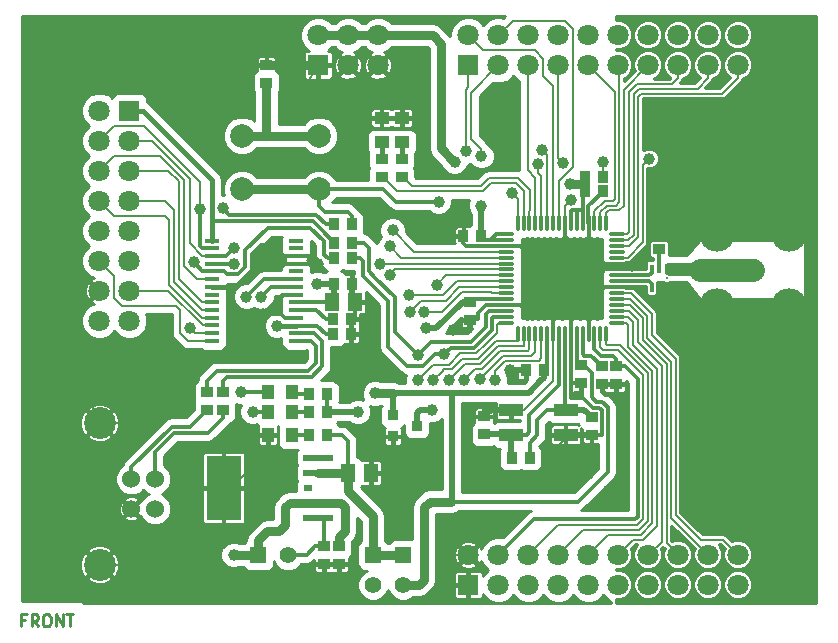
<source format=gtl>
G04 (created by PCBNEW-RS274X (2012-01-19 BZR 3256)-stable) date Mon 11 Jun 2012 01:46:52 PM EEST*
G01*
G70*
G90*
%MOIN*%
G04 Gerber Fmt 3.4, Leading zero omitted, Abs format*
%FSLAX34Y34*%
G04 APERTURE LIST*
%ADD10C,0.006000*%
%ADD11C,0.009800*%
%ADD12R,0.050000X0.016000*%
%ADD13R,0.036000X0.036000*%
%ADD14O,0.074800X0.074800*%
%ADD15O,0.118100X0.118100*%
%ADD16R,0.039400X0.035400*%
%ADD17R,0.035400X0.039400*%
%ADD18R,0.070900X0.070900*%
%ADD19C,0.070900*%
%ADD20R,0.039400X0.051200*%
%ADD21R,0.051200X0.039400*%
%ADD22R,0.055100X0.055100*%
%ADD23C,0.055100*%
%ADD24R,0.078700X0.043300*%
%ADD25R,0.051200X0.059000*%
%ADD26R,0.118100X0.216500*%
%ADD27R,0.031500X0.019700*%
%ADD28R,0.098400X0.023600*%
%ADD29R,0.011800X0.031500*%
%ADD30R,0.007900X0.007900*%
%ADD31C,0.060000*%
%ADD32C,0.106300*%
%ADD33O,0.055100X0.011800*%
%ADD34O,0.011800X0.055100*%
%ADD35R,0.224400X0.189000*%
%ADD36C,0.063000*%
%ADD37C,0.078700*%
%ADD38C,0.039400*%
%ADD39C,0.141700*%
%ADD40C,0.075600*%
%ADD41C,0.011800*%
%ADD42C,0.007900*%
%ADD43C,0.008000*%
%ADD44C,0.031500*%
%ADD45C,0.019700*%
%ADD46C,0.015700*%
%ADD47C,0.001000*%
%ADD48C,0.013800*%
G04 APERTURE END LIST*
G54D10*
G54D11*
X50812Y-44777D02*
X50681Y-44777D01*
X50681Y-44983D02*
X50681Y-44589D01*
X50868Y-44589D01*
X51244Y-44983D02*
X51113Y-44796D01*
X51019Y-44983D02*
X51019Y-44589D01*
X51169Y-44589D01*
X51206Y-44608D01*
X51225Y-44627D01*
X51244Y-44665D01*
X51244Y-44721D01*
X51225Y-44758D01*
X51206Y-44777D01*
X51169Y-44796D01*
X51019Y-44796D01*
X51488Y-44589D02*
X51563Y-44589D01*
X51600Y-44608D01*
X51638Y-44646D01*
X51657Y-44721D01*
X51657Y-44852D01*
X51638Y-44927D01*
X51600Y-44965D01*
X51563Y-44983D01*
X51488Y-44983D01*
X51450Y-44965D01*
X51413Y-44927D01*
X51394Y-44852D01*
X51394Y-44721D01*
X51413Y-44646D01*
X51450Y-44608D01*
X51488Y-44589D01*
X51826Y-44983D02*
X51826Y-44589D01*
X52051Y-44983D01*
X52051Y-44589D01*
X52183Y-44589D02*
X52408Y-44589D01*
X52295Y-44983D02*
X52295Y-44589D01*
G54D12*
X57045Y-32139D03*
X57045Y-32389D03*
X57045Y-32649D03*
X57045Y-32909D03*
X57045Y-33159D03*
X57045Y-33419D03*
X57045Y-33679D03*
X57045Y-33929D03*
X57045Y-34189D03*
X57045Y-34439D03*
X57045Y-34699D03*
X57045Y-34959D03*
X57045Y-35209D03*
X57045Y-35469D03*
X59845Y-35469D03*
X59845Y-35209D03*
X59845Y-34969D03*
X59845Y-34699D03*
X59845Y-34439D03*
X59845Y-34189D03*
X59845Y-33929D03*
X59845Y-33679D03*
X59845Y-33419D03*
X59845Y-33159D03*
X59845Y-32909D03*
X59845Y-32649D03*
X59845Y-32389D03*
X59845Y-32139D03*
G54D13*
X63065Y-38657D03*
X63065Y-37957D03*
X63865Y-38307D03*
G54D14*
X75059Y-33101D03*
G54D15*
X73858Y-31900D03*
X76260Y-31900D03*
X76260Y-34302D03*
X73858Y-34302D03*
G54D16*
X58848Y-26871D03*
X58848Y-26279D03*
G54D17*
X61102Y-32195D03*
X61694Y-32195D03*
X61102Y-32707D03*
X61694Y-32707D03*
X60274Y-37234D03*
X60866Y-37234D03*
G54D16*
X60767Y-42321D03*
X60767Y-42913D03*
G54D17*
X60274Y-37844D03*
X60866Y-37844D03*
X67619Y-39370D03*
X67027Y-39370D03*
X70060Y-30000D03*
X69468Y-30000D03*
G54D16*
X56861Y-37185D03*
X56861Y-37777D03*
X57403Y-37185D03*
X57403Y-37777D03*
G54D17*
X60866Y-38602D03*
X60274Y-38602D03*
G54D16*
X63366Y-29409D03*
X63366Y-30001D03*
X62687Y-29409D03*
X62687Y-30001D03*
G54D18*
X65579Y-43610D03*
G54D19*
X66579Y-43610D03*
X67579Y-43610D03*
X68579Y-43610D03*
X69579Y-43610D03*
X70579Y-43610D03*
X71579Y-43610D03*
X72579Y-43610D03*
X73579Y-43610D03*
X74579Y-43610D03*
X74579Y-42610D03*
X73579Y-42610D03*
X72579Y-42610D03*
X71579Y-42610D03*
X70579Y-42610D03*
X69579Y-42610D03*
X68579Y-42610D03*
X67579Y-42610D03*
X66579Y-42610D03*
X65579Y-42610D03*
G54D18*
X65579Y-26287D03*
G54D19*
X66579Y-26287D03*
X67579Y-26287D03*
X68579Y-26287D03*
X69579Y-26287D03*
X70579Y-26287D03*
X71579Y-26287D03*
X72579Y-26287D03*
X73579Y-26287D03*
X74579Y-26287D03*
X74579Y-25287D03*
X73579Y-25287D03*
X72579Y-25287D03*
X71579Y-25287D03*
X70579Y-25287D03*
X69579Y-25287D03*
X68579Y-25287D03*
X67579Y-25287D03*
X66579Y-25287D03*
X65579Y-25287D03*
G54D20*
X58907Y-37836D03*
X59695Y-37836D03*
X58907Y-37167D03*
X59695Y-37167D03*
G54D21*
X62687Y-28051D03*
X62687Y-28839D03*
X63366Y-28051D03*
X63366Y-28839D03*
G54D20*
X58897Y-38602D03*
X59685Y-38602D03*
G54D22*
X63402Y-42610D03*
G54D23*
X63402Y-43610D03*
G54D22*
X58574Y-42622D03*
G54D23*
X59574Y-42622D03*
G54D22*
X62402Y-42610D03*
G54D23*
X62402Y-43610D03*
G54D24*
X67007Y-38603D03*
X68819Y-38603D03*
X68819Y-37775D03*
X67007Y-37775D03*
G54D25*
X61573Y-39871D03*
X62323Y-39871D03*
X61042Y-34164D03*
X61792Y-34164D03*
G54D17*
X61102Y-33573D03*
X61694Y-33573D03*
X61082Y-34754D03*
X61674Y-34754D03*
G54D16*
X69331Y-36279D03*
X69331Y-36871D03*
X71947Y-32423D03*
X71947Y-31831D03*
X61274Y-42326D03*
X61274Y-42918D03*
X72714Y-33053D03*
X72714Y-32461D03*
X70020Y-36318D03*
X70020Y-36910D03*
X70512Y-36318D03*
X70512Y-36910D03*
G54D17*
X61082Y-35246D03*
X61674Y-35246D03*
X66005Y-31969D03*
X65413Y-31969D03*
G54D16*
X65650Y-34173D03*
X65650Y-34765D03*
G54D17*
X68091Y-36457D03*
X67499Y-36457D03*
X61102Y-31585D03*
X61694Y-31585D03*
X69468Y-30472D03*
X70060Y-30472D03*
G54D16*
X66102Y-38583D03*
X66102Y-37991D03*
X69685Y-38011D03*
X69685Y-38603D03*
G54D26*
X57421Y-40373D03*
G54D27*
X60236Y-40373D03*
G54D28*
X60571Y-40873D03*
X60571Y-41373D03*
X60571Y-39873D03*
X60571Y-39373D03*
G54D29*
X72203Y-33072D03*
X71947Y-33072D03*
X71691Y-33072D03*
X71691Y-33702D03*
X71947Y-33702D03*
X72203Y-33702D03*
G54D30*
X72203Y-33387D03*
G54D18*
X60575Y-26287D03*
G54D19*
X61575Y-26287D03*
X62575Y-26287D03*
X62575Y-25287D03*
X61575Y-25287D03*
X60575Y-25287D03*
G54D31*
X55137Y-41071D03*
X55137Y-40071D03*
X54350Y-40071D03*
X54350Y-41071D03*
G54D32*
X53287Y-42933D03*
X53287Y-38209D03*
G54D18*
X54280Y-27799D03*
G54D19*
X53280Y-27799D03*
X54280Y-28799D03*
X53280Y-28799D03*
X54280Y-29799D03*
X53280Y-29799D03*
X54280Y-30799D03*
X53280Y-30799D03*
X54280Y-31799D03*
X53280Y-31799D03*
X54280Y-32799D03*
X53280Y-32799D03*
X54280Y-33799D03*
X53280Y-33799D03*
X54280Y-34799D03*
X53280Y-34799D03*
G54D33*
X70549Y-33289D03*
X70549Y-33485D03*
X70549Y-33682D03*
X70549Y-33879D03*
X70549Y-34076D03*
X70549Y-34273D03*
X70549Y-34470D03*
X70549Y-34667D03*
X70549Y-34863D03*
X70549Y-33092D03*
X70549Y-32895D03*
X70549Y-32698D03*
X70549Y-32501D03*
X70549Y-32304D03*
X70549Y-32107D03*
X70549Y-31911D03*
G54D34*
X68797Y-35237D03*
X68994Y-35237D03*
X69191Y-35237D03*
X69388Y-35237D03*
X69585Y-35237D03*
X69782Y-35237D03*
X69979Y-35237D03*
X70175Y-35237D03*
X68601Y-35237D03*
X68404Y-35237D03*
X68207Y-35237D03*
X68010Y-35237D03*
X67813Y-35237D03*
X67616Y-35237D03*
X67419Y-35237D03*
X67223Y-35237D03*
X68797Y-31537D03*
X68994Y-31537D03*
X69191Y-31537D03*
X69388Y-31537D03*
X69585Y-31537D03*
X69782Y-31537D03*
X69979Y-31537D03*
X70175Y-31537D03*
X68601Y-31537D03*
X68404Y-31537D03*
X68207Y-31537D03*
X68010Y-31537D03*
X67813Y-31537D03*
X67616Y-31537D03*
X67419Y-31537D03*
X67223Y-31537D03*
G54D33*
X66849Y-33485D03*
X66849Y-33682D03*
X66849Y-33879D03*
X66849Y-34076D03*
X66849Y-34273D03*
X66849Y-34470D03*
X66849Y-34667D03*
X66849Y-34863D03*
X66849Y-33289D03*
X66849Y-33092D03*
X66849Y-32895D03*
X66849Y-32698D03*
X66849Y-32501D03*
X66849Y-32304D03*
X66849Y-32107D03*
X66849Y-31911D03*
G54D35*
X68699Y-33387D03*
G54D36*
X69447Y-33958D03*
X68699Y-33958D03*
X67951Y-33958D03*
X69447Y-33387D03*
X68699Y-33387D03*
X67951Y-33387D03*
X69447Y-32816D03*
X68699Y-32816D03*
X67951Y-32816D03*
G54D37*
X58031Y-30404D03*
X60591Y-28632D03*
X58031Y-28632D03*
X60591Y-30404D03*
G54D38*
X58002Y-37165D03*
X58179Y-33996D03*
X58681Y-33996D03*
X58386Y-37835D03*
X56289Y-35030D03*
X63622Y-34508D03*
X63602Y-33957D03*
X62953Y-33287D03*
X62972Y-32323D03*
X63051Y-31791D03*
X62618Y-32894D03*
X68041Y-29114D03*
X65492Y-29154D03*
X67884Y-29577D03*
X66014Y-29311D03*
X63898Y-36772D03*
X67028Y-30551D03*
X68740Y-29547D03*
X64409Y-36772D03*
X64921Y-36772D03*
X65433Y-36772D03*
X65955Y-36742D03*
X66457Y-36772D03*
X64528Y-33602D03*
X64094Y-34508D03*
X57409Y-31059D03*
X56634Y-31063D03*
X70059Y-29508D03*
X64587Y-30837D03*
X71614Y-29409D03*
X57766Y-32372D03*
X63907Y-35955D03*
X56417Y-32854D03*
X64783Y-35925D03*
X64370Y-37776D03*
X51181Y-35827D03*
X51181Y-38583D03*
X59016Y-32264D03*
X51181Y-43307D03*
X51181Y-40945D03*
X76772Y-24980D03*
X76772Y-35433D03*
X67520Y-40276D03*
X71654Y-28740D03*
X73081Y-34823D03*
X72047Y-30709D03*
X71929Y-34154D03*
X71949Y-31358D03*
X74803Y-29528D03*
X76772Y-36220D03*
X70728Y-39921D03*
X70236Y-40492D03*
X72982Y-31535D03*
X77028Y-32736D03*
X70728Y-39055D03*
X69016Y-30768D03*
X75591Y-25984D03*
X72047Y-29921D03*
X73622Y-30709D03*
X74803Y-28346D03*
X56319Y-39783D03*
X73622Y-29528D03*
X72362Y-29213D03*
X51181Y-27953D03*
X75984Y-29528D03*
X73622Y-36220D03*
X56299Y-28346D03*
X74803Y-31949D03*
X75591Y-24980D03*
X59724Y-27618D03*
X74803Y-30709D03*
X72077Y-34833D03*
X62677Y-40669D03*
X58720Y-34577D03*
X66969Y-36457D03*
X65079Y-35118D03*
X71289Y-32864D03*
X70728Y-40492D03*
X57047Y-41831D03*
X60551Y-32903D03*
X72431Y-31535D03*
X70728Y-38248D03*
X72451Y-31998D03*
X72559Y-34823D03*
X73002Y-32018D03*
G54D39*
X74213Y-40354D03*
G54D38*
X70689Y-37441D03*
X76378Y-42913D03*
X75984Y-42126D03*
X73622Y-38583D03*
G54D39*
X56732Y-26496D03*
G54D38*
X72835Y-39764D03*
X76772Y-37402D03*
X76772Y-39764D03*
X76772Y-42126D03*
X76772Y-40945D03*
X76772Y-38583D03*
X75984Y-36220D03*
X75984Y-38583D03*
X75984Y-40945D03*
X75984Y-43701D03*
X75295Y-34252D03*
X72608Y-33691D03*
X72992Y-33976D03*
X72470Y-34173D03*
X75984Y-35433D03*
X75984Y-37402D03*
X76772Y-25984D03*
X74803Y-38583D03*
X72835Y-37402D03*
X72835Y-38583D03*
X76772Y-43701D03*
X74803Y-36220D03*
X51181Y-33071D03*
X59449Y-40059D03*
X64665Y-43701D03*
X59449Y-39370D03*
X51181Y-25591D03*
X58661Y-40157D03*
X51181Y-30709D03*
X74803Y-37402D03*
X62431Y-39134D03*
X63622Y-40394D03*
X63120Y-39370D03*
X74803Y-34252D03*
X54331Y-36220D03*
X55512Y-37402D03*
X73622Y-37402D03*
X54331Y-26378D03*
X54331Y-43307D03*
X64665Y-42421D03*
X58661Y-40945D03*
X58661Y-39370D03*
X75984Y-28346D03*
X65315Y-31161D03*
X56319Y-41339D03*
X56339Y-39075D03*
X74409Y-27559D03*
X65984Y-39232D03*
X73622Y-35433D03*
X63022Y-41201D03*
X75335Y-31949D03*
X66890Y-40157D03*
X69646Y-39232D03*
X73228Y-28346D03*
X75591Y-27165D03*
X72441Y-35433D03*
X76772Y-27165D03*
X76772Y-29528D03*
X76772Y-30709D03*
X75984Y-30709D03*
X68976Y-40276D03*
X66358Y-39646D03*
X61417Y-27953D03*
X61319Y-29469D03*
X76772Y-28346D03*
X68268Y-40276D03*
X74803Y-35433D03*
X75984Y-39764D03*
X64843Y-31949D03*
X72835Y-30315D03*
X72835Y-36220D03*
X68307Y-39232D03*
X68996Y-39232D03*
X77028Y-33543D03*
X63287Y-27224D03*
X65118Y-29498D03*
X66004Y-30965D03*
X68976Y-30236D03*
X62461Y-37224D03*
X64154Y-35059D03*
X60541Y-33573D03*
X61900Y-37844D03*
X57755Y-42607D03*
X57756Y-32903D03*
X59193Y-34970D03*
G54D40*
X75059Y-33101D02*
X73297Y-33101D01*
G54D41*
X58002Y-37165D02*
X58033Y-37167D01*
X58756Y-33419D02*
X58179Y-33996D01*
X58033Y-37167D02*
X58907Y-37167D01*
X59845Y-33419D02*
X58756Y-33419D01*
X58436Y-37836D02*
X58907Y-37836D01*
X59845Y-33679D02*
X59843Y-33681D01*
X58996Y-33681D02*
X59843Y-33681D01*
X58681Y-33996D02*
X58996Y-33681D01*
X58386Y-37835D02*
X58436Y-37836D01*
G54D42*
X57045Y-35209D02*
X56469Y-35209D01*
X56469Y-35209D02*
X56289Y-35030D01*
X53281Y-32799D02*
X53780Y-33298D01*
X55975Y-34442D02*
X55975Y-35207D01*
X55834Y-34301D02*
X55975Y-34442D01*
X56237Y-35469D02*
X57045Y-35469D01*
X53780Y-34055D02*
X54026Y-34301D01*
X55975Y-35207D02*
X56237Y-35469D01*
X54026Y-34301D02*
X55834Y-34301D01*
X53780Y-33298D02*
X53780Y-34055D01*
X53280Y-32799D02*
X53281Y-32799D01*
X56722Y-34959D02*
X57045Y-34959D01*
X55562Y-33799D02*
X56722Y-34959D01*
X54280Y-33799D02*
X55562Y-33799D01*
X55591Y-33593D02*
X56697Y-34699D01*
X53280Y-30799D02*
X53780Y-31299D01*
X55453Y-31299D02*
X55591Y-31437D01*
X55591Y-31437D02*
X55591Y-33593D01*
X53780Y-31299D02*
X55453Y-31299D01*
X56697Y-34699D02*
X57045Y-34699D01*
X66398Y-33682D02*
X66397Y-33681D01*
X65277Y-33681D02*
X64824Y-34134D01*
X63622Y-34508D02*
X63996Y-34134D01*
X66849Y-33682D02*
X66398Y-33682D01*
X66397Y-33681D02*
X65277Y-33681D01*
X63996Y-34134D02*
X64824Y-34134D01*
X65216Y-33484D02*
X65413Y-33484D01*
X63602Y-33957D02*
X64744Y-33957D01*
X64744Y-33957D02*
X65216Y-33484D01*
X66849Y-33485D02*
X65413Y-33484D01*
X64647Y-33092D02*
X64646Y-33091D01*
X66849Y-33092D02*
X64647Y-33092D01*
X62953Y-33287D02*
X63149Y-33091D01*
X63149Y-33091D02*
X64646Y-33091D01*
X64646Y-33091D02*
X64647Y-33092D01*
X66849Y-32698D02*
X64627Y-32698D01*
X64627Y-32698D02*
X64626Y-32697D01*
X63347Y-32698D02*
X64627Y-32698D01*
X62972Y-32323D02*
X63347Y-32698D01*
X64607Y-32501D02*
X64606Y-32500D01*
X64606Y-32500D02*
X63760Y-32500D01*
X66849Y-32501D02*
X64607Y-32501D01*
X63760Y-32500D02*
X63051Y-31791D01*
X62618Y-32894D02*
X64646Y-32894D01*
X66849Y-32895D02*
X64647Y-32895D01*
X64647Y-32895D02*
X64646Y-32894D01*
G54D43*
X68602Y-30610D02*
X68602Y-30276D01*
X68602Y-30156D02*
X69075Y-29683D01*
G54D42*
X66579Y-25287D02*
X66579Y-25281D01*
X68601Y-31160D02*
X68601Y-31537D01*
X66579Y-25281D02*
X67057Y-24803D01*
X68601Y-31160D02*
X68602Y-31161D01*
X67057Y-24803D02*
X68789Y-24803D01*
X68789Y-24803D02*
X69075Y-25089D01*
X68602Y-31161D02*
X68602Y-30610D01*
G54D43*
X68602Y-30276D02*
X68602Y-30276D01*
X68602Y-30156D02*
X68602Y-30276D01*
G54D42*
X69075Y-25089D02*
X69075Y-25659D01*
G54D43*
X69075Y-29683D02*
X69075Y-25659D01*
X68404Y-30573D02*
X68404Y-31537D01*
G54D42*
X66082Y-25787D02*
X67795Y-25787D01*
G54D43*
X68404Y-30573D02*
X68404Y-26979D01*
X68404Y-26979D02*
X68071Y-26646D01*
G54D42*
X65579Y-25287D02*
X65582Y-25287D01*
G54D43*
X68071Y-26646D02*
X68071Y-26643D01*
G54D42*
X67795Y-25787D02*
X68071Y-26063D01*
X68071Y-26063D02*
X68071Y-26643D01*
X65582Y-25287D02*
X66082Y-25787D01*
X65579Y-26287D02*
X65579Y-27020D01*
G54D43*
X68209Y-29281D02*
X68041Y-29114D01*
X68207Y-30534D02*
X68207Y-31537D01*
X68207Y-30534D02*
X68209Y-29281D01*
G54D42*
X65579Y-27020D02*
X65492Y-27107D01*
X65492Y-27107D02*
X65492Y-29154D01*
X65669Y-27195D02*
X65669Y-28740D01*
X67884Y-29577D02*
X67884Y-29863D01*
X66014Y-29311D02*
X66014Y-29085D01*
G54D43*
X68010Y-30495D02*
X68010Y-31537D01*
G54D42*
X66579Y-26287D02*
X66577Y-26287D01*
X67884Y-29863D02*
X68010Y-29989D01*
X66014Y-29085D02*
X65669Y-28740D01*
X66577Y-26287D02*
X65669Y-27195D01*
X68010Y-29989D02*
X68010Y-30495D01*
X66535Y-34941D02*
X66535Y-35197D01*
X64409Y-36260D02*
X64941Y-36260D01*
X63898Y-36772D02*
X63898Y-36771D01*
X65315Y-35886D02*
X65846Y-35886D01*
X65846Y-35886D02*
X66162Y-35570D01*
X66613Y-34863D02*
X66849Y-34863D01*
X63898Y-36771D02*
X64409Y-36260D01*
X66535Y-35197D02*
X66162Y-35570D01*
X66613Y-34863D02*
X66535Y-34941D01*
X64941Y-36260D02*
X65315Y-35886D01*
G54D43*
X67815Y-30748D02*
X67813Y-31537D01*
X67815Y-30029D02*
X67815Y-30748D01*
X67559Y-26280D02*
X67559Y-27382D01*
X67559Y-27382D02*
X67559Y-27382D01*
X67559Y-29773D02*
X67815Y-30029D01*
X67559Y-27382D02*
X67559Y-29773D01*
X67224Y-30748D02*
X67224Y-30747D01*
X67224Y-30747D02*
X67028Y-30551D01*
X68740Y-29547D02*
X68579Y-29386D01*
G54D42*
X68579Y-26287D02*
X68579Y-29386D01*
G54D43*
X67224Y-30748D02*
X67223Y-31537D01*
G54D42*
X66634Y-35482D02*
X66487Y-35482D01*
X64409Y-36772D02*
X64685Y-36496D01*
X64764Y-36417D02*
X65020Y-36417D01*
X65020Y-36417D02*
X65374Y-36063D01*
G54D43*
X67223Y-35444D02*
X67185Y-35482D01*
G54D42*
X65906Y-36063D02*
X66241Y-35728D01*
X66487Y-35482D02*
X66241Y-35728D01*
X67185Y-35482D02*
X66634Y-35482D01*
X65374Y-36063D02*
X65906Y-36063D01*
X64685Y-36496D02*
X64764Y-36417D01*
G54D43*
X67223Y-35237D02*
X67223Y-35444D01*
G54D42*
X65354Y-36339D02*
X65354Y-36338D01*
G54D43*
X66654Y-35643D02*
X66634Y-35643D01*
G54D42*
X65452Y-36240D02*
X65964Y-36240D01*
X65354Y-36338D02*
X65452Y-36240D01*
X66561Y-35643D02*
X66319Y-35885D01*
G54D43*
X67419Y-35628D02*
X67404Y-35643D01*
G54D42*
X64921Y-36772D02*
X65354Y-36339D01*
X66561Y-35643D02*
X66654Y-35643D01*
X65964Y-36240D02*
X66319Y-35885D01*
G54D43*
X67404Y-35643D02*
X66654Y-35643D01*
X67419Y-35237D02*
X67419Y-35628D01*
X67559Y-35804D02*
X66634Y-35804D01*
G54D42*
X66634Y-35807D02*
X66399Y-36042D01*
X66634Y-35804D02*
X66634Y-35807D01*
X65433Y-36772D02*
X65433Y-36771D01*
G54D43*
X67616Y-35747D02*
X67559Y-35804D01*
G54D42*
X66043Y-36398D02*
X66399Y-36042D01*
X65806Y-36398D02*
X66043Y-36398D01*
X65433Y-36771D02*
X65806Y-36398D01*
G54D43*
X67616Y-35747D02*
X67616Y-35237D01*
X67813Y-35839D02*
X67678Y-35974D01*
X67678Y-35974D02*
X66723Y-35974D01*
X67813Y-35237D02*
X67813Y-35839D01*
X66723Y-35974D02*
X65955Y-36742D01*
G54D42*
X66457Y-36476D02*
X66457Y-36772D01*
X66555Y-36378D02*
X66457Y-36476D01*
X66556Y-36378D02*
X66555Y-36378D01*
G54D43*
X68010Y-35237D02*
X68010Y-36045D01*
G54D42*
X66796Y-36138D02*
X66556Y-36378D01*
X66816Y-36138D02*
X66796Y-36138D01*
X67917Y-36138D02*
X66816Y-36138D01*
G54D43*
X68010Y-36045D02*
X67917Y-36138D01*
G54D42*
X66849Y-33289D02*
X64961Y-33287D01*
X66847Y-33287D02*
X64961Y-33287D01*
X64843Y-33287D02*
X66849Y-33289D01*
X64528Y-33602D02*
X64843Y-33287D01*
X66849Y-33289D02*
X66847Y-33287D01*
X66320Y-33839D02*
X65355Y-33839D01*
X64094Y-34508D02*
X64686Y-34508D01*
X66360Y-33879D02*
X66320Y-33839D01*
X65355Y-33839D02*
X64686Y-34508D01*
X66849Y-33879D02*
X66360Y-33879D01*
X55758Y-33506D02*
X56691Y-34439D01*
X55464Y-30799D02*
X55758Y-31093D01*
X55758Y-31093D02*
X55758Y-33506D01*
X56691Y-34439D02*
X57045Y-34439D01*
X54280Y-30799D02*
X55464Y-30799D01*
G54D41*
X55137Y-39182D02*
X55776Y-38543D01*
X56891Y-38543D02*
X57403Y-38031D01*
X55776Y-38543D02*
X56891Y-38543D01*
X57403Y-38031D02*
X57403Y-37777D01*
X55137Y-40071D02*
X55137Y-39182D01*
X56861Y-37766D02*
X56861Y-37777D01*
X54350Y-40071D02*
X54350Y-39675D01*
X56300Y-38327D02*
X56861Y-37766D01*
X55698Y-38327D02*
X56300Y-38327D01*
X54350Y-39675D02*
X55698Y-38327D01*
G54D42*
X57045Y-34189D02*
X56699Y-34189D01*
X55925Y-33415D02*
X55925Y-30157D01*
X55567Y-29799D02*
X54280Y-29799D01*
X55925Y-30157D02*
X55567Y-29799D01*
X55925Y-33415D02*
X56699Y-34189D01*
G54D41*
X57610Y-31260D02*
X57409Y-31059D01*
G54D42*
X54695Y-28297D02*
X54754Y-28297D01*
X56634Y-30177D02*
X56142Y-29685D01*
X56634Y-31063D02*
X56634Y-30177D01*
X53280Y-28797D02*
X53280Y-28799D01*
G54D41*
X56634Y-32323D02*
X56634Y-31063D01*
X58691Y-31260D02*
X57610Y-31260D01*
G54D42*
X53780Y-28297D02*
X54695Y-28297D01*
X54754Y-28297D02*
X56142Y-29685D01*
G54D41*
X56700Y-32389D02*
X56634Y-32323D01*
X57045Y-32389D02*
X56700Y-32389D01*
X58691Y-31260D02*
X58691Y-31260D01*
G54D42*
X53280Y-28797D02*
X53780Y-28297D01*
G54D41*
X58691Y-31260D02*
X58691Y-31260D01*
X60837Y-31585D02*
X61102Y-31585D01*
X60512Y-31260D02*
X60837Y-31585D01*
X58691Y-31260D02*
X60512Y-31260D01*
G54D43*
X71397Y-30514D02*
X71398Y-29626D01*
G54D41*
X60591Y-30404D02*
X62736Y-30404D01*
G54D43*
X71398Y-29626D02*
X71614Y-29409D01*
G54D44*
X58031Y-30404D02*
X60591Y-30404D01*
G54D41*
X61694Y-31300D02*
X61694Y-31585D01*
G54D42*
X71614Y-29409D02*
X71614Y-29409D01*
G54D43*
X70059Y-29508D02*
X70060Y-30000D01*
G54D42*
X71397Y-32186D02*
X71397Y-30514D01*
G54D41*
X61555Y-31161D02*
X61694Y-31300D01*
X64459Y-30837D02*
X64587Y-30837D01*
X60787Y-31161D02*
X61555Y-31161D01*
X63168Y-30836D02*
X64458Y-30836D01*
X60591Y-30965D02*
X60787Y-31161D01*
G54D42*
X70885Y-32698D02*
X71397Y-32186D01*
G54D41*
X60591Y-30404D02*
X60591Y-30965D01*
X64458Y-30836D02*
X64459Y-30837D01*
G54D42*
X70549Y-32698D02*
X70885Y-32698D01*
G54D41*
X62736Y-30404D02*
X63168Y-30836D01*
G54D43*
X67618Y-30453D02*
X67224Y-30059D01*
X67224Y-30059D02*
X66476Y-30059D01*
G54D42*
X63711Y-30325D02*
X63917Y-30325D01*
X66260Y-30059D02*
X65994Y-30325D01*
X66260Y-30059D02*
X66476Y-30059D01*
X65994Y-30325D02*
X63917Y-30325D01*
X63387Y-30001D02*
X63711Y-30325D01*
G54D43*
X66476Y-30059D02*
X66457Y-30059D01*
X67616Y-31537D02*
X67618Y-30748D01*
X67618Y-30748D02*
X67618Y-30453D01*
G54D42*
X63366Y-30001D02*
X63387Y-30001D01*
X63199Y-30482D02*
X64015Y-30482D01*
G54D43*
X67421Y-30748D02*
X67421Y-30478D01*
G54D42*
X66073Y-30482D02*
X64015Y-30482D01*
X66339Y-30216D02*
X66073Y-30482D01*
X62718Y-30001D02*
X63199Y-30482D01*
G54D43*
X67419Y-31537D02*
X67421Y-30748D01*
X67159Y-30216D02*
X66457Y-30216D01*
X67421Y-30478D02*
X67159Y-30216D01*
G54D42*
X62687Y-30001D02*
X62718Y-30001D01*
X66339Y-30216D02*
X66457Y-30216D01*
G54D43*
X66457Y-30216D02*
X66437Y-30216D01*
G54D42*
X55295Y-29301D02*
X56093Y-30099D01*
X57045Y-33419D02*
X56538Y-33419D01*
X56093Y-32974D02*
X56093Y-30099D01*
X53280Y-29799D02*
X53283Y-29799D01*
X53281Y-29799D02*
X53280Y-29799D01*
X56093Y-32974D02*
X56538Y-33419D01*
X53281Y-29799D02*
X53779Y-29301D01*
X53779Y-29301D02*
X55295Y-29301D01*
X57045Y-32649D02*
X56714Y-32649D01*
X55020Y-28799D02*
X54280Y-28799D01*
G54D41*
X57490Y-32648D02*
X57045Y-32649D01*
G54D42*
X56289Y-32224D02*
X56289Y-30068D01*
X55020Y-28799D02*
X56289Y-30068D01*
X56714Y-32649D02*
X56289Y-32224D01*
G54D41*
X57490Y-32648D02*
X57766Y-32372D01*
X64350Y-35512D02*
X63907Y-35955D01*
X66161Y-34587D02*
X66161Y-35020D01*
X65669Y-35512D02*
X64537Y-35512D01*
X62264Y-32363D02*
X62264Y-33150D01*
X63140Y-35188D02*
X63907Y-35955D01*
X62480Y-33366D02*
X63140Y-34026D01*
X63140Y-34026D02*
X63140Y-35188D01*
X61694Y-32195D02*
X62096Y-32195D01*
X66849Y-34470D02*
X66278Y-34470D01*
X66278Y-34470D02*
X66161Y-34587D01*
X66161Y-35020D02*
X65669Y-35512D01*
X62096Y-32195D02*
X62264Y-32363D01*
X64537Y-35512D02*
X64350Y-35512D01*
X62264Y-33150D02*
X62480Y-33366D01*
X57045Y-33159D02*
X56713Y-33150D01*
X58916Y-31693D02*
X60316Y-31693D01*
X60885Y-32707D02*
X61102Y-32707D01*
X60778Y-32600D02*
X60885Y-32707D01*
X58150Y-32459D02*
X58916Y-31693D01*
X58150Y-33021D02*
X58150Y-32459D01*
X57440Y-33159D02*
X57539Y-33258D01*
X57913Y-33258D02*
X58150Y-33021D01*
X60778Y-32155D02*
X60778Y-32600D01*
X56713Y-33150D02*
X56417Y-32854D01*
X57045Y-33159D02*
X57440Y-33159D01*
X60316Y-31693D02*
X60778Y-32155D01*
X57539Y-33258D02*
X57913Y-33258D01*
X65276Y-35709D02*
X64999Y-35709D01*
X64999Y-35709D02*
X64783Y-35925D01*
X66847Y-34665D02*
X66849Y-34667D01*
X64458Y-35925D02*
X64074Y-36309D01*
X66396Y-34667D02*
X66358Y-34705D01*
G54D45*
X63865Y-37887D02*
X63865Y-38307D01*
G54D41*
X62638Y-33878D02*
X62904Y-34144D01*
X65767Y-35709D02*
X65276Y-35709D01*
X66358Y-34705D02*
X66358Y-35118D01*
G54D45*
X63976Y-37776D02*
X63865Y-37887D01*
G54D41*
X62057Y-33297D02*
X62638Y-33878D01*
X61694Y-32707D02*
X61969Y-32707D01*
X63533Y-36309D02*
X64074Y-36309D01*
G54D45*
X64370Y-37776D02*
X63976Y-37776D01*
G54D41*
X62057Y-32795D02*
X62057Y-33297D01*
X66358Y-35118D02*
X65767Y-35709D01*
X64458Y-35925D02*
X64783Y-35925D01*
X61969Y-32707D02*
X62057Y-32795D01*
X66396Y-34667D02*
X66849Y-34667D01*
X62904Y-35680D02*
X63533Y-36309D01*
X62904Y-34144D02*
X62904Y-35680D01*
G54D46*
X57038Y-30098D02*
X57038Y-31486D01*
X57038Y-31486D02*
X57038Y-32132D01*
G54D41*
X57314Y-31486D02*
X58819Y-31486D01*
G54D46*
X57038Y-32132D02*
X57045Y-32139D01*
G54D41*
X60728Y-31821D02*
X60728Y-31820D01*
G54D46*
X54739Y-27799D02*
X57038Y-30098D01*
G54D41*
X60728Y-31820D02*
X60394Y-31486D01*
X57038Y-31486D02*
X57314Y-31486D01*
X60728Y-31821D02*
X61102Y-32195D01*
X61102Y-32195D02*
X61102Y-32195D01*
X58819Y-31486D02*
X60394Y-31486D01*
G54D46*
X54280Y-27799D02*
X54739Y-27799D01*
G54D42*
X67579Y-42608D02*
X68583Y-41604D01*
X70079Y-35768D02*
X70552Y-35768D01*
X71398Y-41407D02*
X71398Y-40373D01*
X68583Y-41604D02*
X71201Y-41604D01*
X69979Y-35668D02*
X69979Y-35237D01*
X70552Y-35768D02*
X71398Y-36614D01*
X71201Y-41604D02*
X71398Y-41407D01*
X67579Y-42610D02*
X67579Y-42608D01*
X71398Y-36614D02*
X71398Y-40373D01*
X69979Y-35668D02*
X70079Y-35768D01*
X70617Y-35611D02*
X71555Y-36545D01*
X70175Y-35588D02*
X70198Y-35611D01*
X70175Y-35588D02*
X70175Y-35237D01*
X71555Y-40474D02*
X71555Y-40474D01*
X68579Y-42610D02*
X68579Y-42602D01*
X69409Y-41772D02*
X71260Y-41772D01*
X71555Y-36545D02*
X71555Y-40474D01*
X71556Y-41476D02*
X71556Y-40474D01*
X71556Y-40474D02*
X71555Y-40474D01*
X70198Y-35611D02*
X70617Y-35611D01*
X68579Y-42602D02*
X69409Y-41772D01*
X71260Y-41772D02*
X71556Y-41476D01*
X71713Y-36467D02*
X71713Y-40669D01*
X70549Y-34863D02*
X70847Y-34863D01*
X69579Y-42606D02*
X70246Y-41939D01*
X71713Y-41547D02*
X71713Y-40679D01*
X70847Y-34863D02*
X70912Y-34928D01*
X71713Y-41547D02*
X71321Y-41939D01*
X70912Y-35666D02*
X71713Y-36467D01*
X71713Y-40669D02*
X71713Y-40679D01*
X70912Y-34928D02*
X70912Y-35666D01*
X71713Y-40669D02*
X71713Y-40679D01*
X70246Y-41939D02*
X71321Y-41939D01*
X69579Y-42610D02*
X69579Y-42606D01*
X71077Y-42102D02*
X71400Y-42102D01*
X70887Y-34667D02*
X70549Y-34667D01*
X70887Y-34667D02*
X71076Y-34856D01*
X70579Y-42610D02*
X70579Y-42600D01*
X71870Y-41632D02*
X71400Y-42102D01*
X71076Y-35604D02*
X71870Y-36398D01*
X71870Y-36398D02*
X71870Y-41632D01*
X71076Y-34856D02*
X71076Y-35604D01*
X70579Y-42600D02*
X71077Y-42102D01*
X70927Y-34470D02*
X70549Y-34470D01*
X72028Y-42165D02*
X72028Y-41752D01*
X71579Y-42610D02*
X71583Y-42610D01*
X71233Y-35525D02*
X72028Y-36320D01*
X71233Y-34776D02*
X71233Y-35525D01*
X70927Y-34470D02*
X71233Y-34776D01*
X72028Y-41752D02*
X72028Y-36320D01*
X71583Y-42610D02*
X72028Y-42165D01*
X72579Y-42610D02*
X72579Y-42608D01*
X71390Y-35446D02*
X72185Y-36240D01*
X70952Y-34273D02*
X70549Y-34273D01*
X72185Y-41810D02*
X72185Y-36240D01*
X70952Y-34273D02*
X71390Y-34711D01*
X72579Y-42608D02*
X72185Y-42214D01*
X71390Y-34711D02*
X71390Y-35446D01*
X72185Y-42214D02*
X72185Y-41810D01*
X73574Y-42610D02*
X72342Y-41378D01*
X72342Y-41352D02*
X72342Y-36161D01*
X71547Y-35365D02*
X72342Y-36161D01*
X73579Y-42610D02*
X73574Y-42610D01*
X70977Y-34076D02*
X71547Y-34646D01*
X72342Y-41378D02*
X72342Y-41352D01*
X70977Y-34076D02*
X70549Y-34076D01*
X71547Y-34646D02*
X71547Y-35365D01*
X72499Y-40649D02*
X72499Y-40648D01*
X71706Y-35289D02*
X72500Y-36083D01*
X71005Y-33879D02*
X71706Y-34580D01*
X74579Y-42610D02*
X74075Y-42106D01*
X74075Y-42106D02*
X73337Y-42106D01*
X72499Y-41268D02*
X72499Y-40649D01*
X73337Y-42106D02*
X72499Y-41268D01*
X71706Y-34580D02*
X71706Y-35289D01*
X72499Y-40648D02*
X72500Y-40649D01*
X72500Y-36083D02*
X72500Y-40649D01*
X70549Y-33879D02*
X71005Y-33879D01*
G54D41*
X70787Y-36319D02*
X70512Y-36318D01*
X70787Y-36319D02*
X71220Y-36752D01*
X71132Y-41417D02*
X71220Y-41329D01*
X70394Y-35965D02*
X70512Y-36083D01*
X69782Y-35747D02*
X70000Y-35965D01*
X66579Y-42610D02*
X66579Y-42604D01*
X71220Y-36752D02*
X71220Y-40178D01*
X70000Y-35965D02*
X70394Y-35965D01*
X70512Y-36083D02*
X70512Y-36318D01*
X71220Y-41329D02*
X71220Y-40178D01*
X67766Y-41417D02*
X71132Y-41417D01*
X69782Y-35237D02*
X69782Y-35747D01*
X66579Y-42604D02*
X67766Y-41417D01*
G54D43*
X71947Y-31831D02*
X71947Y-31360D01*
X51181Y-38583D02*
X51181Y-35827D01*
X51181Y-40945D02*
X51181Y-38583D01*
G54D41*
X67813Y-34273D02*
X68699Y-33387D01*
X69311Y-37362D02*
X68992Y-37362D01*
G54D46*
X58365Y-32560D02*
X58661Y-32264D01*
G54D43*
X68404Y-33682D02*
X68699Y-33387D01*
G54D45*
X69685Y-38603D02*
X68819Y-38603D01*
G54D41*
X68994Y-35237D02*
X68994Y-33682D01*
G54D43*
X69585Y-34273D02*
X68699Y-33387D01*
G54D41*
X68992Y-37362D02*
X68994Y-37360D01*
X70020Y-38543D02*
X70020Y-37776D01*
G54D42*
X69094Y-32992D02*
X68699Y-33387D01*
G54D43*
X71947Y-34136D02*
X71929Y-34154D01*
G54D41*
X69389Y-37362D02*
X69311Y-37362D01*
G54D42*
X72982Y-31348D02*
X73621Y-30709D01*
G54D43*
X71947Y-31360D02*
X71949Y-31358D01*
G54D41*
X70549Y-33092D02*
X71031Y-33092D01*
G54D46*
X70118Y-37234D02*
X70492Y-37234D01*
G54D41*
X69016Y-36870D02*
X68994Y-36870D01*
X71003Y-32895D02*
X71004Y-32894D01*
G54D46*
X57045Y-33679D02*
X57798Y-33679D01*
G54D42*
X75984Y-29528D02*
X75984Y-28346D01*
G54D46*
X70020Y-36910D02*
X70020Y-37136D01*
G54D41*
X57421Y-38603D02*
X57422Y-38602D01*
G54D45*
X66318Y-37775D02*
X66102Y-37991D01*
G54D42*
X68799Y-30984D02*
X69016Y-30768D01*
G54D41*
X58730Y-34577D02*
X59380Y-33927D01*
X67579Y-32461D02*
X68699Y-33387D01*
G54D43*
X76772Y-35433D02*
X75984Y-35433D01*
X51181Y-43307D02*
X51181Y-40945D01*
G54D42*
X68404Y-35237D02*
X68404Y-36813D01*
G54D41*
X59845Y-32909D02*
X59257Y-32909D01*
X65492Y-32303D02*
X65413Y-32224D01*
X59016Y-32668D02*
X59016Y-32264D01*
G54D42*
X67442Y-37775D02*
X67007Y-37775D01*
X76811Y-30709D02*
X77028Y-30926D01*
G54D41*
X56752Y-26486D02*
X56732Y-26496D01*
G54D43*
X75984Y-43701D02*
X75984Y-43307D01*
X71947Y-33702D02*
X71947Y-34136D01*
G54D42*
X73622Y-29528D02*
X74803Y-29528D01*
G54D43*
X71258Y-32895D02*
X71289Y-32864D01*
G54D46*
X70492Y-37234D02*
X70512Y-37214D01*
G54D42*
X73622Y-36220D02*
X74173Y-36417D01*
X72982Y-31535D02*
X72982Y-31348D01*
X72441Y-30315D02*
X72835Y-30315D01*
G54D43*
X53287Y-42933D02*
X53957Y-42933D01*
G54D42*
X68404Y-36813D02*
X67442Y-37775D01*
G54D41*
X60297Y-32649D02*
X59845Y-32649D01*
G54D45*
X61694Y-34025D02*
X61832Y-34163D01*
G54D43*
X72077Y-35030D02*
X72441Y-35433D01*
G54D44*
X70549Y-32992D02*
X69094Y-32992D01*
G54D46*
X70020Y-37136D02*
X70118Y-37234D01*
G54D42*
X56319Y-39783D02*
X56319Y-41339D01*
X73621Y-30709D02*
X73622Y-30709D01*
X76772Y-30709D02*
X76811Y-30709D01*
X75591Y-24980D02*
X75591Y-25984D01*
X62677Y-40669D02*
X62717Y-40709D01*
X72047Y-30709D02*
X72441Y-30315D01*
G54D41*
X69331Y-36871D02*
X68994Y-36871D01*
X59845Y-32909D02*
X60545Y-32909D01*
G54D46*
X70512Y-37214D02*
X70512Y-36910D01*
G54D42*
X72362Y-29213D02*
X72440Y-29528D01*
G54D43*
X75984Y-42126D02*
X75984Y-40945D01*
G54D42*
X73228Y-28346D02*
X72834Y-28740D01*
G54D43*
X68994Y-33682D02*
X68699Y-33387D01*
G54D42*
X68819Y-38603D02*
X68819Y-38720D01*
X72441Y-35433D02*
X72667Y-35650D01*
X65413Y-31969D02*
X65413Y-31259D01*
G54D43*
X72714Y-32461D02*
X72714Y-32261D01*
G54D41*
X69942Y-37698D02*
X69725Y-37698D01*
X67500Y-32382D02*
X67579Y-32461D01*
G54D43*
X71133Y-33682D02*
X71664Y-34213D01*
G54D41*
X68995Y-36870D02*
X69016Y-36870D01*
X57421Y-40373D02*
X57421Y-38603D01*
X71947Y-31831D02*
X71821Y-31831D01*
G54D42*
X72667Y-35650D02*
X72884Y-35867D01*
G54D41*
X61792Y-34164D02*
X61792Y-34636D01*
X70992Y-33682D02*
X70994Y-33680D01*
X71947Y-31831D02*
X72057Y-31831D01*
X70549Y-33682D02*
X68994Y-33682D01*
X68994Y-37360D02*
X68994Y-36870D01*
X61792Y-34636D02*
X61674Y-34754D01*
X70549Y-33682D02*
X70992Y-33682D01*
X69725Y-37698D02*
X69389Y-37362D01*
G54D42*
X70355Y-40472D02*
X70236Y-40492D01*
G54D41*
X60297Y-32649D02*
X60551Y-32903D01*
X57422Y-38602D02*
X58897Y-38602D01*
G54D42*
X68797Y-31537D02*
X68799Y-30984D01*
G54D46*
X58365Y-33112D02*
X58365Y-32560D01*
G54D41*
X69583Y-30988D02*
X69583Y-31537D01*
X59380Y-33927D02*
X59845Y-33929D01*
X67422Y-32304D02*
X67500Y-32382D01*
X69685Y-38603D02*
X70020Y-38602D01*
X68797Y-31537D02*
X68797Y-33289D01*
X68994Y-36870D02*
X68994Y-36809D01*
G54D42*
X70512Y-36910D02*
X70512Y-37264D01*
X70512Y-37264D02*
X70689Y-37441D01*
G54D41*
X68994Y-33682D02*
X68699Y-33387D01*
X59845Y-32649D02*
X59401Y-32649D01*
G54D42*
X70549Y-32992D02*
X70549Y-33092D01*
G54D41*
X68994Y-36871D02*
X68995Y-36870D01*
G54D43*
X68797Y-33289D02*
X68699Y-33387D01*
G54D41*
X58720Y-34577D02*
X58730Y-34577D01*
X66161Y-34272D02*
X65906Y-34528D01*
X66849Y-32304D02*
X67422Y-32304D01*
X59845Y-34699D02*
X59472Y-34699D01*
X59350Y-34577D02*
X59472Y-34699D01*
X58720Y-34577D02*
X59350Y-34577D01*
G54D44*
X58848Y-26279D02*
X60581Y-26280D01*
G54D46*
X62687Y-28051D02*
X63366Y-28051D01*
G54D41*
X71031Y-33092D02*
X71033Y-33094D01*
G54D43*
X72714Y-32261D02*
X72451Y-31998D01*
G54D41*
X70060Y-30472D02*
X70060Y-30511D01*
X69585Y-35237D02*
X69585Y-34273D01*
G54D42*
X62323Y-39871D02*
X62323Y-40296D01*
G54D45*
X67007Y-37775D02*
X66318Y-37775D01*
G54D41*
X65650Y-34744D02*
X65650Y-34765D01*
X69585Y-31537D02*
X69585Y-32501D01*
X65413Y-32224D02*
X65413Y-31969D01*
G54D42*
X56633Y-40373D02*
X56339Y-40079D01*
G54D41*
X70549Y-32895D02*
X71003Y-32895D01*
G54D46*
X57798Y-33679D02*
X58365Y-33112D01*
G54D42*
X70728Y-38248D02*
X70728Y-39055D01*
G54D45*
X65650Y-34765D02*
X65650Y-35059D01*
G54D41*
X66849Y-32304D02*
X65492Y-32303D01*
G54D43*
X70549Y-33682D02*
X71133Y-33682D01*
X71258Y-32895D02*
X71289Y-32864D01*
G54D41*
X69585Y-32501D02*
X68699Y-33387D01*
X65906Y-34744D02*
X65650Y-34744D01*
G54D42*
X70549Y-32895D02*
X70549Y-32992D01*
G54D43*
X70549Y-32895D02*
X71258Y-32895D01*
G54D45*
X67499Y-36457D02*
X66969Y-36457D01*
G54D41*
X59257Y-32909D02*
X59016Y-32668D01*
G54D42*
X77028Y-30926D02*
X77028Y-32736D01*
X68976Y-40276D02*
X68268Y-40276D01*
G54D41*
X65906Y-34528D02*
X65906Y-34744D01*
G54D46*
X58661Y-32264D02*
X59016Y-32264D01*
G54D41*
X70020Y-38602D02*
X70020Y-38543D01*
X68404Y-35237D02*
X68404Y-33682D01*
X68994Y-36809D02*
X68994Y-35237D01*
X59401Y-32649D02*
X59016Y-32264D01*
X70060Y-30511D02*
X69583Y-30988D01*
G54D43*
X76772Y-39764D02*
X76772Y-38583D01*
X51181Y-25591D02*
X51181Y-27953D01*
G54D42*
X70728Y-39921D02*
X70355Y-40472D01*
G54D43*
X76772Y-38583D02*
X76772Y-37402D01*
X76772Y-40945D02*
X76772Y-39764D01*
X76772Y-43701D02*
X76772Y-42126D01*
X75984Y-43307D02*
X76378Y-42913D01*
X75984Y-43701D02*
X75984Y-42126D01*
X76772Y-37402D02*
X76772Y-36220D01*
G54D41*
X66849Y-34273D02*
X66161Y-34272D01*
G54D43*
X55512Y-37401D02*
X54331Y-36220D01*
X75984Y-37402D02*
X75984Y-36220D01*
X75984Y-39764D02*
X75984Y-38583D01*
X56732Y-27913D02*
X56299Y-28346D01*
G54D41*
X56959Y-26279D02*
X56752Y-26486D01*
G54D43*
X72786Y-34163D02*
X72992Y-33976D01*
X72470Y-34173D02*
X72786Y-34163D01*
X72992Y-33976D02*
X72933Y-33976D01*
X75984Y-35433D02*
X75984Y-36220D01*
X54449Y-26496D02*
X54331Y-26378D01*
X73622Y-36220D02*
X73622Y-35433D01*
X74803Y-34252D02*
X75295Y-34252D01*
X73622Y-37402D02*
X73622Y-36220D01*
X73622Y-38583D02*
X73622Y-37402D01*
X74803Y-37402D02*
X74803Y-36220D01*
X72835Y-38583D02*
X72835Y-37402D01*
X72835Y-37402D02*
X72835Y-36220D01*
X72835Y-39764D02*
X72835Y-38583D01*
X76772Y-42126D02*
X76772Y-40945D01*
X51181Y-33071D02*
X51181Y-35827D01*
X58661Y-40945D02*
X58661Y-40157D01*
X53287Y-37933D02*
X53287Y-38209D01*
X59351Y-40157D02*
X59449Y-40059D01*
X74803Y-38583D02*
X74803Y-37402D01*
X51181Y-27953D02*
X51181Y-30709D01*
X51181Y-30709D02*
X51181Y-33071D01*
X57658Y-40373D02*
X57421Y-40373D01*
X53287Y-37933D02*
X51181Y-35827D01*
X58661Y-40157D02*
X59351Y-40157D01*
X62323Y-39242D02*
X62431Y-39134D01*
X62323Y-39871D02*
X62323Y-39242D01*
X63120Y-39892D02*
X63622Y-40394D01*
X62323Y-39871D02*
X62619Y-39871D01*
X62619Y-39871D02*
X63120Y-39370D01*
X63120Y-39370D02*
X63120Y-39892D01*
X56732Y-26496D02*
X56732Y-27913D01*
X72077Y-34833D02*
X72077Y-35030D01*
G54D42*
X72884Y-35867D02*
X72835Y-36220D01*
G54D43*
X74803Y-34252D02*
X74803Y-35433D01*
X53287Y-38209D02*
X54705Y-38209D01*
X54705Y-38209D02*
X55512Y-37402D01*
X55512Y-37402D02*
X55512Y-37401D01*
X53957Y-42933D02*
X54331Y-43307D01*
X71664Y-34213D02*
X71900Y-34213D01*
G54D41*
X58848Y-26279D02*
X56959Y-26279D01*
G54D42*
X68994Y-33092D02*
X68699Y-33387D01*
G54D43*
X76772Y-36220D02*
X76772Y-35433D01*
X56732Y-26496D02*
X54449Y-26496D01*
X65579Y-43610D02*
X64658Y-43610D01*
X64657Y-42610D02*
X64665Y-42421D01*
X65579Y-42610D02*
X64657Y-42610D01*
X58661Y-40157D02*
X58661Y-39370D01*
X57658Y-40373D02*
X58661Y-39370D01*
G54D42*
X72440Y-29528D02*
X72047Y-29921D01*
G54D45*
X65591Y-35118D02*
X65079Y-35118D01*
G54D42*
X65413Y-31259D02*
X65315Y-31161D01*
G54D45*
X68699Y-32502D02*
X68799Y-32402D01*
X68799Y-32402D02*
X69843Y-32402D01*
X67500Y-34390D02*
X67500Y-32382D01*
G54D42*
X74803Y-30709D02*
X75984Y-30709D01*
G54D41*
X70020Y-37776D02*
X69942Y-37698D01*
X61674Y-34754D02*
X61674Y-35246D01*
G54D43*
X72714Y-32461D02*
X72714Y-32306D01*
G54D42*
X62323Y-40296D02*
X63022Y-41201D01*
G54D41*
X69331Y-36871D02*
X69331Y-37362D01*
G54D42*
X67401Y-40157D02*
X66890Y-40157D01*
X57421Y-40373D02*
X56633Y-40373D01*
G54D41*
X66849Y-34273D02*
X67813Y-34273D01*
X60545Y-32909D02*
X60551Y-32903D01*
G54D42*
X76772Y-28346D02*
X76772Y-27165D01*
G54D45*
X62435Y-39759D02*
X62323Y-39871D01*
G54D42*
X72834Y-28740D02*
X71654Y-28740D01*
X75591Y-27165D02*
X75197Y-27559D01*
X75197Y-27559D02*
X74409Y-27559D01*
X76772Y-25984D02*
X76772Y-24980D01*
G54D43*
X72933Y-33976D02*
X72608Y-33691D01*
G54D45*
X68699Y-33387D02*
X68699Y-32502D01*
G54D42*
X76772Y-30709D02*
X76772Y-29528D01*
X74803Y-30709D02*
X74803Y-31949D01*
G54D43*
X64658Y-43610D02*
X64665Y-43701D01*
G54D42*
X67520Y-40276D02*
X67401Y-40157D01*
X60575Y-26287D02*
X60575Y-26295D01*
G54D45*
X69823Y-32422D02*
X69823Y-34390D01*
X69843Y-32402D02*
X69823Y-32422D01*
X61694Y-33573D02*
X61694Y-34025D01*
X67500Y-32382D02*
X67500Y-32402D01*
X67500Y-32402D02*
X67500Y-32382D01*
G54D41*
X69583Y-31537D02*
X69585Y-31537D01*
G54D42*
X65984Y-39272D02*
X65984Y-39232D01*
G54D45*
X68699Y-32345D02*
X68642Y-32402D01*
X69823Y-34390D02*
X67500Y-34390D01*
G54D42*
X68996Y-39232D02*
X69646Y-39232D01*
G54D43*
X74803Y-36220D02*
X74803Y-35433D01*
X75984Y-40945D02*
X75984Y-39764D01*
X75984Y-38583D02*
X75984Y-37402D01*
X72982Y-31535D02*
X72431Y-31535D01*
G54D42*
X63287Y-27224D02*
X62854Y-27657D01*
G54D45*
X68642Y-32402D02*
X67500Y-32402D01*
G54D43*
X72077Y-34833D02*
X72549Y-34833D01*
G54D42*
X66358Y-39646D02*
X65984Y-39272D01*
G54D43*
X72549Y-34833D02*
X72559Y-34823D01*
G54D45*
X68699Y-33387D02*
X68699Y-32345D01*
G54D42*
X68819Y-38720D02*
X68307Y-39232D01*
X62854Y-27657D02*
X61417Y-27953D01*
G54D45*
X65650Y-35059D02*
X65591Y-35118D01*
G54D43*
X72714Y-32306D02*
X73002Y-32018D01*
G54D42*
X60575Y-26295D02*
X59724Y-27618D01*
X56339Y-40079D02*
X56339Y-39075D01*
X71240Y-27337D02*
X71343Y-27234D01*
X74579Y-26287D02*
X74579Y-26703D01*
X70944Y-32304D02*
X70549Y-32304D01*
X71240Y-32008D02*
X71240Y-29213D01*
X70944Y-32304D02*
X71240Y-32008D01*
X71343Y-27234D02*
X74048Y-27234D01*
X74048Y-27234D02*
X74579Y-26703D01*
X71240Y-29213D02*
X71240Y-27337D01*
X71270Y-27067D02*
X73217Y-27067D01*
X70904Y-32107D02*
X70549Y-32107D01*
X71084Y-27253D02*
X71270Y-27067D01*
X73217Y-27067D02*
X73579Y-26705D01*
X73579Y-26287D02*
X73579Y-26705D01*
X70904Y-32107D02*
X71084Y-31927D01*
X71084Y-31927D02*
X71084Y-29193D01*
X71084Y-29193D02*
X71084Y-27253D01*
X70926Y-31851D02*
X70926Y-29114D01*
X72369Y-26910D02*
X72579Y-26700D01*
X72579Y-26287D02*
X72579Y-26700D01*
X70866Y-31911D02*
X70926Y-31851D01*
X70866Y-31911D02*
X70549Y-31911D01*
X70926Y-29114D02*
X70926Y-27175D01*
X70926Y-27175D02*
X71191Y-26910D01*
X71191Y-26910D02*
X72369Y-26910D01*
X70175Y-31222D02*
X70275Y-31122D01*
X70768Y-29094D02*
X70768Y-27548D01*
X70613Y-31122D02*
X70768Y-30967D01*
X70768Y-27548D02*
X70768Y-27548D01*
X70275Y-31122D02*
X70613Y-31122D01*
X70767Y-27098D02*
X70767Y-27548D01*
X70768Y-30967D02*
X70768Y-29094D01*
X70767Y-27548D02*
X70768Y-27548D01*
X71579Y-26287D02*
X71578Y-26287D01*
X70175Y-31222D02*
X70175Y-31537D01*
X71578Y-26287D02*
X70767Y-27098D01*
X69979Y-31537D02*
X69979Y-31183D01*
X70492Y-30965D02*
X70611Y-30846D01*
X70610Y-26318D02*
X70579Y-26287D01*
X70611Y-30846D02*
X70611Y-29094D01*
X69979Y-31183D02*
X70197Y-30965D01*
X70611Y-29094D02*
X70610Y-27106D01*
X70610Y-27106D02*
X70610Y-26318D01*
X70197Y-30965D02*
X70492Y-30965D01*
X69782Y-31143D02*
X70117Y-30808D01*
X69579Y-26291D02*
X70454Y-27166D01*
X70394Y-30808D02*
X70454Y-30748D01*
X70454Y-27166D02*
X70454Y-27753D01*
X70454Y-27753D02*
X70454Y-29114D01*
X70117Y-30808D02*
X70394Y-30808D01*
X69782Y-31537D02*
X69782Y-31143D01*
X69579Y-26287D02*
X69579Y-26291D01*
X70454Y-29114D02*
X70454Y-29094D01*
X70454Y-30748D02*
X70454Y-29114D01*
G54D41*
X70039Y-37500D02*
X70217Y-37678D01*
X66849Y-31911D02*
X66514Y-31911D01*
X69428Y-36279D02*
X69685Y-36536D01*
G54D45*
X63091Y-37205D02*
X65039Y-37205D01*
G54D41*
X68207Y-36341D02*
X68091Y-36457D01*
X69036Y-31102D02*
X69193Y-31102D01*
G54D44*
X69468Y-30472D02*
X69468Y-30236D01*
X63402Y-43610D02*
X63930Y-43610D01*
G54D45*
X64509Y-35059D02*
X65395Y-34173D01*
G54D44*
X64094Y-43446D02*
X64094Y-42284D01*
G54D45*
X64154Y-35059D02*
X64509Y-35059D01*
X63071Y-37225D02*
X63091Y-37205D01*
G54D44*
X68976Y-30236D02*
X69468Y-30236D01*
G54D41*
X69428Y-36279D02*
X69331Y-36279D01*
X69193Y-31122D02*
X69193Y-31102D01*
X66318Y-32107D02*
X66103Y-32107D01*
G54D45*
X65039Y-40827D02*
X65039Y-37205D01*
G54D41*
X66514Y-31911D02*
X66318Y-32107D01*
G54D44*
X64094Y-42284D02*
X64094Y-41024D01*
G54D41*
X69388Y-31537D02*
X69388Y-30552D01*
G54D45*
X63065Y-37957D02*
X63065Y-37231D01*
G54D41*
X66181Y-34075D02*
X65709Y-34075D01*
X69685Y-36536D02*
X69685Y-37165D01*
G54D44*
X64389Y-25287D02*
X64665Y-25563D01*
G54D45*
X68012Y-36791D02*
X67598Y-37205D01*
G54D41*
X69191Y-31102D02*
X69193Y-31104D01*
G54D45*
X68091Y-36712D02*
X68012Y-36791D01*
X69449Y-30453D02*
X69468Y-30472D01*
G54D41*
X69191Y-31102D02*
X69370Y-31102D01*
X68994Y-31537D02*
X68994Y-31262D01*
X66849Y-34076D02*
X66181Y-34075D01*
G54D45*
X68091Y-36457D02*
X68091Y-36712D01*
G54D41*
X69193Y-31104D02*
X69193Y-31122D01*
X68994Y-31537D02*
X68994Y-31144D01*
G54D44*
X69468Y-30236D02*
X69468Y-30000D01*
G54D41*
X69388Y-31120D02*
X69388Y-31262D01*
X69685Y-37342D02*
X69843Y-37500D01*
X69685Y-37165D02*
X69685Y-37342D01*
X69388Y-31537D02*
X69388Y-31262D01*
G54D44*
X64665Y-29055D02*
X64665Y-25563D01*
G54D45*
X66005Y-31320D02*
X66005Y-31969D01*
G54D44*
X60575Y-25287D02*
X61575Y-25287D01*
G54D45*
X65395Y-34173D02*
X65650Y-34173D01*
G54D44*
X64389Y-25287D02*
X62575Y-25287D01*
G54D41*
X69191Y-31537D02*
X69191Y-31102D01*
G54D44*
X63930Y-43610D02*
X64094Y-43446D01*
G54D41*
X65039Y-40827D02*
X67049Y-40827D01*
G54D44*
X65118Y-29498D02*
X65108Y-29498D01*
X63071Y-37225D02*
X62462Y-37225D01*
G54D41*
X69191Y-35237D02*
X69191Y-36139D01*
X66103Y-32107D02*
X65965Y-31969D01*
X68207Y-35237D02*
X68207Y-36341D01*
X70217Y-37678D02*
X70217Y-39843D01*
X69233Y-40827D02*
X70217Y-39843D01*
G54D45*
X67598Y-37205D02*
X65039Y-37205D01*
G54D41*
X69388Y-30552D02*
X69468Y-30472D01*
G54D45*
X63065Y-37231D02*
X63071Y-37225D01*
X66004Y-30965D02*
X66005Y-31320D01*
G54D41*
X69191Y-36139D02*
X69331Y-36279D01*
G54D44*
X65108Y-29498D02*
X64665Y-29055D01*
G54D41*
X65000Y-40827D02*
X65039Y-40827D01*
X69388Y-31262D02*
X69388Y-31537D01*
G54D44*
X64291Y-40827D02*
X65000Y-40827D01*
G54D41*
X67049Y-40827D02*
X69233Y-40827D01*
G54D44*
X61575Y-25287D02*
X62575Y-25287D01*
G54D41*
X66849Y-32107D02*
X66318Y-32107D01*
G54D44*
X64094Y-41024D02*
X64291Y-40827D01*
G54D41*
X69843Y-37500D02*
X70039Y-37500D01*
G54D44*
X62462Y-37225D02*
X62461Y-37224D01*
G54D41*
X69370Y-31102D02*
X69388Y-31120D01*
X68994Y-31144D02*
X69036Y-31102D01*
G54D45*
X61102Y-33573D02*
X61102Y-34143D01*
X61102Y-34143D02*
X61082Y-34163D01*
X60541Y-33573D02*
X61102Y-33573D01*
G54D41*
X60866Y-37234D02*
X60866Y-37844D01*
X59845Y-34189D02*
X61056Y-34189D01*
X61076Y-34169D02*
X61082Y-34163D01*
X61056Y-34189D02*
X61082Y-34163D01*
G54D45*
X60866Y-37844D02*
X61900Y-37844D01*
G54D44*
X62402Y-41320D02*
X61573Y-40491D01*
X62402Y-42610D02*
X62402Y-41320D01*
G54D41*
X61573Y-38817D02*
X61573Y-39871D01*
G54D44*
X61573Y-40491D02*
X61573Y-39871D01*
G54D41*
X60866Y-38602D02*
X61358Y-38602D01*
G54D44*
X61573Y-39871D02*
X61571Y-39873D01*
X61571Y-39873D02*
X60571Y-39873D01*
G54D41*
X61358Y-38602D02*
X61573Y-38817D01*
G54D44*
X62402Y-42610D02*
X63402Y-42610D01*
G54D41*
X59692Y-42607D02*
X60187Y-42607D01*
X60473Y-42321D02*
X60767Y-42321D01*
X60767Y-41476D02*
X60664Y-41373D01*
X60187Y-42607D02*
X60473Y-42321D01*
X60664Y-41373D02*
X60571Y-41373D01*
X60767Y-42321D02*
X60767Y-41476D01*
X69667Y-35965D02*
X70020Y-36318D01*
X69449Y-35965D02*
X69667Y-35965D01*
X69388Y-35237D02*
X69388Y-35904D01*
X69388Y-35904D02*
X69449Y-35965D01*
G54D45*
X66102Y-38583D02*
X66987Y-38583D01*
X67007Y-38603D02*
X67007Y-39350D01*
G54D41*
X67519Y-38603D02*
X67007Y-38603D01*
X67598Y-37953D02*
X67598Y-38524D01*
G54D45*
X66987Y-38583D02*
X67007Y-38603D01*
X67007Y-39350D02*
X67027Y-39370D01*
G54D41*
X67598Y-38524D02*
X67519Y-38603D01*
X68601Y-36950D02*
X67598Y-37953D01*
X68601Y-35237D02*
X68601Y-36950D01*
X70549Y-33485D02*
X71610Y-33485D01*
X71610Y-33485D02*
X71611Y-33484D01*
X71691Y-33564D02*
X71691Y-33702D01*
X71612Y-33485D02*
X71611Y-33484D01*
X71611Y-33484D02*
X71691Y-33564D01*
X60512Y-34439D02*
X60827Y-34754D01*
X59845Y-34439D02*
X60512Y-34439D01*
X60827Y-34754D02*
X61082Y-34754D01*
X60274Y-37844D02*
X59703Y-37844D01*
X59703Y-37844D02*
X59695Y-37836D01*
X59762Y-37234D02*
X59695Y-37167D01*
X60274Y-37234D02*
X59762Y-37234D01*
X60274Y-38602D02*
X59685Y-38602D01*
X60227Y-36468D02*
X60492Y-36203D01*
X60492Y-35639D02*
X60322Y-35469D01*
X60492Y-36203D02*
X60492Y-35639D01*
X57194Y-36468D02*
X60227Y-36468D01*
X56861Y-36801D02*
X57194Y-36468D01*
X56861Y-37185D02*
X56861Y-36801D01*
X60322Y-35469D02*
X59845Y-35469D01*
X57550Y-36663D02*
X60364Y-36663D01*
X57403Y-37185D02*
X57403Y-36810D01*
X57403Y-36810D02*
X57550Y-36663D01*
X60709Y-35473D02*
X60445Y-35209D01*
X60364Y-36663D02*
X60709Y-36318D01*
X60709Y-36318D02*
X60709Y-35473D01*
X60445Y-35209D02*
X59845Y-35209D01*
G54D44*
X58574Y-42122D02*
X58574Y-42622D01*
X61474Y-41822D02*
X61474Y-41022D01*
X61274Y-42326D02*
X61274Y-42022D01*
X59274Y-41822D02*
X58874Y-41822D01*
G54D41*
X57770Y-42622D02*
X57755Y-42607D01*
G54D44*
X58574Y-42622D02*
X57770Y-42622D01*
X58874Y-41822D02*
X58574Y-42122D01*
X61474Y-41022D02*
X61325Y-40873D01*
X59623Y-40873D02*
X59474Y-41022D01*
X60571Y-40873D02*
X59623Y-40873D01*
X61274Y-42022D02*
X61474Y-41822D01*
X59474Y-41622D02*
X59274Y-41822D01*
X59474Y-41022D02*
X59474Y-41622D01*
X61325Y-40873D02*
X60571Y-40873D01*
G54D41*
X60550Y-34969D02*
X60827Y-35246D01*
X59845Y-34969D02*
X60550Y-34969D01*
X57750Y-32909D02*
X57756Y-32903D01*
G54D46*
X59845Y-34969D02*
X59194Y-34969D01*
G54D41*
X57644Y-32909D02*
X57045Y-32909D01*
X57644Y-32909D02*
X57750Y-32909D01*
X59193Y-34970D02*
X59194Y-34969D01*
X60827Y-35246D02*
X61082Y-35246D01*
X71947Y-33072D02*
X71947Y-32423D01*
G54D44*
X58848Y-28632D02*
X58031Y-28632D01*
X58848Y-26871D02*
X58848Y-28632D01*
X60591Y-28632D02*
X58848Y-28632D01*
G54D46*
X62687Y-29409D02*
X62687Y-28839D01*
X63366Y-29409D02*
X63366Y-28839D01*
G54D41*
X70549Y-33289D02*
X71611Y-33289D01*
X71611Y-33289D02*
X71691Y-33209D01*
X71691Y-33209D02*
X71691Y-33072D01*
X68209Y-37775D02*
X68819Y-37775D01*
X67619Y-38877D02*
X67874Y-38622D01*
G54D45*
X68819Y-37775D02*
X69449Y-37775D01*
G54D41*
X67874Y-38622D02*
X67874Y-38110D01*
X68797Y-35237D02*
X68797Y-37753D01*
G54D45*
X69449Y-37775D02*
X69685Y-38011D01*
G54D41*
X67874Y-38110D02*
X68209Y-37775D01*
X68797Y-37753D02*
X68819Y-37775D01*
X67619Y-39370D02*
X67619Y-38877D01*
G54D10*
G36*
X73005Y-33263D02*
X72223Y-33263D01*
X72149Y-33226D01*
X72149Y-32917D01*
X72223Y-32880D01*
X73005Y-32880D01*
X73005Y-33263D01*
X73005Y-33263D01*
G37*
G54D47*
X73005Y-33263D02*
X72223Y-33263D01*
X72149Y-33226D01*
X72149Y-32917D01*
X72223Y-32880D01*
X73005Y-32880D01*
X73005Y-33263D01*
G54D10*
G36*
X60854Y-33139D02*
X60786Y-33168D01*
X60766Y-33187D01*
X60629Y-33131D01*
X60453Y-33131D01*
X60340Y-33177D01*
X60340Y-33030D01*
X60303Y-32940D01*
X60234Y-32871D01*
X60223Y-32866D01*
X60223Y-32848D01*
X60223Y-32831D01*
X60223Y-32804D01*
X60212Y-32779D01*
X60223Y-32754D01*
X60223Y-32727D01*
X60223Y-32710D01*
X60223Y-32681D01*
X60234Y-32677D01*
X60303Y-32608D01*
X60340Y-32517D01*
X60340Y-32420D01*
X60340Y-32267D01*
X60340Y-32260D01*
X60340Y-32170D01*
X60340Y-32148D01*
X60473Y-32281D01*
X60473Y-32600D01*
X60496Y-32717D01*
X60562Y-32816D01*
X60667Y-32920D01*
X60669Y-32923D01*
X60680Y-32930D01*
X60680Y-32953D01*
X60717Y-33043D01*
X60786Y-33112D01*
X60854Y-33139D01*
X60854Y-33139D01*
G37*
G54D11*
X60854Y-33139D02*
X60786Y-33168D01*
X60766Y-33187D01*
X60629Y-33131D01*
X60453Y-33131D01*
X60340Y-33177D01*
X60340Y-33030D01*
X60303Y-32940D01*
X60234Y-32871D01*
X60223Y-32866D01*
X60223Y-32848D01*
X60223Y-32831D01*
X60223Y-32804D01*
X60212Y-32779D01*
X60223Y-32754D01*
X60223Y-32727D01*
X60223Y-32710D01*
X60223Y-32681D01*
X60234Y-32677D01*
X60303Y-32608D01*
X60340Y-32517D01*
X60340Y-32420D01*
X60340Y-32267D01*
X60340Y-32260D01*
X60340Y-32170D01*
X60340Y-32148D01*
X60473Y-32281D01*
X60473Y-32600D01*
X60496Y-32717D01*
X60562Y-32816D01*
X60667Y-32920D01*
X60669Y-32923D01*
X60680Y-32930D01*
X60680Y-32953D01*
X60717Y-33043D01*
X60786Y-33112D01*
X60854Y-33139D01*
G54D10*
G36*
X61752Y-33251D02*
X61723Y-33280D01*
X61723Y-33495D01*
X61723Y-33544D01*
X61723Y-33602D01*
X61665Y-33602D01*
X61665Y-33544D01*
X61665Y-33495D01*
X61665Y-33280D01*
X61633Y-33248D01*
X61492Y-33248D01*
X61491Y-33248D01*
X61487Y-33237D01*
X61418Y-33168D01*
X61349Y-33140D01*
X61398Y-33120D01*
X61469Y-33149D01*
X61566Y-33149D01*
X61752Y-33149D01*
X61752Y-33251D01*
X61752Y-33251D01*
G37*
G54D11*
X61752Y-33251D02*
X61723Y-33280D01*
X61723Y-33495D01*
X61723Y-33544D01*
X61723Y-33602D01*
X61665Y-33602D01*
X61665Y-33544D01*
X61665Y-33495D01*
X61665Y-33280D01*
X61633Y-33248D01*
X61492Y-33248D01*
X61491Y-33248D01*
X61487Y-33237D01*
X61418Y-33168D01*
X61349Y-33140D01*
X61398Y-33120D01*
X61469Y-33149D01*
X61566Y-33149D01*
X61752Y-33149D01*
X61752Y-33251D01*
G54D10*
G36*
X63488Y-36605D02*
X63456Y-36684D01*
X63456Y-36860D01*
X63456Y-36861D01*
X63237Y-36861D01*
X63225Y-36853D01*
X63071Y-36822D01*
X62645Y-36822D01*
X62549Y-36782D01*
X62373Y-36782D01*
X62211Y-36849D01*
X62086Y-36974D01*
X62019Y-37136D01*
X62019Y-37312D01*
X62070Y-37436D01*
X61988Y-37402D01*
X61979Y-37402D01*
X61979Y-35469D01*
X61979Y-35418D01*
X61979Y-35307D01*
X61979Y-35185D01*
X61979Y-35074D01*
X61979Y-35023D01*
X61969Y-35000D01*
X61979Y-34977D01*
X61979Y-34926D01*
X61979Y-34815D01*
X61947Y-34783D01*
X61703Y-34783D01*
X61703Y-34953D01*
X61703Y-35047D01*
X61703Y-35217D01*
X61947Y-35217D01*
X61979Y-35185D01*
X61979Y-35307D01*
X61947Y-35275D01*
X61703Y-35275D01*
X61703Y-35539D01*
X61735Y-35571D01*
X61876Y-35571D01*
X61923Y-35552D01*
X61959Y-35516D01*
X61979Y-35469D01*
X61979Y-37402D01*
X61812Y-37402D01*
X61650Y-37469D01*
X61619Y-37500D01*
X61279Y-37500D01*
X61288Y-37479D01*
X61288Y-37382D01*
X61288Y-36988D01*
X61251Y-36898D01*
X61182Y-36829D01*
X61091Y-36792D01*
X60994Y-36792D01*
X60666Y-36792D01*
X60922Y-36535D01*
X60924Y-36534D01*
X60925Y-36534D01*
X60990Y-36435D01*
X60991Y-36435D01*
X61010Y-36338D01*
X61014Y-36319D01*
X61013Y-36318D01*
X61014Y-36318D01*
X61014Y-35688D01*
X61308Y-35688D01*
X61398Y-35651D01*
X61467Y-35582D01*
X61471Y-35570D01*
X61472Y-35571D01*
X61613Y-35571D01*
X61645Y-35539D01*
X61645Y-35324D01*
X61645Y-35275D01*
X61645Y-35217D01*
X61645Y-35168D01*
X61645Y-35047D01*
X61645Y-34953D01*
X61645Y-34832D01*
X61645Y-34783D01*
X61645Y-34725D01*
X61703Y-34725D01*
X61752Y-34725D01*
X61947Y-34725D01*
X61979Y-34693D01*
X61979Y-34587D01*
X62073Y-34587D01*
X62120Y-34568D01*
X62156Y-34532D01*
X62176Y-34485D01*
X62176Y-34434D01*
X62176Y-34225D01*
X62144Y-34193D01*
X61870Y-34193D01*
X61821Y-34193D01*
X61763Y-34193D01*
X61763Y-34135D01*
X61821Y-34135D01*
X61870Y-34135D01*
X62144Y-34135D01*
X62176Y-34103D01*
X62176Y-33894D01*
X62176Y-33847D01*
X62420Y-34091D01*
X62422Y-34094D01*
X62599Y-34271D01*
X62599Y-35680D01*
X62622Y-35797D01*
X62688Y-35896D01*
X63315Y-36522D01*
X63317Y-36525D01*
X63416Y-36591D01*
X63488Y-36605D01*
X63488Y-36605D01*
G37*
G54D11*
X63488Y-36605D02*
X63456Y-36684D01*
X63456Y-36860D01*
X63456Y-36861D01*
X63237Y-36861D01*
X63225Y-36853D01*
X63071Y-36822D01*
X62645Y-36822D01*
X62549Y-36782D01*
X62373Y-36782D01*
X62211Y-36849D01*
X62086Y-36974D01*
X62019Y-37136D01*
X62019Y-37312D01*
X62070Y-37436D01*
X61988Y-37402D01*
X61979Y-37402D01*
X61979Y-35469D01*
X61979Y-35418D01*
X61979Y-35307D01*
X61979Y-35185D01*
X61979Y-35074D01*
X61979Y-35023D01*
X61969Y-35000D01*
X61979Y-34977D01*
X61979Y-34926D01*
X61979Y-34815D01*
X61947Y-34783D01*
X61703Y-34783D01*
X61703Y-34953D01*
X61703Y-35047D01*
X61703Y-35217D01*
X61947Y-35217D01*
X61979Y-35185D01*
X61979Y-35307D01*
X61947Y-35275D01*
X61703Y-35275D01*
X61703Y-35539D01*
X61735Y-35571D01*
X61876Y-35571D01*
X61923Y-35552D01*
X61959Y-35516D01*
X61979Y-35469D01*
X61979Y-37402D01*
X61812Y-37402D01*
X61650Y-37469D01*
X61619Y-37500D01*
X61279Y-37500D01*
X61288Y-37479D01*
X61288Y-37382D01*
X61288Y-36988D01*
X61251Y-36898D01*
X61182Y-36829D01*
X61091Y-36792D01*
X60994Y-36792D01*
X60666Y-36792D01*
X60922Y-36535D01*
X60924Y-36534D01*
X60925Y-36534D01*
X60990Y-36435D01*
X60991Y-36435D01*
X61010Y-36338D01*
X61014Y-36319D01*
X61013Y-36318D01*
X61014Y-36318D01*
X61014Y-35688D01*
X61308Y-35688D01*
X61398Y-35651D01*
X61467Y-35582D01*
X61471Y-35570D01*
X61472Y-35571D01*
X61613Y-35571D01*
X61645Y-35539D01*
X61645Y-35324D01*
X61645Y-35275D01*
X61645Y-35217D01*
X61645Y-35168D01*
X61645Y-35047D01*
X61645Y-34953D01*
X61645Y-34832D01*
X61645Y-34783D01*
X61645Y-34725D01*
X61703Y-34725D01*
X61752Y-34725D01*
X61947Y-34725D01*
X61979Y-34693D01*
X61979Y-34587D01*
X62073Y-34587D01*
X62120Y-34568D01*
X62156Y-34532D01*
X62176Y-34485D01*
X62176Y-34434D01*
X62176Y-34225D01*
X62144Y-34193D01*
X61870Y-34193D01*
X61821Y-34193D01*
X61763Y-34193D01*
X61763Y-34135D01*
X61821Y-34135D01*
X61870Y-34135D01*
X62144Y-34135D01*
X62176Y-34103D01*
X62176Y-33894D01*
X62176Y-33847D01*
X62420Y-34091D01*
X62422Y-34094D01*
X62599Y-34271D01*
X62599Y-35680D01*
X62622Y-35797D01*
X62688Y-35896D01*
X63315Y-36522D01*
X63317Y-36525D01*
X63416Y-36591D01*
X63488Y-36605D01*
G54D10*
G36*
X64695Y-40424D02*
X64291Y-40424D01*
X64136Y-40455D01*
X64006Y-40542D01*
X63809Y-40739D01*
X63722Y-40870D01*
X63691Y-41024D01*
X63691Y-42090D01*
X63628Y-42090D01*
X63373Y-42090D01*
X63373Y-38862D01*
X63373Y-38718D01*
X63341Y-38686D01*
X63094Y-38686D01*
X63094Y-38933D01*
X63126Y-38965D01*
X63220Y-38965D01*
X63271Y-38965D01*
X63318Y-38945D01*
X63354Y-38909D01*
X63373Y-38862D01*
X63373Y-42090D01*
X63078Y-42090D01*
X63036Y-42107D01*
X63036Y-38933D01*
X63036Y-38686D01*
X62789Y-38686D01*
X62757Y-38718D01*
X62757Y-38862D01*
X62776Y-38909D01*
X62812Y-38945D01*
X62859Y-38965D01*
X62910Y-38965D01*
X63004Y-38965D01*
X63036Y-38933D01*
X63036Y-42107D01*
X62988Y-42127D01*
X62919Y-42196D01*
X62914Y-42207D01*
X62889Y-42207D01*
X62885Y-42196D01*
X62816Y-42127D01*
X62805Y-42122D01*
X62805Y-41320D01*
X62774Y-41166D01*
X62707Y-41065D01*
X62707Y-40192D01*
X62707Y-40141D01*
X62707Y-39932D01*
X62707Y-39810D01*
X62707Y-39601D01*
X62707Y-39550D01*
X62687Y-39503D01*
X62651Y-39467D01*
X62604Y-39448D01*
X62384Y-39448D01*
X62352Y-39480D01*
X62352Y-39842D01*
X62675Y-39842D01*
X62707Y-39810D01*
X62707Y-39932D01*
X62675Y-39900D01*
X62352Y-39900D01*
X62352Y-40262D01*
X62384Y-40294D01*
X62604Y-40294D01*
X62651Y-40275D01*
X62687Y-40239D01*
X62707Y-40192D01*
X62707Y-41065D01*
X62687Y-41035D01*
X61997Y-40345D01*
X62037Y-40305D01*
X62041Y-40293D01*
X62042Y-40294D01*
X62262Y-40294D01*
X62294Y-40262D01*
X62294Y-39949D01*
X62294Y-39900D01*
X62294Y-39842D01*
X62294Y-39793D01*
X62294Y-39480D01*
X62262Y-39448D01*
X62042Y-39448D01*
X62041Y-39448D01*
X62037Y-39437D01*
X61968Y-39368D01*
X61878Y-39331D01*
X61878Y-38817D01*
X61855Y-38700D01*
X61789Y-38601D01*
X61574Y-38386D01*
X61475Y-38320D01*
X61358Y-38297D01*
X61263Y-38297D01*
X61251Y-38266D01*
X61208Y-38223D01*
X61243Y-38188D01*
X61619Y-38188D01*
X61650Y-38219D01*
X61812Y-38286D01*
X61988Y-38286D01*
X62150Y-38219D01*
X62275Y-38094D01*
X62342Y-37932D01*
X62342Y-37756D01*
X62290Y-37631D01*
X62373Y-37666D01*
X62549Y-37666D01*
X62640Y-37628D01*
X62687Y-37628D01*
X62677Y-37638D01*
X62640Y-37729D01*
X62640Y-37826D01*
X62640Y-38186D01*
X62677Y-38276D01*
X62746Y-38345D01*
X62809Y-38371D01*
X62776Y-38405D01*
X62757Y-38452D01*
X62757Y-38596D01*
X62789Y-38628D01*
X62987Y-38628D01*
X63036Y-38628D01*
X63094Y-38628D01*
X63143Y-38628D01*
X63341Y-38628D01*
X63373Y-38596D01*
X63373Y-38452D01*
X63354Y-38405D01*
X63320Y-38371D01*
X63384Y-38345D01*
X63440Y-38289D01*
X63440Y-38536D01*
X63477Y-38626D01*
X63546Y-38695D01*
X63637Y-38732D01*
X63734Y-38732D01*
X64094Y-38732D01*
X64184Y-38695D01*
X64253Y-38626D01*
X64290Y-38535D01*
X64290Y-38438D01*
X64290Y-38218D01*
X64458Y-38218D01*
X64620Y-38151D01*
X64695Y-38076D01*
X64695Y-40424D01*
X64695Y-40424D01*
G37*
G54D11*
X64695Y-40424D02*
X64291Y-40424D01*
X64136Y-40455D01*
X64006Y-40542D01*
X63809Y-40739D01*
X63722Y-40870D01*
X63691Y-41024D01*
X63691Y-42090D01*
X63628Y-42090D01*
X63373Y-42090D01*
X63373Y-38862D01*
X63373Y-38718D01*
X63341Y-38686D01*
X63094Y-38686D01*
X63094Y-38933D01*
X63126Y-38965D01*
X63220Y-38965D01*
X63271Y-38965D01*
X63318Y-38945D01*
X63354Y-38909D01*
X63373Y-38862D01*
X63373Y-42090D01*
X63078Y-42090D01*
X63036Y-42107D01*
X63036Y-38933D01*
X63036Y-38686D01*
X62789Y-38686D01*
X62757Y-38718D01*
X62757Y-38862D01*
X62776Y-38909D01*
X62812Y-38945D01*
X62859Y-38965D01*
X62910Y-38965D01*
X63004Y-38965D01*
X63036Y-38933D01*
X63036Y-42107D01*
X62988Y-42127D01*
X62919Y-42196D01*
X62914Y-42207D01*
X62889Y-42207D01*
X62885Y-42196D01*
X62816Y-42127D01*
X62805Y-42122D01*
X62805Y-41320D01*
X62774Y-41166D01*
X62707Y-41065D01*
X62707Y-40192D01*
X62707Y-40141D01*
X62707Y-39932D01*
X62707Y-39810D01*
X62707Y-39601D01*
X62707Y-39550D01*
X62687Y-39503D01*
X62651Y-39467D01*
X62604Y-39448D01*
X62384Y-39448D01*
X62352Y-39480D01*
X62352Y-39842D01*
X62675Y-39842D01*
X62707Y-39810D01*
X62707Y-39932D01*
X62675Y-39900D01*
X62352Y-39900D01*
X62352Y-40262D01*
X62384Y-40294D01*
X62604Y-40294D01*
X62651Y-40275D01*
X62687Y-40239D01*
X62707Y-40192D01*
X62707Y-41065D01*
X62687Y-41035D01*
X61997Y-40345D01*
X62037Y-40305D01*
X62041Y-40293D01*
X62042Y-40294D01*
X62262Y-40294D01*
X62294Y-40262D01*
X62294Y-39949D01*
X62294Y-39900D01*
X62294Y-39842D01*
X62294Y-39793D01*
X62294Y-39480D01*
X62262Y-39448D01*
X62042Y-39448D01*
X62041Y-39448D01*
X62037Y-39437D01*
X61968Y-39368D01*
X61878Y-39331D01*
X61878Y-38817D01*
X61855Y-38700D01*
X61789Y-38601D01*
X61574Y-38386D01*
X61475Y-38320D01*
X61358Y-38297D01*
X61263Y-38297D01*
X61251Y-38266D01*
X61208Y-38223D01*
X61243Y-38188D01*
X61619Y-38188D01*
X61650Y-38219D01*
X61812Y-38286D01*
X61988Y-38286D01*
X62150Y-38219D01*
X62275Y-38094D01*
X62342Y-37932D01*
X62342Y-37756D01*
X62290Y-37631D01*
X62373Y-37666D01*
X62549Y-37666D01*
X62640Y-37628D01*
X62687Y-37628D01*
X62677Y-37638D01*
X62640Y-37729D01*
X62640Y-37826D01*
X62640Y-38186D01*
X62677Y-38276D01*
X62746Y-38345D01*
X62809Y-38371D01*
X62776Y-38405D01*
X62757Y-38452D01*
X62757Y-38596D01*
X62789Y-38628D01*
X62987Y-38628D01*
X63036Y-38628D01*
X63094Y-38628D01*
X63143Y-38628D01*
X63341Y-38628D01*
X63373Y-38596D01*
X63373Y-38452D01*
X63354Y-38405D01*
X63320Y-38371D01*
X63384Y-38345D01*
X63440Y-38289D01*
X63440Y-38536D01*
X63477Y-38626D01*
X63546Y-38695D01*
X63637Y-38732D01*
X63734Y-38732D01*
X64094Y-38732D01*
X64184Y-38695D01*
X64253Y-38626D01*
X64290Y-38535D01*
X64290Y-38438D01*
X64290Y-38218D01*
X64458Y-38218D01*
X64620Y-38151D01*
X64695Y-38076D01*
X64695Y-40424D01*
G54D10*
G36*
X65661Y-31592D02*
X65620Y-31633D01*
X65615Y-31644D01*
X65474Y-31644D01*
X65442Y-31676D01*
X65442Y-31891D01*
X65442Y-31940D01*
X65442Y-31998D01*
X65384Y-31998D01*
X65384Y-31940D01*
X65384Y-31676D01*
X65352Y-31644D01*
X65211Y-31644D01*
X65164Y-31663D01*
X65128Y-31699D01*
X65108Y-31746D01*
X65108Y-31797D01*
X65108Y-31908D01*
X65140Y-31940D01*
X65384Y-31940D01*
X65384Y-31998D01*
X65335Y-31998D01*
X65140Y-31998D01*
X65108Y-32030D01*
X65108Y-32141D01*
X65108Y-32192D01*
X65118Y-32216D01*
X64615Y-32216D01*
X64606Y-32214D01*
X64601Y-32215D01*
X63878Y-32215D01*
X63493Y-31829D01*
X63493Y-31703D01*
X63426Y-31541D01*
X63301Y-31416D01*
X63139Y-31349D01*
X62963Y-31349D01*
X62801Y-31416D01*
X62676Y-31541D01*
X62609Y-31703D01*
X62609Y-31879D01*
X62662Y-32007D01*
X62597Y-32073D01*
X62533Y-32226D01*
X62480Y-32147D01*
X62477Y-32145D01*
X62312Y-31979D01*
X62213Y-31913D01*
X62096Y-31890D01*
X62092Y-31890D01*
X62091Y-31890D01*
X62091Y-31889D01*
X62116Y-31830D01*
X62116Y-31733D01*
X62116Y-31339D01*
X62079Y-31249D01*
X62010Y-31180D01*
X61960Y-31159D01*
X61910Y-31084D01*
X61907Y-31082D01*
X61771Y-30945D01*
X61672Y-30879D01*
X61555Y-30856D01*
X61042Y-30856D01*
X61132Y-30767D01*
X61156Y-30709D01*
X62609Y-30709D01*
X62950Y-31049D01*
X62952Y-31052D01*
X63051Y-31118D01*
X63147Y-31137D01*
X63167Y-31141D01*
X63167Y-31140D01*
X63168Y-31141D01*
X64266Y-31141D01*
X64337Y-31212D01*
X64499Y-31279D01*
X64675Y-31279D01*
X64837Y-31212D01*
X64962Y-31087D01*
X65029Y-30925D01*
X65029Y-30767D01*
X65607Y-30767D01*
X65562Y-30877D01*
X65562Y-31053D01*
X65629Y-31215D01*
X65660Y-31246D01*
X65661Y-31321D01*
X65661Y-31592D01*
X65661Y-31592D01*
G37*
G54D11*
X65661Y-31592D02*
X65620Y-31633D01*
X65615Y-31644D01*
X65474Y-31644D01*
X65442Y-31676D01*
X65442Y-31891D01*
X65442Y-31940D01*
X65442Y-31998D01*
X65384Y-31998D01*
X65384Y-31940D01*
X65384Y-31676D01*
X65352Y-31644D01*
X65211Y-31644D01*
X65164Y-31663D01*
X65128Y-31699D01*
X65108Y-31746D01*
X65108Y-31797D01*
X65108Y-31908D01*
X65140Y-31940D01*
X65384Y-31940D01*
X65384Y-31998D01*
X65335Y-31998D01*
X65140Y-31998D01*
X65108Y-32030D01*
X65108Y-32141D01*
X65108Y-32192D01*
X65118Y-32216D01*
X64615Y-32216D01*
X64606Y-32214D01*
X64601Y-32215D01*
X63878Y-32215D01*
X63493Y-31829D01*
X63493Y-31703D01*
X63426Y-31541D01*
X63301Y-31416D01*
X63139Y-31349D01*
X62963Y-31349D01*
X62801Y-31416D01*
X62676Y-31541D01*
X62609Y-31703D01*
X62609Y-31879D01*
X62662Y-32007D01*
X62597Y-32073D01*
X62533Y-32226D01*
X62480Y-32147D01*
X62477Y-32145D01*
X62312Y-31979D01*
X62213Y-31913D01*
X62096Y-31890D01*
X62092Y-31890D01*
X62091Y-31890D01*
X62091Y-31889D01*
X62116Y-31830D01*
X62116Y-31733D01*
X62116Y-31339D01*
X62079Y-31249D01*
X62010Y-31180D01*
X61960Y-31159D01*
X61910Y-31084D01*
X61907Y-31082D01*
X61771Y-30945D01*
X61672Y-30879D01*
X61555Y-30856D01*
X61042Y-30856D01*
X61132Y-30767D01*
X61156Y-30709D01*
X62609Y-30709D01*
X62950Y-31049D01*
X62952Y-31052D01*
X63051Y-31118D01*
X63147Y-31137D01*
X63167Y-31141D01*
X63167Y-31140D01*
X63168Y-31141D01*
X64266Y-31141D01*
X64337Y-31212D01*
X64499Y-31279D01*
X64675Y-31279D01*
X64837Y-31212D01*
X64962Y-31087D01*
X65029Y-30925D01*
X65029Y-30767D01*
X65607Y-30767D01*
X65562Y-30877D01*
X65562Y-31053D01*
X65629Y-31215D01*
X65660Y-31246D01*
X65661Y-31321D01*
X65661Y-31592D01*
G54D10*
G36*
X65695Y-35054D02*
X65621Y-35128D01*
X65621Y-35038D01*
X65621Y-34794D01*
X65357Y-34794D01*
X65325Y-34826D01*
X65325Y-34967D01*
X65344Y-35014D01*
X65380Y-35050D01*
X65427Y-35070D01*
X65478Y-35070D01*
X65589Y-35070D01*
X65621Y-35038D01*
X65621Y-35128D01*
X65542Y-35207D01*
X64847Y-35207D01*
X65337Y-34716D01*
X65357Y-34736D01*
X65572Y-34736D01*
X65621Y-34736D01*
X65679Y-34736D01*
X65679Y-34794D01*
X65679Y-34843D01*
X65679Y-35038D01*
X65695Y-35054D01*
X65695Y-35054D01*
G37*
G54D11*
X65695Y-35054D02*
X65621Y-35128D01*
X65621Y-35038D01*
X65621Y-34794D01*
X65357Y-34794D01*
X65325Y-34826D01*
X65325Y-34967D01*
X65344Y-35014D01*
X65380Y-35050D01*
X65427Y-35070D01*
X65478Y-35070D01*
X65589Y-35070D01*
X65621Y-35038D01*
X65621Y-35128D01*
X65542Y-35207D01*
X64847Y-35207D01*
X65337Y-34716D01*
X65357Y-34736D01*
X65572Y-34736D01*
X65621Y-34736D01*
X65679Y-34736D01*
X65679Y-34794D01*
X65679Y-34843D01*
X65679Y-35038D01*
X65695Y-35054D01*
G54D10*
G36*
X67547Y-36769D02*
X67470Y-36846D01*
X67470Y-36750D01*
X67470Y-36486D01*
X67226Y-36486D01*
X67194Y-36518D01*
X67194Y-36629D01*
X67194Y-36680D01*
X67214Y-36727D01*
X67250Y-36763D01*
X67297Y-36782D01*
X67438Y-36782D01*
X67470Y-36750D01*
X67470Y-36846D01*
X67455Y-36861D01*
X66898Y-36861D01*
X66899Y-36860D01*
X66899Y-36684D01*
X66832Y-36522D01*
X66823Y-36513D01*
X66914Y-36423D01*
X67221Y-36423D01*
X67226Y-36428D01*
X67421Y-36428D01*
X67470Y-36428D01*
X67528Y-36428D01*
X67528Y-36486D01*
X67528Y-36535D01*
X67528Y-36750D01*
X67547Y-36769D01*
X67547Y-36769D01*
G37*
G54D11*
X67547Y-36769D02*
X67470Y-36846D01*
X67470Y-36750D01*
X67470Y-36486D01*
X67226Y-36486D01*
X67194Y-36518D01*
X67194Y-36629D01*
X67194Y-36680D01*
X67214Y-36727D01*
X67250Y-36763D01*
X67297Y-36782D01*
X67438Y-36782D01*
X67470Y-36750D01*
X67470Y-36846D01*
X67455Y-36861D01*
X66898Y-36861D01*
X66899Y-36860D01*
X66899Y-36684D01*
X66832Y-36522D01*
X66823Y-36513D01*
X66914Y-36423D01*
X67221Y-36423D01*
X67226Y-36428D01*
X67421Y-36428D01*
X67470Y-36428D01*
X67528Y-36428D01*
X67528Y-36486D01*
X67528Y-36535D01*
X67528Y-36750D01*
X67547Y-36769D01*
G54D10*
G36*
X67992Y-33387D02*
X67963Y-33416D01*
X67939Y-33416D01*
X67910Y-33387D01*
X67939Y-33358D01*
X67963Y-33358D01*
X67992Y-33387D01*
X67992Y-33387D01*
G37*
G54D11*
X67992Y-33387D02*
X67963Y-33416D01*
X67939Y-33416D01*
X67910Y-33387D01*
X67939Y-33358D01*
X67963Y-33358D01*
X67992Y-33387D01*
G54D10*
G36*
X68728Y-32828D02*
X68699Y-32857D01*
X68670Y-32828D01*
X68670Y-32804D01*
X68699Y-32775D01*
X68728Y-32804D01*
X68728Y-32828D01*
X68728Y-32828D01*
G37*
G54D11*
X68728Y-32828D02*
X68699Y-32857D01*
X68670Y-32828D01*
X68670Y-32804D01*
X68699Y-32775D01*
X68728Y-32804D01*
X68728Y-32828D01*
G54D10*
G36*
X68728Y-33970D02*
X68699Y-33999D01*
X68670Y-33970D01*
X68670Y-33946D01*
X68699Y-33917D01*
X68728Y-33946D01*
X68728Y-33970D01*
X68728Y-33970D01*
G37*
G54D11*
X68728Y-33970D02*
X68699Y-33999D01*
X68670Y-33970D01*
X68670Y-33946D01*
X68699Y-33917D01*
X68728Y-33946D01*
X68728Y-33970D01*
G54D10*
G36*
X68740Y-33387D02*
X68699Y-33428D01*
X68658Y-33387D01*
X68699Y-33346D01*
X68740Y-33387D01*
X68740Y-33387D01*
G37*
G54D11*
X68740Y-33387D02*
X68699Y-33428D01*
X68658Y-33387D01*
X68699Y-33346D01*
X68740Y-33387D01*
G54D10*
G36*
X69078Y-30797D02*
X69036Y-30797D01*
X68919Y-30820D01*
X68887Y-30841D01*
X68887Y-30677D01*
X68888Y-30678D01*
X69046Y-30678D01*
X69046Y-30718D01*
X69078Y-30797D01*
X69078Y-30797D01*
G37*
G54D11*
X69078Y-30797D02*
X69036Y-30797D01*
X68919Y-30820D01*
X68887Y-30841D01*
X68887Y-30677D01*
X68888Y-30678D01*
X69046Y-30678D01*
X69046Y-30718D01*
X69078Y-30797D01*
G54D10*
G36*
X69389Y-37389D02*
X69351Y-37351D01*
X69260Y-37314D01*
X69163Y-37314D01*
X69102Y-37314D01*
X69102Y-37173D01*
X69108Y-37176D01*
X69159Y-37176D01*
X69270Y-37176D01*
X69302Y-37144D01*
X69302Y-36949D01*
X69302Y-36900D01*
X69302Y-36842D01*
X69360Y-36842D01*
X69360Y-36900D01*
X69360Y-36949D01*
X69360Y-37144D01*
X69380Y-37164D01*
X69380Y-37165D01*
X69380Y-37342D01*
X69389Y-37389D01*
X69389Y-37389D01*
G37*
G54D11*
X69389Y-37389D02*
X69351Y-37351D01*
X69260Y-37314D01*
X69163Y-37314D01*
X69102Y-37314D01*
X69102Y-37173D01*
X69108Y-37176D01*
X69159Y-37176D01*
X69270Y-37176D01*
X69302Y-37144D01*
X69302Y-36949D01*
X69302Y-36900D01*
X69302Y-36842D01*
X69360Y-36842D01*
X69360Y-36900D01*
X69360Y-36949D01*
X69360Y-37144D01*
X69380Y-37164D01*
X69380Y-37165D01*
X69380Y-37342D01*
X69389Y-37389D01*
G54D10*
G36*
X69488Y-33387D02*
X69459Y-33416D01*
X69435Y-33416D01*
X69406Y-33387D01*
X69435Y-33358D01*
X69459Y-33358D01*
X69488Y-33387D01*
X69488Y-33387D01*
G37*
G54D11*
X69488Y-33387D02*
X69459Y-33416D01*
X69435Y-33416D01*
X69406Y-33387D01*
X69435Y-33358D01*
X69459Y-33358D01*
X69488Y-33387D01*
G54D10*
G36*
X69912Y-39716D02*
X69656Y-39972D01*
X69656Y-38876D01*
X69656Y-38632D01*
X69392Y-38632D01*
X69360Y-38664D01*
X69360Y-38805D01*
X69379Y-38852D01*
X69415Y-38888D01*
X69462Y-38908D01*
X69513Y-38908D01*
X69624Y-38908D01*
X69656Y-38876D01*
X69656Y-39972D01*
X69340Y-40288D01*
X69340Y-38845D01*
X69340Y-38794D01*
X69340Y-38664D01*
X69308Y-38632D01*
X68848Y-38632D01*
X68848Y-38915D01*
X68880Y-38947D01*
X69237Y-38947D01*
X69284Y-38928D01*
X69320Y-38892D01*
X69340Y-38845D01*
X69340Y-40288D01*
X69106Y-40522D01*
X68790Y-40522D01*
X68790Y-38915D01*
X68790Y-38632D01*
X68790Y-38574D01*
X68790Y-38291D01*
X68758Y-38259D01*
X68401Y-38259D01*
X68354Y-38278D01*
X68318Y-38314D01*
X68298Y-38361D01*
X68298Y-38412D01*
X68298Y-38542D01*
X68330Y-38574D01*
X68790Y-38574D01*
X68790Y-38632D01*
X68330Y-38632D01*
X68298Y-38664D01*
X68298Y-38794D01*
X68298Y-38845D01*
X68318Y-38892D01*
X68354Y-38928D01*
X68401Y-38947D01*
X68758Y-38947D01*
X68790Y-38915D01*
X68790Y-40522D01*
X67049Y-40522D01*
X65383Y-40522D01*
X65383Y-37549D01*
X66486Y-37549D01*
X66486Y-37584D01*
X66486Y-37714D01*
X66518Y-37746D01*
X66929Y-37746D01*
X66978Y-37746D01*
X67036Y-37746D01*
X67036Y-37804D01*
X67036Y-37853D01*
X67036Y-38087D01*
X67068Y-38119D01*
X67293Y-38119D01*
X67293Y-38142D01*
X66978Y-38142D01*
X66978Y-38087D01*
X66978Y-37804D01*
X66518Y-37804D01*
X66486Y-37836D01*
X66486Y-37966D01*
X66486Y-38017D01*
X66506Y-38064D01*
X66542Y-38100D01*
X66589Y-38119D01*
X66946Y-38119D01*
X66978Y-38087D01*
X66978Y-38142D01*
X66565Y-38142D01*
X66475Y-38179D01*
X66447Y-38207D01*
X66438Y-38198D01*
X66427Y-38193D01*
X66427Y-38052D01*
X66427Y-37930D01*
X66427Y-37789D01*
X66408Y-37742D01*
X66372Y-37706D01*
X66325Y-37686D01*
X66274Y-37686D01*
X66163Y-37686D01*
X66131Y-37718D01*
X66131Y-37962D01*
X66395Y-37962D01*
X66427Y-37930D01*
X66427Y-38052D01*
X66395Y-38020D01*
X66180Y-38020D01*
X66131Y-38020D01*
X66073Y-38020D01*
X66073Y-37962D01*
X66073Y-37718D01*
X66041Y-37686D01*
X65930Y-37686D01*
X65879Y-37686D01*
X65832Y-37706D01*
X65796Y-37742D01*
X65777Y-37789D01*
X65777Y-37930D01*
X65809Y-37962D01*
X66073Y-37962D01*
X66073Y-38020D01*
X66024Y-38020D01*
X65809Y-38020D01*
X65777Y-38052D01*
X65777Y-38193D01*
X65766Y-38198D01*
X65697Y-38267D01*
X65660Y-38358D01*
X65660Y-38455D01*
X65660Y-38809D01*
X65697Y-38899D01*
X65766Y-38968D01*
X65857Y-39005D01*
X65954Y-39005D01*
X66348Y-39005D01*
X66422Y-38974D01*
X66475Y-39027D01*
X66566Y-39064D01*
X66629Y-39064D01*
X66605Y-39125D01*
X66605Y-39222D01*
X66605Y-39616D01*
X66642Y-39706D01*
X66711Y-39775D01*
X66802Y-39812D01*
X66899Y-39812D01*
X67253Y-39812D01*
X67323Y-39783D01*
X67394Y-39812D01*
X67491Y-39812D01*
X67845Y-39812D01*
X67935Y-39775D01*
X68004Y-39706D01*
X68041Y-39615D01*
X68041Y-39518D01*
X68041Y-39124D01*
X68004Y-39034D01*
X67948Y-38978D01*
X68087Y-38839D01*
X68089Y-38838D01*
X68090Y-38838D01*
X68156Y-38739D01*
X68179Y-38622D01*
X68179Y-38236D01*
X68251Y-38163D01*
X68287Y-38199D01*
X68378Y-38236D01*
X68475Y-38236D01*
X69243Y-38236D01*
X69243Y-38237D01*
X69255Y-38266D01*
X69237Y-38259D01*
X68880Y-38259D01*
X68848Y-38291D01*
X68848Y-38574D01*
X69308Y-38574D01*
X69340Y-38542D01*
X69340Y-38412D01*
X69340Y-38387D01*
X69349Y-38396D01*
X69360Y-38400D01*
X69360Y-38401D01*
X69360Y-38542D01*
X69392Y-38574D01*
X69607Y-38574D01*
X69656Y-38574D01*
X69714Y-38574D01*
X69714Y-38632D01*
X69714Y-38681D01*
X69714Y-38876D01*
X69746Y-38908D01*
X69857Y-38908D01*
X69908Y-38908D01*
X69912Y-38906D01*
X69912Y-39716D01*
X69912Y-39716D01*
G37*
G54D11*
X69912Y-39716D02*
X69656Y-39972D01*
X69656Y-38876D01*
X69656Y-38632D01*
X69392Y-38632D01*
X69360Y-38664D01*
X69360Y-38805D01*
X69379Y-38852D01*
X69415Y-38888D01*
X69462Y-38908D01*
X69513Y-38908D01*
X69624Y-38908D01*
X69656Y-38876D01*
X69656Y-39972D01*
X69340Y-40288D01*
X69340Y-38845D01*
X69340Y-38794D01*
X69340Y-38664D01*
X69308Y-38632D01*
X68848Y-38632D01*
X68848Y-38915D01*
X68880Y-38947D01*
X69237Y-38947D01*
X69284Y-38928D01*
X69320Y-38892D01*
X69340Y-38845D01*
X69340Y-40288D01*
X69106Y-40522D01*
X68790Y-40522D01*
X68790Y-38915D01*
X68790Y-38632D01*
X68790Y-38574D01*
X68790Y-38291D01*
X68758Y-38259D01*
X68401Y-38259D01*
X68354Y-38278D01*
X68318Y-38314D01*
X68298Y-38361D01*
X68298Y-38412D01*
X68298Y-38542D01*
X68330Y-38574D01*
X68790Y-38574D01*
X68790Y-38632D01*
X68330Y-38632D01*
X68298Y-38664D01*
X68298Y-38794D01*
X68298Y-38845D01*
X68318Y-38892D01*
X68354Y-38928D01*
X68401Y-38947D01*
X68758Y-38947D01*
X68790Y-38915D01*
X68790Y-40522D01*
X67049Y-40522D01*
X65383Y-40522D01*
X65383Y-37549D01*
X66486Y-37549D01*
X66486Y-37584D01*
X66486Y-37714D01*
X66518Y-37746D01*
X66929Y-37746D01*
X66978Y-37746D01*
X67036Y-37746D01*
X67036Y-37804D01*
X67036Y-37853D01*
X67036Y-38087D01*
X67068Y-38119D01*
X67293Y-38119D01*
X67293Y-38142D01*
X66978Y-38142D01*
X66978Y-38087D01*
X66978Y-37804D01*
X66518Y-37804D01*
X66486Y-37836D01*
X66486Y-37966D01*
X66486Y-38017D01*
X66506Y-38064D01*
X66542Y-38100D01*
X66589Y-38119D01*
X66946Y-38119D01*
X66978Y-38087D01*
X66978Y-38142D01*
X66565Y-38142D01*
X66475Y-38179D01*
X66447Y-38207D01*
X66438Y-38198D01*
X66427Y-38193D01*
X66427Y-38052D01*
X66427Y-37930D01*
X66427Y-37789D01*
X66408Y-37742D01*
X66372Y-37706D01*
X66325Y-37686D01*
X66274Y-37686D01*
X66163Y-37686D01*
X66131Y-37718D01*
X66131Y-37962D01*
X66395Y-37962D01*
X66427Y-37930D01*
X66427Y-38052D01*
X66395Y-38020D01*
X66180Y-38020D01*
X66131Y-38020D01*
X66073Y-38020D01*
X66073Y-37962D01*
X66073Y-37718D01*
X66041Y-37686D01*
X65930Y-37686D01*
X65879Y-37686D01*
X65832Y-37706D01*
X65796Y-37742D01*
X65777Y-37789D01*
X65777Y-37930D01*
X65809Y-37962D01*
X66073Y-37962D01*
X66073Y-38020D01*
X66024Y-38020D01*
X65809Y-38020D01*
X65777Y-38052D01*
X65777Y-38193D01*
X65766Y-38198D01*
X65697Y-38267D01*
X65660Y-38358D01*
X65660Y-38455D01*
X65660Y-38809D01*
X65697Y-38899D01*
X65766Y-38968D01*
X65857Y-39005D01*
X65954Y-39005D01*
X66348Y-39005D01*
X66422Y-38974D01*
X66475Y-39027D01*
X66566Y-39064D01*
X66629Y-39064D01*
X66605Y-39125D01*
X66605Y-39222D01*
X66605Y-39616D01*
X66642Y-39706D01*
X66711Y-39775D01*
X66802Y-39812D01*
X66899Y-39812D01*
X67253Y-39812D01*
X67323Y-39783D01*
X67394Y-39812D01*
X67491Y-39812D01*
X67845Y-39812D01*
X67935Y-39775D01*
X68004Y-39706D01*
X68041Y-39615D01*
X68041Y-39518D01*
X68041Y-39124D01*
X68004Y-39034D01*
X67948Y-38978D01*
X68087Y-38839D01*
X68089Y-38838D01*
X68090Y-38838D01*
X68156Y-38739D01*
X68179Y-38622D01*
X68179Y-38236D01*
X68251Y-38163D01*
X68287Y-38199D01*
X68378Y-38236D01*
X68475Y-38236D01*
X69243Y-38236D01*
X69243Y-38237D01*
X69255Y-38266D01*
X69237Y-38259D01*
X68880Y-38259D01*
X68848Y-38291D01*
X68848Y-38574D01*
X69308Y-38574D01*
X69340Y-38542D01*
X69340Y-38412D01*
X69340Y-38387D01*
X69349Y-38396D01*
X69360Y-38400D01*
X69360Y-38401D01*
X69360Y-38542D01*
X69392Y-38574D01*
X69607Y-38574D01*
X69656Y-38574D01*
X69714Y-38574D01*
X69714Y-38632D01*
X69714Y-38681D01*
X69714Y-38876D01*
X69746Y-38908D01*
X69857Y-38908D01*
X69908Y-38908D01*
X69912Y-38906D01*
X69912Y-39716D01*
G54D10*
G36*
X70089Y-30501D02*
X70031Y-30501D01*
X70031Y-30443D01*
X70089Y-30443D01*
X70089Y-30501D01*
X70089Y-30501D01*
G37*
G54D11*
X70089Y-30501D02*
X70031Y-30501D01*
X70031Y-30443D01*
X70089Y-30443D01*
X70089Y-30501D01*
G54D10*
G36*
X70171Y-32993D02*
X70163Y-33014D01*
X70146Y-33014D01*
X70146Y-33043D01*
X70070Y-33119D01*
X70024Y-33229D01*
X70024Y-33348D01*
X70039Y-33386D01*
X70024Y-33425D01*
X70024Y-33544D01*
X70069Y-33654D01*
X70097Y-33682D01*
X70070Y-33709D01*
X70024Y-33819D01*
X70024Y-33938D01*
X70040Y-33977D01*
X70024Y-34016D01*
X70024Y-34135D01*
X70040Y-34174D01*
X70024Y-34213D01*
X70024Y-34332D01*
X70040Y-34371D01*
X70024Y-34410D01*
X70024Y-34529D01*
X70040Y-34568D01*
X70024Y-34607D01*
X70024Y-34712D01*
X69949Y-34712D01*
X69949Y-34358D01*
X69949Y-34307D01*
X69949Y-33448D01*
X69917Y-33416D01*
X69882Y-33416D01*
X69880Y-33358D01*
X69917Y-33358D01*
X69949Y-33326D01*
X69949Y-32467D01*
X69949Y-32416D01*
X69929Y-32369D01*
X69893Y-32333D01*
X69846Y-32314D01*
X68760Y-32314D01*
X68728Y-32346D01*
X68728Y-32380D01*
X68670Y-32382D01*
X68670Y-32346D01*
X68638Y-32314D01*
X67552Y-32314D01*
X67505Y-32333D01*
X67469Y-32369D01*
X67449Y-32416D01*
X67449Y-32467D01*
X67449Y-33326D01*
X67481Y-33358D01*
X67515Y-33358D01*
X67517Y-33416D01*
X67481Y-33416D01*
X67449Y-33448D01*
X67449Y-34307D01*
X67449Y-34358D01*
X67469Y-34405D01*
X67505Y-34441D01*
X67552Y-34460D01*
X68638Y-34460D01*
X68670Y-34428D01*
X68670Y-34393D01*
X68728Y-34391D01*
X68728Y-34428D01*
X68760Y-34460D01*
X69846Y-34460D01*
X69893Y-34441D01*
X69929Y-34405D01*
X69949Y-34358D01*
X69949Y-34712D01*
X69920Y-34712D01*
X69880Y-34728D01*
X69842Y-34712D01*
X69723Y-34712D01*
X69613Y-34757D01*
X69585Y-34785D01*
X69558Y-34758D01*
X69448Y-34712D01*
X69329Y-34712D01*
X69289Y-34728D01*
X69251Y-34712D01*
X69132Y-34712D01*
X69022Y-34757D01*
X68994Y-34785D01*
X68967Y-34758D01*
X68857Y-34712D01*
X68738Y-34712D01*
X68699Y-34727D01*
X68661Y-34712D01*
X68542Y-34712D01*
X68432Y-34757D01*
X68404Y-34785D01*
X68377Y-34758D01*
X68267Y-34712D01*
X68148Y-34712D01*
X68108Y-34728D01*
X68070Y-34712D01*
X67951Y-34712D01*
X67911Y-34728D01*
X67873Y-34712D01*
X67754Y-34712D01*
X67714Y-34728D01*
X67676Y-34712D01*
X67557Y-34712D01*
X67517Y-34728D01*
X67479Y-34712D01*
X67374Y-34712D01*
X67374Y-34608D01*
X67357Y-34568D01*
X67374Y-34530D01*
X67374Y-34411D01*
X67329Y-34301D01*
X67301Y-34273D01*
X67328Y-34246D01*
X67374Y-34136D01*
X67374Y-34017D01*
X67357Y-33977D01*
X67374Y-33939D01*
X67374Y-33820D01*
X67357Y-33780D01*
X67374Y-33742D01*
X67374Y-33623D01*
X67357Y-33583D01*
X67374Y-33545D01*
X67374Y-33426D01*
X67358Y-33387D01*
X67374Y-33349D01*
X67374Y-33230D01*
X67357Y-33190D01*
X67374Y-33152D01*
X67374Y-33033D01*
X67357Y-32993D01*
X67374Y-32955D01*
X67374Y-32836D01*
X67357Y-32796D01*
X67374Y-32758D01*
X67374Y-32639D01*
X67357Y-32599D01*
X67374Y-32561D01*
X67374Y-32442D01*
X67329Y-32332D01*
X67301Y-32304D01*
X67328Y-32277D01*
X67374Y-32167D01*
X67374Y-32062D01*
X67478Y-32062D01*
X67517Y-32045D01*
X67556Y-32062D01*
X67675Y-32062D01*
X67714Y-32045D01*
X67753Y-32062D01*
X67872Y-32062D01*
X67911Y-32045D01*
X67950Y-32062D01*
X68069Y-32062D01*
X68108Y-32045D01*
X68147Y-32062D01*
X68266Y-32062D01*
X68305Y-32045D01*
X68344Y-32062D01*
X68463Y-32062D01*
X68502Y-32045D01*
X68541Y-32062D01*
X68660Y-32062D01*
X68770Y-32017D01*
X68797Y-31989D01*
X68824Y-32016D01*
X68934Y-32062D01*
X69053Y-32062D01*
X69092Y-32045D01*
X69131Y-32062D01*
X69250Y-32062D01*
X69289Y-32045D01*
X69328Y-32062D01*
X69447Y-32062D01*
X69557Y-32017D01*
X69585Y-31989D01*
X69612Y-32016D01*
X69722Y-32062D01*
X69841Y-32062D01*
X69880Y-32045D01*
X69919Y-32062D01*
X70024Y-32062D01*
X70024Y-32166D01*
X70040Y-32205D01*
X70024Y-32244D01*
X70024Y-32363D01*
X70040Y-32402D01*
X70024Y-32441D01*
X70024Y-32560D01*
X70040Y-32599D01*
X70024Y-32638D01*
X70024Y-32757D01*
X70069Y-32867D01*
X70146Y-32944D01*
X70146Y-32973D01*
X70163Y-32973D01*
X70171Y-32993D01*
X70171Y-32993D01*
G37*
G54D11*
X70171Y-32993D02*
X70163Y-33014D01*
X70146Y-33014D01*
X70146Y-33043D01*
X70070Y-33119D01*
X70024Y-33229D01*
X70024Y-33348D01*
X70039Y-33386D01*
X70024Y-33425D01*
X70024Y-33544D01*
X70069Y-33654D01*
X70097Y-33682D01*
X70070Y-33709D01*
X70024Y-33819D01*
X70024Y-33938D01*
X70040Y-33977D01*
X70024Y-34016D01*
X70024Y-34135D01*
X70040Y-34174D01*
X70024Y-34213D01*
X70024Y-34332D01*
X70040Y-34371D01*
X70024Y-34410D01*
X70024Y-34529D01*
X70040Y-34568D01*
X70024Y-34607D01*
X70024Y-34712D01*
X69949Y-34712D01*
X69949Y-34358D01*
X69949Y-34307D01*
X69949Y-33448D01*
X69917Y-33416D01*
X69882Y-33416D01*
X69880Y-33358D01*
X69917Y-33358D01*
X69949Y-33326D01*
X69949Y-32467D01*
X69949Y-32416D01*
X69929Y-32369D01*
X69893Y-32333D01*
X69846Y-32314D01*
X68760Y-32314D01*
X68728Y-32346D01*
X68728Y-32380D01*
X68670Y-32382D01*
X68670Y-32346D01*
X68638Y-32314D01*
X67552Y-32314D01*
X67505Y-32333D01*
X67469Y-32369D01*
X67449Y-32416D01*
X67449Y-32467D01*
X67449Y-33326D01*
X67481Y-33358D01*
X67515Y-33358D01*
X67517Y-33416D01*
X67481Y-33416D01*
X67449Y-33448D01*
X67449Y-34307D01*
X67449Y-34358D01*
X67469Y-34405D01*
X67505Y-34441D01*
X67552Y-34460D01*
X68638Y-34460D01*
X68670Y-34428D01*
X68670Y-34393D01*
X68728Y-34391D01*
X68728Y-34428D01*
X68760Y-34460D01*
X69846Y-34460D01*
X69893Y-34441D01*
X69929Y-34405D01*
X69949Y-34358D01*
X69949Y-34712D01*
X69920Y-34712D01*
X69880Y-34728D01*
X69842Y-34712D01*
X69723Y-34712D01*
X69613Y-34757D01*
X69585Y-34785D01*
X69558Y-34758D01*
X69448Y-34712D01*
X69329Y-34712D01*
X69289Y-34728D01*
X69251Y-34712D01*
X69132Y-34712D01*
X69022Y-34757D01*
X68994Y-34785D01*
X68967Y-34758D01*
X68857Y-34712D01*
X68738Y-34712D01*
X68699Y-34727D01*
X68661Y-34712D01*
X68542Y-34712D01*
X68432Y-34757D01*
X68404Y-34785D01*
X68377Y-34758D01*
X68267Y-34712D01*
X68148Y-34712D01*
X68108Y-34728D01*
X68070Y-34712D01*
X67951Y-34712D01*
X67911Y-34728D01*
X67873Y-34712D01*
X67754Y-34712D01*
X67714Y-34728D01*
X67676Y-34712D01*
X67557Y-34712D01*
X67517Y-34728D01*
X67479Y-34712D01*
X67374Y-34712D01*
X67374Y-34608D01*
X67357Y-34568D01*
X67374Y-34530D01*
X67374Y-34411D01*
X67329Y-34301D01*
X67301Y-34273D01*
X67328Y-34246D01*
X67374Y-34136D01*
X67374Y-34017D01*
X67357Y-33977D01*
X67374Y-33939D01*
X67374Y-33820D01*
X67357Y-33780D01*
X67374Y-33742D01*
X67374Y-33623D01*
X67357Y-33583D01*
X67374Y-33545D01*
X67374Y-33426D01*
X67358Y-33387D01*
X67374Y-33349D01*
X67374Y-33230D01*
X67357Y-33190D01*
X67374Y-33152D01*
X67374Y-33033D01*
X67357Y-32993D01*
X67374Y-32955D01*
X67374Y-32836D01*
X67357Y-32796D01*
X67374Y-32758D01*
X67374Y-32639D01*
X67357Y-32599D01*
X67374Y-32561D01*
X67374Y-32442D01*
X67329Y-32332D01*
X67301Y-32304D01*
X67328Y-32277D01*
X67374Y-32167D01*
X67374Y-32062D01*
X67478Y-32062D01*
X67517Y-32045D01*
X67556Y-32062D01*
X67675Y-32062D01*
X67714Y-32045D01*
X67753Y-32062D01*
X67872Y-32062D01*
X67911Y-32045D01*
X67950Y-32062D01*
X68069Y-32062D01*
X68108Y-32045D01*
X68147Y-32062D01*
X68266Y-32062D01*
X68305Y-32045D01*
X68344Y-32062D01*
X68463Y-32062D01*
X68502Y-32045D01*
X68541Y-32062D01*
X68660Y-32062D01*
X68770Y-32017D01*
X68797Y-31989D01*
X68824Y-32016D01*
X68934Y-32062D01*
X69053Y-32062D01*
X69092Y-32045D01*
X69131Y-32062D01*
X69250Y-32062D01*
X69289Y-32045D01*
X69328Y-32062D01*
X69447Y-32062D01*
X69557Y-32017D01*
X69585Y-31989D01*
X69612Y-32016D01*
X69722Y-32062D01*
X69841Y-32062D01*
X69880Y-32045D01*
X69919Y-32062D01*
X70024Y-32062D01*
X70024Y-32166D01*
X70040Y-32205D01*
X70024Y-32244D01*
X70024Y-32363D01*
X70040Y-32402D01*
X70024Y-32441D01*
X70024Y-32560D01*
X70040Y-32599D01*
X70024Y-32638D01*
X70024Y-32757D01*
X70069Y-32867D01*
X70146Y-32944D01*
X70146Y-32973D01*
X70163Y-32973D01*
X70171Y-32993D01*
G54D10*
G36*
X70345Y-44223D02*
X65550Y-44223D01*
X65550Y-44060D01*
X65550Y-43639D01*
X65550Y-43581D01*
X65550Y-43160D01*
X65518Y-43128D01*
X65200Y-43128D01*
X65153Y-43147D01*
X65117Y-43183D01*
X65097Y-43230D01*
X65097Y-43281D01*
X65097Y-43549D01*
X65129Y-43581D01*
X65550Y-43581D01*
X65550Y-43639D01*
X65129Y-43639D01*
X65097Y-43671D01*
X65097Y-43939D01*
X65097Y-43990D01*
X65117Y-44037D01*
X65153Y-44073D01*
X65200Y-44092D01*
X65518Y-44092D01*
X65550Y-44060D01*
X65550Y-44223D01*
X61599Y-44223D01*
X61599Y-43120D01*
X61599Y-42979D01*
X61567Y-42947D01*
X61303Y-42947D01*
X61303Y-43191D01*
X61335Y-43223D01*
X61446Y-43223D01*
X61497Y-43223D01*
X61544Y-43203D01*
X61580Y-43167D01*
X61599Y-43120D01*
X61599Y-44223D01*
X61245Y-44223D01*
X61245Y-43191D01*
X61245Y-42947D01*
X61065Y-42947D01*
X61060Y-42942D01*
X60796Y-42942D01*
X60796Y-43186D01*
X60828Y-43218D01*
X60939Y-43218D01*
X60990Y-43218D01*
X61014Y-43207D01*
X61051Y-43223D01*
X61102Y-43223D01*
X61213Y-43223D01*
X61245Y-43191D01*
X61245Y-44223D01*
X60738Y-44223D01*
X60738Y-43186D01*
X60738Y-42942D01*
X60474Y-42942D01*
X60442Y-42974D01*
X60442Y-43115D01*
X60461Y-43162D01*
X60497Y-43198D01*
X60544Y-43218D01*
X60595Y-43218D01*
X60706Y-43218D01*
X60738Y-43186D01*
X60738Y-44223D01*
X54608Y-44223D01*
X54608Y-41370D01*
X54350Y-41112D01*
X54309Y-41153D01*
X54309Y-41071D01*
X54051Y-40813D01*
X53988Y-40843D01*
X53929Y-40999D01*
X53933Y-41166D01*
X53988Y-41299D01*
X54051Y-41329D01*
X54309Y-41071D01*
X54309Y-41153D01*
X54092Y-41370D01*
X54122Y-41433D01*
X54278Y-41492D01*
X54445Y-41488D01*
X54578Y-41433D01*
X54608Y-41370D01*
X54608Y-44223D01*
X53933Y-44223D01*
X53933Y-43057D01*
X53931Y-42801D01*
X53836Y-42570D01*
X53750Y-42511D01*
X53709Y-42552D01*
X53709Y-42470D01*
X53709Y-38672D01*
X53287Y-38250D01*
X53246Y-38291D01*
X53246Y-38209D01*
X52824Y-37787D01*
X52738Y-37846D01*
X52641Y-38085D01*
X52643Y-38341D01*
X52738Y-38572D01*
X52824Y-38631D01*
X53246Y-38209D01*
X53246Y-38291D01*
X52865Y-38672D01*
X52924Y-38758D01*
X53163Y-38855D01*
X53419Y-38853D01*
X53650Y-38758D01*
X53709Y-38672D01*
X53709Y-42470D01*
X53650Y-42384D01*
X53411Y-42287D01*
X53155Y-42289D01*
X52924Y-42384D01*
X52865Y-42470D01*
X53287Y-42892D01*
X53709Y-42470D01*
X53709Y-42552D01*
X53328Y-42933D01*
X53750Y-43355D01*
X53836Y-43296D01*
X53933Y-43057D01*
X53933Y-44223D01*
X53709Y-44223D01*
X53709Y-43396D01*
X53287Y-42974D01*
X53246Y-43015D01*
X53246Y-42933D01*
X52824Y-42511D01*
X52738Y-42570D01*
X52641Y-42809D01*
X52643Y-43065D01*
X52738Y-43296D01*
X52824Y-43355D01*
X53246Y-42933D01*
X53246Y-43015D01*
X52865Y-43396D01*
X52924Y-43482D01*
X53163Y-43579D01*
X53419Y-43577D01*
X53650Y-43482D01*
X53709Y-43396D01*
X53709Y-44223D01*
X52740Y-44223D01*
X52740Y-44156D01*
X50699Y-44156D01*
X50699Y-24655D01*
X66801Y-24655D01*
X66748Y-24708D01*
X66698Y-24688D01*
X66460Y-24688D01*
X66240Y-24779D01*
X66079Y-24940D01*
X65918Y-24779D01*
X65698Y-24688D01*
X65460Y-24688D01*
X65240Y-24779D01*
X65071Y-24948D01*
X64980Y-25168D01*
X64980Y-25323D01*
X64950Y-25278D01*
X64674Y-25002D01*
X64543Y-24915D01*
X64389Y-24884D01*
X63019Y-24884D01*
X62914Y-24779D01*
X62694Y-24688D01*
X62456Y-24688D01*
X62236Y-24779D01*
X62131Y-24884D01*
X62019Y-24884D01*
X61914Y-24779D01*
X61694Y-24688D01*
X61456Y-24688D01*
X61236Y-24779D01*
X61131Y-24884D01*
X61019Y-24884D01*
X60914Y-24779D01*
X60694Y-24688D01*
X60456Y-24688D01*
X60236Y-24779D01*
X60067Y-24948D01*
X59976Y-25168D01*
X59976Y-25406D01*
X60067Y-25626D01*
X60236Y-25795D01*
X60260Y-25805D01*
X60196Y-25805D01*
X60149Y-25824D01*
X60113Y-25860D01*
X60093Y-25907D01*
X60093Y-25958D01*
X60093Y-26226D01*
X60125Y-26258D01*
X60497Y-26258D01*
X60546Y-26258D01*
X60604Y-26258D01*
X60653Y-26258D01*
X61025Y-26258D01*
X61057Y-26226D01*
X61057Y-25958D01*
X61057Y-25907D01*
X61037Y-25860D01*
X61001Y-25824D01*
X60954Y-25805D01*
X60889Y-25805D01*
X60914Y-25795D01*
X61019Y-25690D01*
X61131Y-25690D01*
X61236Y-25795D01*
X61379Y-25854D01*
X61315Y-25880D01*
X61278Y-25949D01*
X61575Y-26246D01*
X61872Y-25949D01*
X61835Y-25880D01*
X61769Y-25854D01*
X61914Y-25795D01*
X62019Y-25690D01*
X62131Y-25690D01*
X62236Y-25795D01*
X62379Y-25854D01*
X62315Y-25880D01*
X62278Y-25949D01*
X62575Y-26246D01*
X62872Y-25949D01*
X62835Y-25880D01*
X62769Y-25854D01*
X62914Y-25795D01*
X63019Y-25690D01*
X64222Y-25690D01*
X64262Y-25730D01*
X64262Y-29055D01*
X64293Y-29209D01*
X64380Y-29340D01*
X64711Y-29671D01*
X64743Y-29748D01*
X64868Y-29873D01*
X65030Y-29940D01*
X65206Y-29940D01*
X65368Y-29873D01*
X65493Y-29748D01*
X65555Y-29596D01*
X65580Y-29596D01*
X65646Y-29568D01*
X65764Y-29686D01*
X65926Y-29753D01*
X66102Y-29753D01*
X66264Y-29686D01*
X66389Y-29561D01*
X66456Y-29399D01*
X66456Y-29223D01*
X66389Y-29061D01*
X66264Y-28936D01*
X66245Y-28928D01*
X66216Y-28883D01*
X66213Y-28881D01*
X65954Y-28621D01*
X65954Y-27313D01*
X66404Y-26863D01*
X66460Y-26886D01*
X66698Y-26886D01*
X66918Y-26795D01*
X67079Y-26634D01*
X67240Y-26795D01*
X67273Y-26808D01*
X67273Y-27382D01*
X67273Y-29773D01*
X67275Y-29783D01*
X67224Y-29773D01*
X66476Y-29773D01*
X66457Y-29773D01*
X66452Y-29774D01*
X66264Y-29774D01*
X66260Y-29773D01*
X66151Y-29796D01*
X66058Y-29857D01*
X66056Y-29859D01*
X65875Y-30040D01*
X63917Y-30040D01*
X63829Y-30040D01*
X63808Y-30018D01*
X63808Y-29775D01*
X63779Y-29704D01*
X63808Y-29634D01*
X63808Y-29537D01*
X63808Y-29197D01*
X63830Y-29175D01*
X63867Y-29084D01*
X63867Y-28987D01*
X63867Y-28593D01*
X63830Y-28503D01*
X63761Y-28434D01*
X63750Y-28429D01*
X63750Y-28274D01*
X63750Y-28223D01*
X63750Y-28112D01*
X63750Y-27990D01*
X63750Y-27879D01*
X63750Y-27828D01*
X63730Y-27781D01*
X63694Y-27745D01*
X63647Y-27726D01*
X63427Y-27726D01*
X63395Y-27758D01*
X63395Y-28022D01*
X63718Y-28022D01*
X63750Y-27990D01*
X63750Y-28112D01*
X63718Y-28080D01*
X63395Y-28080D01*
X63395Y-28344D01*
X63427Y-28376D01*
X63647Y-28376D01*
X63694Y-28357D01*
X63730Y-28321D01*
X63750Y-28274D01*
X63750Y-28429D01*
X63670Y-28397D01*
X63573Y-28397D01*
X63337Y-28397D01*
X63337Y-28344D01*
X63337Y-28080D01*
X63337Y-28022D01*
X63337Y-27758D01*
X63305Y-27726D01*
X63085Y-27726D01*
X63049Y-27740D01*
X63049Y-26371D01*
X63045Y-26183D01*
X62982Y-26027D01*
X62913Y-25990D01*
X62616Y-26287D01*
X62913Y-26584D01*
X62982Y-26547D01*
X63049Y-26371D01*
X63049Y-27740D01*
X63038Y-27745D01*
X63026Y-27756D01*
X63015Y-27745D01*
X62968Y-27726D01*
X62872Y-27726D01*
X62872Y-26625D01*
X62575Y-26328D01*
X62534Y-26369D01*
X62534Y-26287D01*
X62237Y-25990D01*
X62168Y-26027D01*
X62101Y-26203D01*
X62105Y-26391D01*
X62168Y-26547D01*
X62237Y-26584D01*
X62534Y-26287D01*
X62534Y-26369D01*
X62278Y-26625D01*
X62315Y-26694D01*
X62491Y-26761D01*
X62679Y-26757D01*
X62835Y-26694D01*
X62872Y-26625D01*
X62872Y-27726D01*
X62748Y-27726D01*
X62716Y-27758D01*
X62716Y-28022D01*
X63014Y-28022D01*
X63039Y-28022D01*
X63337Y-28022D01*
X63337Y-28080D01*
X63039Y-28080D01*
X63014Y-28080D01*
X62716Y-28080D01*
X62716Y-28344D01*
X62748Y-28376D01*
X62968Y-28376D01*
X63015Y-28357D01*
X63026Y-28345D01*
X63038Y-28357D01*
X63085Y-28376D01*
X63305Y-28376D01*
X63337Y-28344D01*
X63337Y-28397D01*
X63061Y-28397D01*
X63026Y-28411D01*
X62991Y-28397D01*
X62894Y-28397D01*
X62658Y-28397D01*
X62658Y-28344D01*
X62658Y-28080D01*
X62658Y-28022D01*
X62658Y-27758D01*
X62626Y-27726D01*
X62406Y-27726D01*
X62359Y-27745D01*
X62323Y-27781D01*
X62303Y-27828D01*
X62303Y-27879D01*
X62303Y-27990D01*
X62335Y-28022D01*
X62658Y-28022D01*
X62658Y-28080D01*
X62335Y-28080D01*
X62303Y-28112D01*
X62303Y-28223D01*
X62303Y-28274D01*
X62323Y-28321D01*
X62359Y-28357D01*
X62406Y-28376D01*
X62626Y-28376D01*
X62658Y-28344D01*
X62658Y-28397D01*
X62382Y-28397D01*
X62292Y-28434D01*
X62223Y-28503D01*
X62186Y-28594D01*
X62186Y-28691D01*
X62186Y-29085D01*
X62223Y-29175D01*
X62245Y-29197D01*
X62245Y-29281D01*
X62245Y-29635D01*
X62273Y-29705D01*
X62245Y-29776D01*
X62245Y-29873D01*
X62245Y-30099D01*
X62049Y-30099D01*
X62049Y-26371D01*
X62045Y-26183D01*
X61982Y-26027D01*
X61913Y-25990D01*
X61616Y-26287D01*
X61913Y-26584D01*
X61982Y-26547D01*
X62049Y-26371D01*
X62049Y-30099D01*
X61872Y-30099D01*
X61872Y-26625D01*
X61575Y-26328D01*
X61534Y-26369D01*
X61534Y-26287D01*
X61237Y-25990D01*
X61168Y-26027D01*
X61101Y-26203D01*
X61105Y-26391D01*
X61168Y-26547D01*
X61237Y-26584D01*
X61534Y-26287D01*
X61534Y-26369D01*
X61278Y-26625D01*
X61315Y-26694D01*
X61491Y-26761D01*
X61679Y-26757D01*
X61835Y-26694D01*
X61872Y-26625D01*
X61872Y-30099D01*
X61230Y-30099D01*
X61230Y-28760D01*
X61230Y-28506D01*
X61133Y-28271D01*
X61057Y-28194D01*
X61057Y-26667D01*
X61057Y-26616D01*
X61057Y-26348D01*
X61025Y-26316D01*
X60604Y-26316D01*
X60604Y-26737D01*
X60636Y-26769D01*
X60954Y-26769D01*
X61001Y-26750D01*
X61037Y-26714D01*
X61057Y-26667D01*
X61057Y-28194D01*
X60954Y-28091D01*
X60719Y-27993D01*
X60546Y-27993D01*
X60546Y-26737D01*
X60546Y-26316D01*
X60125Y-26316D01*
X60093Y-26348D01*
X60093Y-26616D01*
X60093Y-26667D01*
X60113Y-26714D01*
X60149Y-26750D01*
X60196Y-26769D01*
X60514Y-26769D01*
X60546Y-26737D01*
X60546Y-27993D01*
X60465Y-27993D01*
X60230Y-28090D01*
X60090Y-28229D01*
X59251Y-28229D01*
X59251Y-27189D01*
X59253Y-27187D01*
X59290Y-27096D01*
X59290Y-26999D01*
X59290Y-26645D01*
X59253Y-26555D01*
X59184Y-26486D01*
X59173Y-26481D01*
X59173Y-26340D01*
X59173Y-26218D01*
X59173Y-26077D01*
X59154Y-26030D01*
X59118Y-25994D01*
X59071Y-25974D01*
X59020Y-25974D01*
X58909Y-25974D01*
X58877Y-26006D01*
X58877Y-26250D01*
X59141Y-26250D01*
X59173Y-26218D01*
X59173Y-26340D01*
X59141Y-26308D01*
X58926Y-26308D01*
X58877Y-26308D01*
X58819Y-26308D01*
X58819Y-26250D01*
X58819Y-26006D01*
X58787Y-25974D01*
X58676Y-25974D01*
X58625Y-25974D01*
X58578Y-25994D01*
X58542Y-26030D01*
X58523Y-26077D01*
X58523Y-26218D01*
X58555Y-26250D01*
X58819Y-26250D01*
X58819Y-26308D01*
X58770Y-26308D01*
X58555Y-26308D01*
X58523Y-26340D01*
X58523Y-26481D01*
X58512Y-26486D01*
X58443Y-26555D01*
X58406Y-26646D01*
X58406Y-26743D01*
X58406Y-27097D01*
X58443Y-27187D01*
X58445Y-27189D01*
X58445Y-28142D01*
X58394Y-28091D01*
X58159Y-27993D01*
X57905Y-27993D01*
X57670Y-28090D01*
X57490Y-28269D01*
X57392Y-28504D01*
X57392Y-28758D01*
X57489Y-28993D01*
X57668Y-29173D01*
X57903Y-29271D01*
X58157Y-29271D01*
X58392Y-29174D01*
X58531Y-29035D01*
X58848Y-29035D01*
X60090Y-29035D01*
X60228Y-29173D01*
X60463Y-29271D01*
X60717Y-29271D01*
X60952Y-29174D01*
X61132Y-28995D01*
X61230Y-28760D01*
X61230Y-30099D01*
X61156Y-30099D01*
X61133Y-30043D01*
X60954Y-29863D01*
X60719Y-29765D01*
X60465Y-29765D01*
X60230Y-29862D01*
X60090Y-30001D01*
X58531Y-30001D01*
X58394Y-29863D01*
X58159Y-29765D01*
X57905Y-29765D01*
X57670Y-29862D01*
X57490Y-30041D01*
X57392Y-30276D01*
X57392Y-30530D01*
X57427Y-30617D01*
X57362Y-30617D01*
X57362Y-30098D01*
X57337Y-29974D01*
X57267Y-29869D01*
X54968Y-27570D01*
X54879Y-27510D01*
X54879Y-27396D01*
X54842Y-27306D01*
X54773Y-27237D01*
X54682Y-27200D01*
X54585Y-27200D01*
X53877Y-27200D01*
X53787Y-27237D01*
X53718Y-27306D01*
X53693Y-27365D01*
X53619Y-27291D01*
X53399Y-27200D01*
X53161Y-27200D01*
X52941Y-27291D01*
X52772Y-27460D01*
X52681Y-27680D01*
X52681Y-27918D01*
X52772Y-28138D01*
X52933Y-28299D01*
X52772Y-28460D01*
X52681Y-28680D01*
X52681Y-28918D01*
X52772Y-29138D01*
X52933Y-29299D01*
X52772Y-29460D01*
X52681Y-29680D01*
X52681Y-29918D01*
X52772Y-30138D01*
X52933Y-30299D01*
X52772Y-30460D01*
X52681Y-30680D01*
X52681Y-30918D01*
X52772Y-31138D01*
X52933Y-31299D01*
X52772Y-31460D01*
X52681Y-31680D01*
X52681Y-31918D01*
X52772Y-32138D01*
X52933Y-32299D01*
X52772Y-32460D01*
X52681Y-32680D01*
X52681Y-32918D01*
X52772Y-33138D01*
X52941Y-33307D01*
X53084Y-33366D01*
X53020Y-33392D01*
X52983Y-33461D01*
X53245Y-33723D01*
X53280Y-33758D01*
X53321Y-33799D01*
X53280Y-33840D01*
X53245Y-33875D01*
X53239Y-33881D01*
X53239Y-33799D01*
X52942Y-33502D01*
X52873Y-33539D01*
X52806Y-33715D01*
X52810Y-33903D01*
X52873Y-34059D01*
X52942Y-34096D01*
X53239Y-33799D01*
X53239Y-33881D01*
X52983Y-34137D01*
X53020Y-34206D01*
X53085Y-34231D01*
X52941Y-34291D01*
X52772Y-34460D01*
X52681Y-34680D01*
X52681Y-34918D01*
X52772Y-35138D01*
X52941Y-35307D01*
X53161Y-35398D01*
X53399Y-35398D01*
X53619Y-35307D01*
X53780Y-35146D01*
X53941Y-35307D01*
X54161Y-35398D01*
X54399Y-35398D01*
X54619Y-35307D01*
X54788Y-35138D01*
X54879Y-34918D01*
X54879Y-34680D01*
X54840Y-34586D01*
X55690Y-34586D01*
X55690Y-35202D01*
X55689Y-35207D01*
X55712Y-35316D01*
X55773Y-35409D01*
X56033Y-35668D01*
X56035Y-35671D01*
X56128Y-35732D01*
X56237Y-35754D01*
X56653Y-35754D01*
X56656Y-35757D01*
X56747Y-35794D01*
X56844Y-35794D01*
X57344Y-35794D01*
X57434Y-35757D01*
X57503Y-35688D01*
X57540Y-35597D01*
X57540Y-35500D01*
X57540Y-35340D01*
X57539Y-35338D01*
X57540Y-35337D01*
X57540Y-35240D01*
X57540Y-35087D01*
X57540Y-35080D01*
X57540Y-34990D01*
X57540Y-34830D01*
X57539Y-34828D01*
X57540Y-34827D01*
X57540Y-34730D01*
X57540Y-34570D01*
X57539Y-34568D01*
X57540Y-34567D01*
X57540Y-34470D01*
X57540Y-34317D01*
X57540Y-34310D01*
X57540Y-34220D01*
X57540Y-34060D01*
X57539Y-34058D01*
X57540Y-34057D01*
X57540Y-33960D01*
X57540Y-33800D01*
X57503Y-33710D01*
X57467Y-33674D01*
X57503Y-33638D01*
X57533Y-33561D01*
X57539Y-33563D01*
X57913Y-33563D01*
X58030Y-33540D01*
X58129Y-33474D01*
X58366Y-33237D01*
X58432Y-33138D01*
X58455Y-33021D01*
X58455Y-32585D01*
X59042Y-31998D01*
X59355Y-31998D01*
X59350Y-32011D01*
X59350Y-32108D01*
X59350Y-32261D01*
X59350Y-32268D01*
X59350Y-32358D01*
X59350Y-32518D01*
X59387Y-32608D01*
X59456Y-32677D01*
X59467Y-32681D01*
X59467Y-32710D01*
X59467Y-32727D01*
X59467Y-32754D01*
X59477Y-32779D01*
X59467Y-32804D01*
X59467Y-32831D01*
X59467Y-32848D01*
X59467Y-32866D01*
X59456Y-32871D01*
X59387Y-32940D01*
X59350Y-33031D01*
X59350Y-33114D01*
X58756Y-33114D01*
X58639Y-33137D01*
X58540Y-33203D01*
X58189Y-33554D01*
X58091Y-33554D01*
X57929Y-33621D01*
X57804Y-33746D01*
X57737Y-33908D01*
X57737Y-34084D01*
X57804Y-34246D01*
X57929Y-34371D01*
X58091Y-34438D01*
X58267Y-34438D01*
X58429Y-34371D01*
X58430Y-34370D01*
X58431Y-34371D01*
X58593Y-34438D01*
X58769Y-34438D01*
X58931Y-34371D01*
X59056Y-34246D01*
X59123Y-34084D01*
X59123Y-33986D01*
X59380Y-33986D01*
X59350Y-34061D01*
X59350Y-34158D01*
X59350Y-34311D01*
X59350Y-34318D01*
X59350Y-34408D01*
X59350Y-34556D01*
X59281Y-34528D01*
X59105Y-34528D01*
X58943Y-34595D01*
X58818Y-34720D01*
X58751Y-34882D01*
X58751Y-35058D01*
X58818Y-35220D01*
X58943Y-35345D01*
X59105Y-35412D01*
X59281Y-35412D01*
X59350Y-35383D01*
X59350Y-35438D01*
X59350Y-35598D01*
X59387Y-35688D01*
X59456Y-35757D01*
X59547Y-35794D01*
X59644Y-35794D01*
X60144Y-35794D01*
X60187Y-35776D01*
X60187Y-36076D01*
X60100Y-36163D01*
X57194Y-36163D01*
X57193Y-36163D01*
X57173Y-36166D01*
X57077Y-36186D01*
X56978Y-36252D01*
X56976Y-36254D01*
X56645Y-36585D01*
X56579Y-36684D01*
X56558Y-36786D01*
X56525Y-36800D01*
X56456Y-36869D01*
X56419Y-36960D01*
X56419Y-37057D01*
X56419Y-37411D01*
X56447Y-37481D01*
X56419Y-37552D01*
X56419Y-37649D01*
X56419Y-37776D01*
X56173Y-38022D01*
X55698Y-38022D01*
X55581Y-38045D01*
X55482Y-38111D01*
X55480Y-38113D01*
X54134Y-39459D01*
X54068Y-39558D01*
X54059Y-39601D01*
X54042Y-39609D01*
X53933Y-39717D01*
X53933Y-38333D01*
X53931Y-38077D01*
X53836Y-37846D01*
X53750Y-37787D01*
X53709Y-37828D01*
X53709Y-37746D01*
X53650Y-37660D01*
X53411Y-37563D01*
X53155Y-37565D01*
X52924Y-37660D01*
X52865Y-37746D01*
X53287Y-38168D01*
X53709Y-37746D01*
X53709Y-37828D01*
X53328Y-38209D01*
X53750Y-38631D01*
X53836Y-38572D01*
X53933Y-38333D01*
X53933Y-39717D01*
X53888Y-39762D01*
X53805Y-39962D01*
X53805Y-40179D01*
X53888Y-40379D01*
X54041Y-40533D01*
X54241Y-40616D01*
X54458Y-40616D01*
X54658Y-40533D01*
X54743Y-40448D01*
X54828Y-40533D01*
X54920Y-40571D01*
X54829Y-40609D01*
X54675Y-40762D01*
X54653Y-40814D01*
X54649Y-40813D01*
X54608Y-40854D01*
X54608Y-40772D01*
X54578Y-40709D01*
X54422Y-40650D01*
X54255Y-40654D01*
X54122Y-40709D01*
X54092Y-40772D01*
X54350Y-41030D01*
X54608Y-40772D01*
X54608Y-40854D01*
X54391Y-41071D01*
X54649Y-41329D01*
X54653Y-41326D01*
X54675Y-41379D01*
X54828Y-41533D01*
X55028Y-41616D01*
X55245Y-41616D01*
X55445Y-41533D01*
X55599Y-41380D01*
X55682Y-41180D01*
X55682Y-40963D01*
X55599Y-40763D01*
X55446Y-40609D01*
X55353Y-40570D01*
X55445Y-40533D01*
X55599Y-40380D01*
X55682Y-40180D01*
X55682Y-39963D01*
X55599Y-39763D01*
X55446Y-39609D01*
X55442Y-39607D01*
X55442Y-39308D01*
X55902Y-38848D01*
X56891Y-38848D01*
X57008Y-38825D01*
X57107Y-38759D01*
X57619Y-38247D01*
X57651Y-38197D01*
X57739Y-38162D01*
X57808Y-38093D01*
X57845Y-38002D01*
X57845Y-37905D01*
X57845Y-37578D01*
X57914Y-37607D01*
X58001Y-37607D01*
X57944Y-37747D01*
X57944Y-37923D01*
X58011Y-38085D01*
X58136Y-38210D01*
X58298Y-38277D01*
X58474Y-38277D01*
X58526Y-38255D01*
X58571Y-38300D01*
X58579Y-38303D01*
X58572Y-38321D01*
X58572Y-38541D01*
X58604Y-38573D01*
X58819Y-38573D01*
X58868Y-38573D01*
X58926Y-38573D01*
X58975Y-38573D01*
X59190Y-38573D01*
X59222Y-38541D01*
X59222Y-38321D01*
X59217Y-38310D01*
X59243Y-38300D01*
X59243Y-38395D01*
X59243Y-38907D01*
X59280Y-38997D01*
X59349Y-39066D01*
X59440Y-39103D01*
X59537Y-39103D01*
X59884Y-39103D01*
X59871Y-39116D01*
X59834Y-39207D01*
X59834Y-39304D01*
X59834Y-39540D01*
X59868Y-39623D01*
X59834Y-39707D01*
X59834Y-39804D01*
X59834Y-40040D01*
X59871Y-40130D01*
X59874Y-40133D01*
X59871Y-40136D01*
X59834Y-40227D01*
X59834Y-40324D01*
X59834Y-40470D01*
X59623Y-40470D01*
X59622Y-40470D01*
X59591Y-40476D01*
X59469Y-40501D01*
X59338Y-40588D01*
X59336Y-40590D01*
X59222Y-40704D01*
X59222Y-38883D01*
X59222Y-38663D01*
X59190Y-38631D01*
X58926Y-38631D01*
X58926Y-38954D01*
X58958Y-38986D01*
X59069Y-38986D01*
X59120Y-38986D01*
X59167Y-38966D01*
X59203Y-38930D01*
X59222Y-38883D01*
X59222Y-40704D01*
X59189Y-40737D01*
X59102Y-40868D01*
X59071Y-41022D01*
X59071Y-41419D01*
X58874Y-41419D01*
X58868Y-41420D01*
X58868Y-38954D01*
X58868Y-38631D01*
X58604Y-38631D01*
X58572Y-38663D01*
X58572Y-38883D01*
X58591Y-38930D01*
X58627Y-38966D01*
X58674Y-38986D01*
X58725Y-38986D01*
X58836Y-38986D01*
X58868Y-38954D01*
X58868Y-41420D01*
X58720Y-41450D01*
X58589Y-41537D01*
X58289Y-41837D01*
X58202Y-41968D01*
X58171Y-42122D01*
X58171Y-42134D01*
X58160Y-42139D01*
X58139Y-42160D01*
X58139Y-41480D01*
X58139Y-40434D01*
X58139Y-40312D01*
X58139Y-39266D01*
X58120Y-39219D01*
X58084Y-39183D01*
X58037Y-39163D01*
X57986Y-39163D01*
X57482Y-39163D01*
X57450Y-39195D01*
X57450Y-40344D01*
X58107Y-40344D01*
X58139Y-40312D01*
X58139Y-40434D01*
X58107Y-40402D01*
X57450Y-40402D01*
X57450Y-41551D01*
X57482Y-41583D01*
X57986Y-41583D01*
X58037Y-41583D01*
X58084Y-41563D01*
X58120Y-41527D01*
X58139Y-41480D01*
X58139Y-42160D01*
X58091Y-42208D01*
X58086Y-42219D01*
X57973Y-42219D01*
X57843Y-42165D01*
X57667Y-42165D01*
X57505Y-42232D01*
X57392Y-42345D01*
X57392Y-41551D01*
X57392Y-40402D01*
X57392Y-40344D01*
X57392Y-39195D01*
X57360Y-39163D01*
X56856Y-39163D01*
X56805Y-39163D01*
X56758Y-39183D01*
X56722Y-39219D01*
X56703Y-39266D01*
X56703Y-40312D01*
X56735Y-40344D01*
X57392Y-40344D01*
X57392Y-40402D01*
X56735Y-40402D01*
X56703Y-40434D01*
X56703Y-41480D01*
X56722Y-41527D01*
X56758Y-41563D01*
X56805Y-41583D01*
X56856Y-41583D01*
X57360Y-41583D01*
X57392Y-41551D01*
X57392Y-42345D01*
X57380Y-42357D01*
X57313Y-42519D01*
X57313Y-42695D01*
X57380Y-42857D01*
X57505Y-42982D01*
X57667Y-43049D01*
X57843Y-43049D01*
X57901Y-43025D01*
X58086Y-43025D01*
X58091Y-43036D01*
X58160Y-43105D01*
X58251Y-43142D01*
X58348Y-43142D01*
X58898Y-43142D01*
X58988Y-43105D01*
X59057Y-43036D01*
X59094Y-42945D01*
X59094Y-42848D01*
X59094Y-42824D01*
X59132Y-42917D01*
X59278Y-43063D01*
X59470Y-43143D01*
X59677Y-43143D01*
X59869Y-43064D01*
X60015Y-42918D01*
X60017Y-42912D01*
X60187Y-42912D01*
X60304Y-42889D01*
X60403Y-42823D01*
X60442Y-42783D01*
X60442Y-42852D01*
X60474Y-42884D01*
X60689Y-42884D01*
X60738Y-42884D01*
X60796Y-42884D01*
X60845Y-42884D01*
X60976Y-42884D01*
X60981Y-42889D01*
X61196Y-42889D01*
X61245Y-42889D01*
X61303Y-42889D01*
X61352Y-42889D01*
X61567Y-42889D01*
X61599Y-42857D01*
X61599Y-42716D01*
X61598Y-42715D01*
X61610Y-42711D01*
X61679Y-42642D01*
X61716Y-42551D01*
X61716Y-42454D01*
X61716Y-42150D01*
X61758Y-42108D01*
X61758Y-42107D01*
X61759Y-42107D01*
X61845Y-41977D01*
X61846Y-41976D01*
X61876Y-41823D01*
X61877Y-41822D01*
X61877Y-41365D01*
X61999Y-41487D01*
X61999Y-42122D01*
X61988Y-42127D01*
X61919Y-42196D01*
X61882Y-42287D01*
X61882Y-42384D01*
X61882Y-42934D01*
X61919Y-43024D01*
X61988Y-43093D01*
X62079Y-43130D01*
X62176Y-43130D01*
X62199Y-43130D01*
X62107Y-43168D01*
X61961Y-43314D01*
X61881Y-43506D01*
X61881Y-43713D01*
X61960Y-43905D01*
X62106Y-44051D01*
X62298Y-44131D01*
X62505Y-44131D01*
X62697Y-44052D01*
X62843Y-43906D01*
X62902Y-43764D01*
X62960Y-43905D01*
X63106Y-44051D01*
X63298Y-44131D01*
X63505Y-44131D01*
X63697Y-44052D01*
X63736Y-44013D01*
X63930Y-44013D01*
X64084Y-43982D01*
X64215Y-43895D01*
X64378Y-43732D01*
X64378Y-43731D01*
X64379Y-43731D01*
X64465Y-43601D01*
X64466Y-43600D01*
X64496Y-43447D01*
X64497Y-43446D01*
X64497Y-42284D01*
X64497Y-41230D01*
X65000Y-41230D01*
X65154Y-41199D01*
X65254Y-41132D01*
X67049Y-41132D01*
X67664Y-41132D01*
X67649Y-41135D01*
X67550Y-41201D01*
X67548Y-41203D01*
X66727Y-42023D01*
X66698Y-42011D01*
X66460Y-42011D01*
X66240Y-42102D01*
X66071Y-42271D01*
X66011Y-42414D01*
X65986Y-42350D01*
X65917Y-42313D01*
X65876Y-42354D01*
X65876Y-42272D01*
X65839Y-42203D01*
X65663Y-42136D01*
X65475Y-42140D01*
X65319Y-42203D01*
X65282Y-42272D01*
X65579Y-42569D01*
X65876Y-42272D01*
X65876Y-42354D01*
X65620Y-42610D01*
X65917Y-42907D01*
X65986Y-42870D01*
X66011Y-42804D01*
X66071Y-42949D01*
X66232Y-43110D01*
X66071Y-43271D01*
X66061Y-43295D01*
X66061Y-43281D01*
X66061Y-43230D01*
X66041Y-43183D01*
X66005Y-43147D01*
X65958Y-43128D01*
X65876Y-43128D01*
X65876Y-42948D01*
X65579Y-42651D01*
X65538Y-42692D01*
X65538Y-42610D01*
X65241Y-42313D01*
X65172Y-42350D01*
X65105Y-42526D01*
X65109Y-42714D01*
X65172Y-42870D01*
X65241Y-42907D01*
X65538Y-42610D01*
X65538Y-42692D01*
X65282Y-42948D01*
X65319Y-43017D01*
X65495Y-43084D01*
X65683Y-43080D01*
X65839Y-43017D01*
X65876Y-42948D01*
X65876Y-43128D01*
X65640Y-43128D01*
X65608Y-43160D01*
X65608Y-43532D01*
X65608Y-43581D01*
X65608Y-43639D01*
X65608Y-43688D01*
X65608Y-44060D01*
X65640Y-44092D01*
X65958Y-44092D01*
X66005Y-44073D01*
X66041Y-44037D01*
X66061Y-43990D01*
X66061Y-43939D01*
X66061Y-43924D01*
X66071Y-43949D01*
X66240Y-44118D01*
X66460Y-44209D01*
X66698Y-44209D01*
X66918Y-44118D01*
X67079Y-43957D01*
X67240Y-44118D01*
X67460Y-44209D01*
X67698Y-44209D01*
X67918Y-44118D01*
X68079Y-43957D01*
X68240Y-44118D01*
X68460Y-44209D01*
X68698Y-44209D01*
X68918Y-44118D01*
X69079Y-43957D01*
X69240Y-44118D01*
X69460Y-44209D01*
X69698Y-44209D01*
X69918Y-44118D01*
X70079Y-43957D01*
X70240Y-44118D01*
X70345Y-44161D01*
X70345Y-44223D01*
X70345Y-44223D01*
G37*
G54D11*
X70345Y-44223D02*
X65550Y-44223D01*
X65550Y-44060D01*
X65550Y-43639D01*
X65550Y-43581D01*
X65550Y-43160D01*
X65518Y-43128D01*
X65200Y-43128D01*
X65153Y-43147D01*
X65117Y-43183D01*
X65097Y-43230D01*
X65097Y-43281D01*
X65097Y-43549D01*
X65129Y-43581D01*
X65550Y-43581D01*
X65550Y-43639D01*
X65129Y-43639D01*
X65097Y-43671D01*
X65097Y-43939D01*
X65097Y-43990D01*
X65117Y-44037D01*
X65153Y-44073D01*
X65200Y-44092D01*
X65518Y-44092D01*
X65550Y-44060D01*
X65550Y-44223D01*
X61599Y-44223D01*
X61599Y-43120D01*
X61599Y-42979D01*
X61567Y-42947D01*
X61303Y-42947D01*
X61303Y-43191D01*
X61335Y-43223D01*
X61446Y-43223D01*
X61497Y-43223D01*
X61544Y-43203D01*
X61580Y-43167D01*
X61599Y-43120D01*
X61599Y-44223D01*
X61245Y-44223D01*
X61245Y-43191D01*
X61245Y-42947D01*
X61065Y-42947D01*
X61060Y-42942D01*
X60796Y-42942D01*
X60796Y-43186D01*
X60828Y-43218D01*
X60939Y-43218D01*
X60990Y-43218D01*
X61014Y-43207D01*
X61051Y-43223D01*
X61102Y-43223D01*
X61213Y-43223D01*
X61245Y-43191D01*
X61245Y-44223D01*
X60738Y-44223D01*
X60738Y-43186D01*
X60738Y-42942D01*
X60474Y-42942D01*
X60442Y-42974D01*
X60442Y-43115D01*
X60461Y-43162D01*
X60497Y-43198D01*
X60544Y-43218D01*
X60595Y-43218D01*
X60706Y-43218D01*
X60738Y-43186D01*
X60738Y-44223D01*
X54608Y-44223D01*
X54608Y-41370D01*
X54350Y-41112D01*
X54309Y-41153D01*
X54309Y-41071D01*
X54051Y-40813D01*
X53988Y-40843D01*
X53929Y-40999D01*
X53933Y-41166D01*
X53988Y-41299D01*
X54051Y-41329D01*
X54309Y-41071D01*
X54309Y-41153D01*
X54092Y-41370D01*
X54122Y-41433D01*
X54278Y-41492D01*
X54445Y-41488D01*
X54578Y-41433D01*
X54608Y-41370D01*
X54608Y-44223D01*
X53933Y-44223D01*
X53933Y-43057D01*
X53931Y-42801D01*
X53836Y-42570D01*
X53750Y-42511D01*
X53709Y-42552D01*
X53709Y-42470D01*
X53709Y-38672D01*
X53287Y-38250D01*
X53246Y-38291D01*
X53246Y-38209D01*
X52824Y-37787D01*
X52738Y-37846D01*
X52641Y-38085D01*
X52643Y-38341D01*
X52738Y-38572D01*
X52824Y-38631D01*
X53246Y-38209D01*
X53246Y-38291D01*
X52865Y-38672D01*
X52924Y-38758D01*
X53163Y-38855D01*
X53419Y-38853D01*
X53650Y-38758D01*
X53709Y-38672D01*
X53709Y-42470D01*
X53650Y-42384D01*
X53411Y-42287D01*
X53155Y-42289D01*
X52924Y-42384D01*
X52865Y-42470D01*
X53287Y-42892D01*
X53709Y-42470D01*
X53709Y-42552D01*
X53328Y-42933D01*
X53750Y-43355D01*
X53836Y-43296D01*
X53933Y-43057D01*
X53933Y-44223D01*
X53709Y-44223D01*
X53709Y-43396D01*
X53287Y-42974D01*
X53246Y-43015D01*
X53246Y-42933D01*
X52824Y-42511D01*
X52738Y-42570D01*
X52641Y-42809D01*
X52643Y-43065D01*
X52738Y-43296D01*
X52824Y-43355D01*
X53246Y-42933D01*
X53246Y-43015D01*
X52865Y-43396D01*
X52924Y-43482D01*
X53163Y-43579D01*
X53419Y-43577D01*
X53650Y-43482D01*
X53709Y-43396D01*
X53709Y-44223D01*
X52740Y-44223D01*
X52740Y-44156D01*
X50699Y-44156D01*
X50699Y-24655D01*
X66801Y-24655D01*
X66748Y-24708D01*
X66698Y-24688D01*
X66460Y-24688D01*
X66240Y-24779D01*
X66079Y-24940D01*
X65918Y-24779D01*
X65698Y-24688D01*
X65460Y-24688D01*
X65240Y-24779D01*
X65071Y-24948D01*
X64980Y-25168D01*
X64980Y-25323D01*
X64950Y-25278D01*
X64674Y-25002D01*
X64543Y-24915D01*
X64389Y-24884D01*
X63019Y-24884D01*
X62914Y-24779D01*
X62694Y-24688D01*
X62456Y-24688D01*
X62236Y-24779D01*
X62131Y-24884D01*
X62019Y-24884D01*
X61914Y-24779D01*
X61694Y-24688D01*
X61456Y-24688D01*
X61236Y-24779D01*
X61131Y-24884D01*
X61019Y-24884D01*
X60914Y-24779D01*
X60694Y-24688D01*
X60456Y-24688D01*
X60236Y-24779D01*
X60067Y-24948D01*
X59976Y-25168D01*
X59976Y-25406D01*
X60067Y-25626D01*
X60236Y-25795D01*
X60260Y-25805D01*
X60196Y-25805D01*
X60149Y-25824D01*
X60113Y-25860D01*
X60093Y-25907D01*
X60093Y-25958D01*
X60093Y-26226D01*
X60125Y-26258D01*
X60497Y-26258D01*
X60546Y-26258D01*
X60604Y-26258D01*
X60653Y-26258D01*
X61025Y-26258D01*
X61057Y-26226D01*
X61057Y-25958D01*
X61057Y-25907D01*
X61037Y-25860D01*
X61001Y-25824D01*
X60954Y-25805D01*
X60889Y-25805D01*
X60914Y-25795D01*
X61019Y-25690D01*
X61131Y-25690D01*
X61236Y-25795D01*
X61379Y-25854D01*
X61315Y-25880D01*
X61278Y-25949D01*
X61575Y-26246D01*
X61872Y-25949D01*
X61835Y-25880D01*
X61769Y-25854D01*
X61914Y-25795D01*
X62019Y-25690D01*
X62131Y-25690D01*
X62236Y-25795D01*
X62379Y-25854D01*
X62315Y-25880D01*
X62278Y-25949D01*
X62575Y-26246D01*
X62872Y-25949D01*
X62835Y-25880D01*
X62769Y-25854D01*
X62914Y-25795D01*
X63019Y-25690D01*
X64222Y-25690D01*
X64262Y-25730D01*
X64262Y-29055D01*
X64293Y-29209D01*
X64380Y-29340D01*
X64711Y-29671D01*
X64743Y-29748D01*
X64868Y-29873D01*
X65030Y-29940D01*
X65206Y-29940D01*
X65368Y-29873D01*
X65493Y-29748D01*
X65555Y-29596D01*
X65580Y-29596D01*
X65646Y-29568D01*
X65764Y-29686D01*
X65926Y-29753D01*
X66102Y-29753D01*
X66264Y-29686D01*
X66389Y-29561D01*
X66456Y-29399D01*
X66456Y-29223D01*
X66389Y-29061D01*
X66264Y-28936D01*
X66245Y-28928D01*
X66216Y-28883D01*
X66213Y-28881D01*
X65954Y-28621D01*
X65954Y-27313D01*
X66404Y-26863D01*
X66460Y-26886D01*
X66698Y-26886D01*
X66918Y-26795D01*
X67079Y-26634D01*
X67240Y-26795D01*
X67273Y-26808D01*
X67273Y-27382D01*
X67273Y-29773D01*
X67275Y-29783D01*
X67224Y-29773D01*
X66476Y-29773D01*
X66457Y-29773D01*
X66452Y-29774D01*
X66264Y-29774D01*
X66260Y-29773D01*
X66151Y-29796D01*
X66058Y-29857D01*
X66056Y-29859D01*
X65875Y-30040D01*
X63917Y-30040D01*
X63829Y-30040D01*
X63808Y-30018D01*
X63808Y-29775D01*
X63779Y-29704D01*
X63808Y-29634D01*
X63808Y-29537D01*
X63808Y-29197D01*
X63830Y-29175D01*
X63867Y-29084D01*
X63867Y-28987D01*
X63867Y-28593D01*
X63830Y-28503D01*
X63761Y-28434D01*
X63750Y-28429D01*
X63750Y-28274D01*
X63750Y-28223D01*
X63750Y-28112D01*
X63750Y-27990D01*
X63750Y-27879D01*
X63750Y-27828D01*
X63730Y-27781D01*
X63694Y-27745D01*
X63647Y-27726D01*
X63427Y-27726D01*
X63395Y-27758D01*
X63395Y-28022D01*
X63718Y-28022D01*
X63750Y-27990D01*
X63750Y-28112D01*
X63718Y-28080D01*
X63395Y-28080D01*
X63395Y-28344D01*
X63427Y-28376D01*
X63647Y-28376D01*
X63694Y-28357D01*
X63730Y-28321D01*
X63750Y-28274D01*
X63750Y-28429D01*
X63670Y-28397D01*
X63573Y-28397D01*
X63337Y-28397D01*
X63337Y-28344D01*
X63337Y-28080D01*
X63337Y-28022D01*
X63337Y-27758D01*
X63305Y-27726D01*
X63085Y-27726D01*
X63049Y-27740D01*
X63049Y-26371D01*
X63045Y-26183D01*
X62982Y-26027D01*
X62913Y-25990D01*
X62616Y-26287D01*
X62913Y-26584D01*
X62982Y-26547D01*
X63049Y-26371D01*
X63049Y-27740D01*
X63038Y-27745D01*
X63026Y-27756D01*
X63015Y-27745D01*
X62968Y-27726D01*
X62872Y-27726D01*
X62872Y-26625D01*
X62575Y-26328D01*
X62534Y-26369D01*
X62534Y-26287D01*
X62237Y-25990D01*
X62168Y-26027D01*
X62101Y-26203D01*
X62105Y-26391D01*
X62168Y-26547D01*
X62237Y-26584D01*
X62534Y-26287D01*
X62534Y-26369D01*
X62278Y-26625D01*
X62315Y-26694D01*
X62491Y-26761D01*
X62679Y-26757D01*
X62835Y-26694D01*
X62872Y-26625D01*
X62872Y-27726D01*
X62748Y-27726D01*
X62716Y-27758D01*
X62716Y-28022D01*
X63014Y-28022D01*
X63039Y-28022D01*
X63337Y-28022D01*
X63337Y-28080D01*
X63039Y-28080D01*
X63014Y-28080D01*
X62716Y-28080D01*
X62716Y-28344D01*
X62748Y-28376D01*
X62968Y-28376D01*
X63015Y-28357D01*
X63026Y-28345D01*
X63038Y-28357D01*
X63085Y-28376D01*
X63305Y-28376D01*
X63337Y-28344D01*
X63337Y-28397D01*
X63061Y-28397D01*
X63026Y-28411D01*
X62991Y-28397D01*
X62894Y-28397D01*
X62658Y-28397D01*
X62658Y-28344D01*
X62658Y-28080D01*
X62658Y-28022D01*
X62658Y-27758D01*
X62626Y-27726D01*
X62406Y-27726D01*
X62359Y-27745D01*
X62323Y-27781D01*
X62303Y-27828D01*
X62303Y-27879D01*
X62303Y-27990D01*
X62335Y-28022D01*
X62658Y-28022D01*
X62658Y-28080D01*
X62335Y-28080D01*
X62303Y-28112D01*
X62303Y-28223D01*
X62303Y-28274D01*
X62323Y-28321D01*
X62359Y-28357D01*
X62406Y-28376D01*
X62626Y-28376D01*
X62658Y-28344D01*
X62658Y-28397D01*
X62382Y-28397D01*
X62292Y-28434D01*
X62223Y-28503D01*
X62186Y-28594D01*
X62186Y-28691D01*
X62186Y-29085D01*
X62223Y-29175D01*
X62245Y-29197D01*
X62245Y-29281D01*
X62245Y-29635D01*
X62273Y-29705D01*
X62245Y-29776D01*
X62245Y-29873D01*
X62245Y-30099D01*
X62049Y-30099D01*
X62049Y-26371D01*
X62045Y-26183D01*
X61982Y-26027D01*
X61913Y-25990D01*
X61616Y-26287D01*
X61913Y-26584D01*
X61982Y-26547D01*
X62049Y-26371D01*
X62049Y-30099D01*
X61872Y-30099D01*
X61872Y-26625D01*
X61575Y-26328D01*
X61534Y-26369D01*
X61534Y-26287D01*
X61237Y-25990D01*
X61168Y-26027D01*
X61101Y-26203D01*
X61105Y-26391D01*
X61168Y-26547D01*
X61237Y-26584D01*
X61534Y-26287D01*
X61534Y-26369D01*
X61278Y-26625D01*
X61315Y-26694D01*
X61491Y-26761D01*
X61679Y-26757D01*
X61835Y-26694D01*
X61872Y-26625D01*
X61872Y-30099D01*
X61230Y-30099D01*
X61230Y-28760D01*
X61230Y-28506D01*
X61133Y-28271D01*
X61057Y-28194D01*
X61057Y-26667D01*
X61057Y-26616D01*
X61057Y-26348D01*
X61025Y-26316D01*
X60604Y-26316D01*
X60604Y-26737D01*
X60636Y-26769D01*
X60954Y-26769D01*
X61001Y-26750D01*
X61037Y-26714D01*
X61057Y-26667D01*
X61057Y-28194D01*
X60954Y-28091D01*
X60719Y-27993D01*
X60546Y-27993D01*
X60546Y-26737D01*
X60546Y-26316D01*
X60125Y-26316D01*
X60093Y-26348D01*
X60093Y-26616D01*
X60093Y-26667D01*
X60113Y-26714D01*
X60149Y-26750D01*
X60196Y-26769D01*
X60514Y-26769D01*
X60546Y-26737D01*
X60546Y-27993D01*
X60465Y-27993D01*
X60230Y-28090D01*
X60090Y-28229D01*
X59251Y-28229D01*
X59251Y-27189D01*
X59253Y-27187D01*
X59290Y-27096D01*
X59290Y-26999D01*
X59290Y-26645D01*
X59253Y-26555D01*
X59184Y-26486D01*
X59173Y-26481D01*
X59173Y-26340D01*
X59173Y-26218D01*
X59173Y-26077D01*
X59154Y-26030D01*
X59118Y-25994D01*
X59071Y-25974D01*
X59020Y-25974D01*
X58909Y-25974D01*
X58877Y-26006D01*
X58877Y-26250D01*
X59141Y-26250D01*
X59173Y-26218D01*
X59173Y-26340D01*
X59141Y-26308D01*
X58926Y-26308D01*
X58877Y-26308D01*
X58819Y-26308D01*
X58819Y-26250D01*
X58819Y-26006D01*
X58787Y-25974D01*
X58676Y-25974D01*
X58625Y-25974D01*
X58578Y-25994D01*
X58542Y-26030D01*
X58523Y-26077D01*
X58523Y-26218D01*
X58555Y-26250D01*
X58819Y-26250D01*
X58819Y-26308D01*
X58770Y-26308D01*
X58555Y-26308D01*
X58523Y-26340D01*
X58523Y-26481D01*
X58512Y-26486D01*
X58443Y-26555D01*
X58406Y-26646D01*
X58406Y-26743D01*
X58406Y-27097D01*
X58443Y-27187D01*
X58445Y-27189D01*
X58445Y-28142D01*
X58394Y-28091D01*
X58159Y-27993D01*
X57905Y-27993D01*
X57670Y-28090D01*
X57490Y-28269D01*
X57392Y-28504D01*
X57392Y-28758D01*
X57489Y-28993D01*
X57668Y-29173D01*
X57903Y-29271D01*
X58157Y-29271D01*
X58392Y-29174D01*
X58531Y-29035D01*
X58848Y-29035D01*
X60090Y-29035D01*
X60228Y-29173D01*
X60463Y-29271D01*
X60717Y-29271D01*
X60952Y-29174D01*
X61132Y-28995D01*
X61230Y-28760D01*
X61230Y-30099D01*
X61156Y-30099D01*
X61133Y-30043D01*
X60954Y-29863D01*
X60719Y-29765D01*
X60465Y-29765D01*
X60230Y-29862D01*
X60090Y-30001D01*
X58531Y-30001D01*
X58394Y-29863D01*
X58159Y-29765D01*
X57905Y-29765D01*
X57670Y-29862D01*
X57490Y-30041D01*
X57392Y-30276D01*
X57392Y-30530D01*
X57427Y-30617D01*
X57362Y-30617D01*
X57362Y-30098D01*
X57337Y-29974D01*
X57267Y-29869D01*
X54968Y-27570D01*
X54879Y-27510D01*
X54879Y-27396D01*
X54842Y-27306D01*
X54773Y-27237D01*
X54682Y-27200D01*
X54585Y-27200D01*
X53877Y-27200D01*
X53787Y-27237D01*
X53718Y-27306D01*
X53693Y-27365D01*
X53619Y-27291D01*
X53399Y-27200D01*
X53161Y-27200D01*
X52941Y-27291D01*
X52772Y-27460D01*
X52681Y-27680D01*
X52681Y-27918D01*
X52772Y-28138D01*
X52933Y-28299D01*
X52772Y-28460D01*
X52681Y-28680D01*
X52681Y-28918D01*
X52772Y-29138D01*
X52933Y-29299D01*
X52772Y-29460D01*
X52681Y-29680D01*
X52681Y-29918D01*
X52772Y-30138D01*
X52933Y-30299D01*
X52772Y-30460D01*
X52681Y-30680D01*
X52681Y-30918D01*
X52772Y-31138D01*
X52933Y-31299D01*
X52772Y-31460D01*
X52681Y-31680D01*
X52681Y-31918D01*
X52772Y-32138D01*
X52933Y-32299D01*
X52772Y-32460D01*
X52681Y-32680D01*
X52681Y-32918D01*
X52772Y-33138D01*
X52941Y-33307D01*
X53084Y-33366D01*
X53020Y-33392D01*
X52983Y-33461D01*
X53245Y-33723D01*
X53280Y-33758D01*
X53321Y-33799D01*
X53280Y-33840D01*
X53245Y-33875D01*
X53239Y-33881D01*
X53239Y-33799D01*
X52942Y-33502D01*
X52873Y-33539D01*
X52806Y-33715D01*
X52810Y-33903D01*
X52873Y-34059D01*
X52942Y-34096D01*
X53239Y-33799D01*
X53239Y-33881D01*
X52983Y-34137D01*
X53020Y-34206D01*
X53085Y-34231D01*
X52941Y-34291D01*
X52772Y-34460D01*
X52681Y-34680D01*
X52681Y-34918D01*
X52772Y-35138D01*
X52941Y-35307D01*
X53161Y-35398D01*
X53399Y-35398D01*
X53619Y-35307D01*
X53780Y-35146D01*
X53941Y-35307D01*
X54161Y-35398D01*
X54399Y-35398D01*
X54619Y-35307D01*
X54788Y-35138D01*
X54879Y-34918D01*
X54879Y-34680D01*
X54840Y-34586D01*
X55690Y-34586D01*
X55690Y-35202D01*
X55689Y-35207D01*
X55712Y-35316D01*
X55773Y-35409D01*
X56033Y-35668D01*
X56035Y-35671D01*
X56128Y-35732D01*
X56237Y-35754D01*
X56653Y-35754D01*
X56656Y-35757D01*
X56747Y-35794D01*
X56844Y-35794D01*
X57344Y-35794D01*
X57434Y-35757D01*
X57503Y-35688D01*
X57540Y-35597D01*
X57540Y-35500D01*
X57540Y-35340D01*
X57539Y-35338D01*
X57540Y-35337D01*
X57540Y-35240D01*
X57540Y-35087D01*
X57540Y-35080D01*
X57540Y-34990D01*
X57540Y-34830D01*
X57539Y-34828D01*
X57540Y-34827D01*
X57540Y-34730D01*
X57540Y-34570D01*
X57539Y-34568D01*
X57540Y-34567D01*
X57540Y-34470D01*
X57540Y-34317D01*
X57540Y-34310D01*
X57540Y-34220D01*
X57540Y-34060D01*
X57539Y-34058D01*
X57540Y-34057D01*
X57540Y-33960D01*
X57540Y-33800D01*
X57503Y-33710D01*
X57467Y-33674D01*
X57503Y-33638D01*
X57533Y-33561D01*
X57539Y-33563D01*
X57913Y-33563D01*
X58030Y-33540D01*
X58129Y-33474D01*
X58366Y-33237D01*
X58432Y-33138D01*
X58455Y-33021D01*
X58455Y-32585D01*
X59042Y-31998D01*
X59355Y-31998D01*
X59350Y-32011D01*
X59350Y-32108D01*
X59350Y-32261D01*
X59350Y-32268D01*
X59350Y-32358D01*
X59350Y-32518D01*
X59387Y-32608D01*
X59456Y-32677D01*
X59467Y-32681D01*
X59467Y-32710D01*
X59467Y-32727D01*
X59467Y-32754D01*
X59477Y-32779D01*
X59467Y-32804D01*
X59467Y-32831D01*
X59467Y-32848D01*
X59467Y-32866D01*
X59456Y-32871D01*
X59387Y-32940D01*
X59350Y-33031D01*
X59350Y-33114D01*
X58756Y-33114D01*
X58639Y-33137D01*
X58540Y-33203D01*
X58189Y-33554D01*
X58091Y-33554D01*
X57929Y-33621D01*
X57804Y-33746D01*
X57737Y-33908D01*
X57737Y-34084D01*
X57804Y-34246D01*
X57929Y-34371D01*
X58091Y-34438D01*
X58267Y-34438D01*
X58429Y-34371D01*
X58430Y-34370D01*
X58431Y-34371D01*
X58593Y-34438D01*
X58769Y-34438D01*
X58931Y-34371D01*
X59056Y-34246D01*
X59123Y-34084D01*
X59123Y-33986D01*
X59380Y-33986D01*
X59350Y-34061D01*
X59350Y-34158D01*
X59350Y-34311D01*
X59350Y-34318D01*
X59350Y-34408D01*
X59350Y-34556D01*
X59281Y-34528D01*
X59105Y-34528D01*
X58943Y-34595D01*
X58818Y-34720D01*
X58751Y-34882D01*
X58751Y-35058D01*
X58818Y-35220D01*
X58943Y-35345D01*
X59105Y-35412D01*
X59281Y-35412D01*
X59350Y-35383D01*
X59350Y-35438D01*
X59350Y-35598D01*
X59387Y-35688D01*
X59456Y-35757D01*
X59547Y-35794D01*
X59644Y-35794D01*
X60144Y-35794D01*
X60187Y-35776D01*
X60187Y-36076D01*
X60100Y-36163D01*
X57194Y-36163D01*
X57193Y-36163D01*
X57173Y-36166D01*
X57077Y-36186D01*
X56978Y-36252D01*
X56976Y-36254D01*
X56645Y-36585D01*
X56579Y-36684D01*
X56558Y-36786D01*
X56525Y-36800D01*
X56456Y-36869D01*
X56419Y-36960D01*
X56419Y-37057D01*
X56419Y-37411D01*
X56447Y-37481D01*
X56419Y-37552D01*
X56419Y-37649D01*
X56419Y-37776D01*
X56173Y-38022D01*
X55698Y-38022D01*
X55581Y-38045D01*
X55482Y-38111D01*
X55480Y-38113D01*
X54134Y-39459D01*
X54068Y-39558D01*
X54059Y-39601D01*
X54042Y-39609D01*
X53933Y-39717D01*
X53933Y-38333D01*
X53931Y-38077D01*
X53836Y-37846D01*
X53750Y-37787D01*
X53709Y-37828D01*
X53709Y-37746D01*
X53650Y-37660D01*
X53411Y-37563D01*
X53155Y-37565D01*
X52924Y-37660D01*
X52865Y-37746D01*
X53287Y-38168D01*
X53709Y-37746D01*
X53709Y-37828D01*
X53328Y-38209D01*
X53750Y-38631D01*
X53836Y-38572D01*
X53933Y-38333D01*
X53933Y-39717D01*
X53888Y-39762D01*
X53805Y-39962D01*
X53805Y-40179D01*
X53888Y-40379D01*
X54041Y-40533D01*
X54241Y-40616D01*
X54458Y-40616D01*
X54658Y-40533D01*
X54743Y-40448D01*
X54828Y-40533D01*
X54920Y-40571D01*
X54829Y-40609D01*
X54675Y-40762D01*
X54653Y-40814D01*
X54649Y-40813D01*
X54608Y-40854D01*
X54608Y-40772D01*
X54578Y-40709D01*
X54422Y-40650D01*
X54255Y-40654D01*
X54122Y-40709D01*
X54092Y-40772D01*
X54350Y-41030D01*
X54608Y-40772D01*
X54608Y-40854D01*
X54391Y-41071D01*
X54649Y-41329D01*
X54653Y-41326D01*
X54675Y-41379D01*
X54828Y-41533D01*
X55028Y-41616D01*
X55245Y-41616D01*
X55445Y-41533D01*
X55599Y-41380D01*
X55682Y-41180D01*
X55682Y-40963D01*
X55599Y-40763D01*
X55446Y-40609D01*
X55353Y-40570D01*
X55445Y-40533D01*
X55599Y-40380D01*
X55682Y-40180D01*
X55682Y-39963D01*
X55599Y-39763D01*
X55446Y-39609D01*
X55442Y-39607D01*
X55442Y-39308D01*
X55902Y-38848D01*
X56891Y-38848D01*
X57008Y-38825D01*
X57107Y-38759D01*
X57619Y-38247D01*
X57651Y-38197D01*
X57739Y-38162D01*
X57808Y-38093D01*
X57845Y-38002D01*
X57845Y-37905D01*
X57845Y-37578D01*
X57914Y-37607D01*
X58001Y-37607D01*
X57944Y-37747D01*
X57944Y-37923D01*
X58011Y-38085D01*
X58136Y-38210D01*
X58298Y-38277D01*
X58474Y-38277D01*
X58526Y-38255D01*
X58571Y-38300D01*
X58579Y-38303D01*
X58572Y-38321D01*
X58572Y-38541D01*
X58604Y-38573D01*
X58819Y-38573D01*
X58868Y-38573D01*
X58926Y-38573D01*
X58975Y-38573D01*
X59190Y-38573D01*
X59222Y-38541D01*
X59222Y-38321D01*
X59217Y-38310D01*
X59243Y-38300D01*
X59243Y-38395D01*
X59243Y-38907D01*
X59280Y-38997D01*
X59349Y-39066D01*
X59440Y-39103D01*
X59537Y-39103D01*
X59884Y-39103D01*
X59871Y-39116D01*
X59834Y-39207D01*
X59834Y-39304D01*
X59834Y-39540D01*
X59868Y-39623D01*
X59834Y-39707D01*
X59834Y-39804D01*
X59834Y-40040D01*
X59871Y-40130D01*
X59874Y-40133D01*
X59871Y-40136D01*
X59834Y-40227D01*
X59834Y-40324D01*
X59834Y-40470D01*
X59623Y-40470D01*
X59622Y-40470D01*
X59591Y-40476D01*
X59469Y-40501D01*
X59338Y-40588D01*
X59336Y-40590D01*
X59222Y-40704D01*
X59222Y-38883D01*
X59222Y-38663D01*
X59190Y-38631D01*
X58926Y-38631D01*
X58926Y-38954D01*
X58958Y-38986D01*
X59069Y-38986D01*
X59120Y-38986D01*
X59167Y-38966D01*
X59203Y-38930D01*
X59222Y-38883D01*
X59222Y-40704D01*
X59189Y-40737D01*
X59102Y-40868D01*
X59071Y-41022D01*
X59071Y-41419D01*
X58874Y-41419D01*
X58868Y-41420D01*
X58868Y-38954D01*
X58868Y-38631D01*
X58604Y-38631D01*
X58572Y-38663D01*
X58572Y-38883D01*
X58591Y-38930D01*
X58627Y-38966D01*
X58674Y-38986D01*
X58725Y-38986D01*
X58836Y-38986D01*
X58868Y-38954D01*
X58868Y-41420D01*
X58720Y-41450D01*
X58589Y-41537D01*
X58289Y-41837D01*
X58202Y-41968D01*
X58171Y-42122D01*
X58171Y-42134D01*
X58160Y-42139D01*
X58139Y-42160D01*
X58139Y-41480D01*
X58139Y-40434D01*
X58139Y-40312D01*
X58139Y-39266D01*
X58120Y-39219D01*
X58084Y-39183D01*
X58037Y-39163D01*
X57986Y-39163D01*
X57482Y-39163D01*
X57450Y-39195D01*
X57450Y-40344D01*
X58107Y-40344D01*
X58139Y-40312D01*
X58139Y-40434D01*
X58107Y-40402D01*
X57450Y-40402D01*
X57450Y-41551D01*
X57482Y-41583D01*
X57986Y-41583D01*
X58037Y-41583D01*
X58084Y-41563D01*
X58120Y-41527D01*
X58139Y-41480D01*
X58139Y-42160D01*
X58091Y-42208D01*
X58086Y-42219D01*
X57973Y-42219D01*
X57843Y-42165D01*
X57667Y-42165D01*
X57505Y-42232D01*
X57392Y-42345D01*
X57392Y-41551D01*
X57392Y-40402D01*
X57392Y-40344D01*
X57392Y-39195D01*
X57360Y-39163D01*
X56856Y-39163D01*
X56805Y-39163D01*
X56758Y-39183D01*
X56722Y-39219D01*
X56703Y-39266D01*
X56703Y-40312D01*
X56735Y-40344D01*
X57392Y-40344D01*
X57392Y-40402D01*
X56735Y-40402D01*
X56703Y-40434D01*
X56703Y-41480D01*
X56722Y-41527D01*
X56758Y-41563D01*
X56805Y-41583D01*
X56856Y-41583D01*
X57360Y-41583D01*
X57392Y-41551D01*
X57392Y-42345D01*
X57380Y-42357D01*
X57313Y-42519D01*
X57313Y-42695D01*
X57380Y-42857D01*
X57505Y-42982D01*
X57667Y-43049D01*
X57843Y-43049D01*
X57901Y-43025D01*
X58086Y-43025D01*
X58091Y-43036D01*
X58160Y-43105D01*
X58251Y-43142D01*
X58348Y-43142D01*
X58898Y-43142D01*
X58988Y-43105D01*
X59057Y-43036D01*
X59094Y-42945D01*
X59094Y-42848D01*
X59094Y-42824D01*
X59132Y-42917D01*
X59278Y-43063D01*
X59470Y-43143D01*
X59677Y-43143D01*
X59869Y-43064D01*
X60015Y-42918D01*
X60017Y-42912D01*
X60187Y-42912D01*
X60304Y-42889D01*
X60403Y-42823D01*
X60442Y-42783D01*
X60442Y-42852D01*
X60474Y-42884D01*
X60689Y-42884D01*
X60738Y-42884D01*
X60796Y-42884D01*
X60845Y-42884D01*
X60976Y-42884D01*
X60981Y-42889D01*
X61196Y-42889D01*
X61245Y-42889D01*
X61303Y-42889D01*
X61352Y-42889D01*
X61567Y-42889D01*
X61599Y-42857D01*
X61599Y-42716D01*
X61598Y-42715D01*
X61610Y-42711D01*
X61679Y-42642D01*
X61716Y-42551D01*
X61716Y-42454D01*
X61716Y-42150D01*
X61758Y-42108D01*
X61758Y-42107D01*
X61759Y-42107D01*
X61845Y-41977D01*
X61846Y-41976D01*
X61876Y-41823D01*
X61877Y-41822D01*
X61877Y-41365D01*
X61999Y-41487D01*
X61999Y-42122D01*
X61988Y-42127D01*
X61919Y-42196D01*
X61882Y-42287D01*
X61882Y-42384D01*
X61882Y-42934D01*
X61919Y-43024D01*
X61988Y-43093D01*
X62079Y-43130D01*
X62176Y-43130D01*
X62199Y-43130D01*
X62107Y-43168D01*
X61961Y-43314D01*
X61881Y-43506D01*
X61881Y-43713D01*
X61960Y-43905D01*
X62106Y-44051D01*
X62298Y-44131D01*
X62505Y-44131D01*
X62697Y-44052D01*
X62843Y-43906D01*
X62902Y-43764D01*
X62960Y-43905D01*
X63106Y-44051D01*
X63298Y-44131D01*
X63505Y-44131D01*
X63697Y-44052D01*
X63736Y-44013D01*
X63930Y-44013D01*
X64084Y-43982D01*
X64215Y-43895D01*
X64378Y-43732D01*
X64378Y-43731D01*
X64379Y-43731D01*
X64465Y-43601D01*
X64466Y-43600D01*
X64496Y-43447D01*
X64497Y-43446D01*
X64497Y-42284D01*
X64497Y-41230D01*
X65000Y-41230D01*
X65154Y-41199D01*
X65254Y-41132D01*
X67049Y-41132D01*
X67664Y-41132D01*
X67649Y-41135D01*
X67550Y-41201D01*
X67548Y-41203D01*
X66727Y-42023D01*
X66698Y-42011D01*
X66460Y-42011D01*
X66240Y-42102D01*
X66071Y-42271D01*
X66011Y-42414D01*
X65986Y-42350D01*
X65917Y-42313D01*
X65876Y-42354D01*
X65876Y-42272D01*
X65839Y-42203D01*
X65663Y-42136D01*
X65475Y-42140D01*
X65319Y-42203D01*
X65282Y-42272D01*
X65579Y-42569D01*
X65876Y-42272D01*
X65876Y-42354D01*
X65620Y-42610D01*
X65917Y-42907D01*
X65986Y-42870D01*
X66011Y-42804D01*
X66071Y-42949D01*
X66232Y-43110D01*
X66071Y-43271D01*
X66061Y-43295D01*
X66061Y-43281D01*
X66061Y-43230D01*
X66041Y-43183D01*
X66005Y-43147D01*
X65958Y-43128D01*
X65876Y-43128D01*
X65876Y-42948D01*
X65579Y-42651D01*
X65538Y-42692D01*
X65538Y-42610D01*
X65241Y-42313D01*
X65172Y-42350D01*
X65105Y-42526D01*
X65109Y-42714D01*
X65172Y-42870D01*
X65241Y-42907D01*
X65538Y-42610D01*
X65538Y-42692D01*
X65282Y-42948D01*
X65319Y-43017D01*
X65495Y-43084D01*
X65683Y-43080D01*
X65839Y-43017D01*
X65876Y-42948D01*
X65876Y-43128D01*
X65640Y-43128D01*
X65608Y-43160D01*
X65608Y-43532D01*
X65608Y-43581D01*
X65608Y-43639D01*
X65608Y-43688D01*
X65608Y-44060D01*
X65640Y-44092D01*
X65958Y-44092D01*
X66005Y-44073D01*
X66041Y-44037D01*
X66061Y-43990D01*
X66061Y-43939D01*
X66061Y-43924D01*
X66071Y-43949D01*
X66240Y-44118D01*
X66460Y-44209D01*
X66698Y-44209D01*
X66918Y-44118D01*
X67079Y-43957D01*
X67240Y-44118D01*
X67460Y-44209D01*
X67698Y-44209D01*
X67918Y-44118D01*
X68079Y-43957D01*
X68240Y-44118D01*
X68460Y-44209D01*
X68698Y-44209D01*
X68918Y-44118D01*
X69079Y-43957D01*
X69240Y-44118D01*
X69460Y-44209D01*
X69698Y-44209D01*
X69918Y-44118D01*
X70079Y-43957D01*
X70240Y-44118D01*
X70345Y-44161D01*
X70345Y-44223D01*
G54D10*
G36*
X70915Y-41112D02*
X70837Y-41112D01*
X70837Y-37112D01*
X70837Y-36971D01*
X70805Y-36939D01*
X70541Y-36939D01*
X70541Y-37183D01*
X70573Y-37215D01*
X70684Y-37215D01*
X70735Y-37215D01*
X70782Y-37195D01*
X70818Y-37159D01*
X70837Y-37112D01*
X70837Y-41112D01*
X69334Y-41112D01*
X69350Y-41109D01*
X69449Y-41043D01*
X70430Y-40060D01*
X70432Y-40059D01*
X70433Y-40059D01*
X70499Y-39960D01*
X70522Y-39843D01*
X70522Y-37678D01*
X70521Y-37677D01*
X70522Y-37677D01*
X70499Y-37561D01*
X70433Y-37462D01*
X70430Y-37460D01*
X70255Y-37284D01*
X70156Y-37218D01*
X70140Y-37215D01*
X70192Y-37215D01*
X70243Y-37215D01*
X70266Y-37205D01*
X70289Y-37215D01*
X70340Y-37215D01*
X70451Y-37215D01*
X70483Y-37183D01*
X70483Y-36939D01*
X70313Y-36939D01*
X70219Y-36939D01*
X70098Y-36939D01*
X70049Y-36939D01*
X69991Y-36939D01*
X69991Y-36881D01*
X70049Y-36881D01*
X70098Y-36881D01*
X70219Y-36881D01*
X70313Y-36881D01*
X70434Y-36881D01*
X70483Y-36881D01*
X70541Y-36881D01*
X70590Y-36881D01*
X70805Y-36881D01*
X70837Y-36849D01*
X70837Y-36800D01*
X70915Y-36878D01*
X70915Y-40178D01*
X70915Y-41112D01*
X70915Y-41112D01*
G37*
G54D11*
X70915Y-41112D02*
X70837Y-41112D01*
X70837Y-37112D01*
X70837Y-36971D01*
X70805Y-36939D01*
X70541Y-36939D01*
X70541Y-37183D01*
X70573Y-37215D01*
X70684Y-37215D01*
X70735Y-37215D01*
X70782Y-37195D01*
X70818Y-37159D01*
X70837Y-37112D01*
X70837Y-41112D01*
X69334Y-41112D01*
X69350Y-41109D01*
X69449Y-41043D01*
X70430Y-40060D01*
X70432Y-40059D01*
X70433Y-40059D01*
X70499Y-39960D01*
X70522Y-39843D01*
X70522Y-37678D01*
X70521Y-37677D01*
X70522Y-37677D01*
X70499Y-37561D01*
X70433Y-37462D01*
X70430Y-37460D01*
X70255Y-37284D01*
X70156Y-37218D01*
X70140Y-37215D01*
X70192Y-37215D01*
X70243Y-37215D01*
X70266Y-37205D01*
X70289Y-37215D01*
X70340Y-37215D01*
X70451Y-37215D01*
X70483Y-37183D01*
X70483Y-36939D01*
X70313Y-36939D01*
X70219Y-36939D01*
X70098Y-36939D01*
X70049Y-36939D01*
X69991Y-36939D01*
X69991Y-36881D01*
X70049Y-36881D01*
X70098Y-36881D01*
X70219Y-36881D01*
X70313Y-36881D01*
X70434Y-36881D01*
X70483Y-36881D01*
X70541Y-36881D01*
X70590Y-36881D01*
X70805Y-36881D01*
X70837Y-36849D01*
X70837Y-36800D01*
X70915Y-36878D01*
X70915Y-40178D01*
X70915Y-41112D01*
G54D10*
G36*
X77165Y-44201D02*
X76850Y-44201D01*
X75076Y-44201D01*
X75076Y-43710D01*
X75076Y-43512D01*
X75001Y-43329D01*
X74861Y-43189D01*
X74679Y-43113D01*
X74481Y-43113D01*
X74298Y-43188D01*
X74158Y-43328D01*
X74082Y-43510D01*
X74082Y-43708D01*
X74157Y-43891D01*
X74297Y-44031D01*
X74479Y-44107D01*
X74677Y-44107D01*
X74860Y-44032D01*
X75000Y-43892D01*
X75076Y-43710D01*
X75076Y-44201D01*
X74076Y-44201D01*
X74076Y-43710D01*
X74076Y-43512D01*
X74001Y-43329D01*
X73861Y-43189D01*
X73679Y-43113D01*
X73481Y-43113D01*
X73298Y-43188D01*
X73158Y-43328D01*
X73082Y-43510D01*
X73082Y-43708D01*
X73157Y-43891D01*
X73297Y-44031D01*
X73479Y-44107D01*
X73677Y-44107D01*
X73860Y-44032D01*
X74000Y-43892D01*
X74076Y-43710D01*
X74076Y-44201D01*
X73076Y-44201D01*
X73076Y-43710D01*
X73076Y-43512D01*
X73001Y-43329D01*
X72861Y-43189D01*
X72679Y-43113D01*
X72481Y-43113D01*
X72298Y-43188D01*
X72158Y-43328D01*
X72082Y-43510D01*
X72082Y-43708D01*
X72157Y-43891D01*
X72297Y-44031D01*
X72479Y-44107D01*
X72677Y-44107D01*
X72860Y-44032D01*
X73000Y-43892D01*
X73076Y-43710D01*
X73076Y-44201D01*
X72076Y-44201D01*
X72076Y-43710D01*
X72076Y-43512D01*
X72001Y-43329D01*
X71861Y-43189D01*
X71679Y-43113D01*
X71481Y-43113D01*
X71298Y-43188D01*
X71158Y-43328D01*
X71082Y-43510D01*
X71082Y-43708D01*
X71157Y-43891D01*
X71297Y-44031D01*
X71479Y-44107D01*
X71677Y-44107D01*
X71860Y-44032D01*
X72000Y-43892D01*
X72076Y-43710D01*
X72076Y-44201D01*
X70541Y-44201D01*
X70541Y-44107D01*
X70677Y-44107D01*
X70860Y-44032D01*
X71000Y-43892D01*
X71076Y-43710D01*
X71076Y-43512D01*
X71001Y-43329D01*
X70861Y-43189D01*
X70679Y-43113D01*
X70541Y-43113D01*
X70541Y-43107D01*
X70677Y-43107D01*
X70860Y-43032D01*
X71000Y-42892D01*
X71076Y-42710D01*
X71076Y-42512D01*
X71032Y-42405D01*
X71152Y-42285D01*
X71201Y-42285D01*
X71158Y-42328D01*
X71082Y-42510D01*
X71082Y-42708D01*
X71157Y-42891D01*
X71297Y-43031D01*
X71479Y-43107D01*
X71677Y-43107D01*
X71860Y-43032D01*
X72000Y-42892D01*
X72076Y-42710D01*
X72076Y-42512D01*
X72036Y-42415D01*
X72082Y-42369D01*
X72123Y-42410D01*
X72082Y-42510D01*
X72082Y-42708D01*
X72157Y-42891D01*
X72297Y-43031D01*
X72479Y-43107D01*
X72677Y-43107D01*
X72860Y-43032D01*
X73000Y-42892D01*
X73076Y-42710D01*
X73076Y-42512D01*
X73001Y-42329D01*
X72861Y-42189D01*
X72679Y-42113D01*
X72481Y-42113D01*
X72382Y-42153D01*
X72368Y-42138D01*
X72368Y-41810D01*
X72368Y-41662D01*
X73121Y-42415D01*
X73082Y-42510D01*
X73082Y-42708D01*
X73157Y-42891D01*
X73297Y-43031D01*
X73479Y-43107D01*
X73677Y-43107D01*
X73860Y-43032D01*
X74000Y-42892D01*
X74076Y-42710D01*
X74076Y-42512D01*
X74001Y-42329D01*
X73961Y-42289D01*
X73999Y-42289D01*
X74122Y-42412D01*
X74082Y-42510D01*
X74082Y-42708D01*
X74157Y-42891D01*
X74297Y-43031D01*
X74479Y-43107D01*
X74677Y-43107D01*
X74860Y-43032D01*
X75000Y-42892D01*
X75076Y-42710D01*
X75076Y-42512D01*
X75001Y-42329D01*
X74861Y-42189D01*
X74679Y-42113D01*
X74481Y-42113D01*
X74381Y-42153D01*
X74204Y-41977D01*
X74145Y-41937D01*
X74075Y-41923D01*
X73412Y-41923D01*
X72682Y-41193D01*
X72682Y-40654D01*
X72682Y-40649D01*
X72683Y-40649D01*
X72683Y-36083D01*
X72682Y-36082D01*
X72669Y-36013D01*
X72668Y-36012D01*
X72655Y-35993D01*
X72629Y-35954D01*
X72629Y-35953D01*
X71889Y-35213D01*
X71889Y-34580D01*
X71875Y-34510D01*
X71835Y-34451D01*
X71835Y-34450D01*
X71134Y-33750D01*
X71075Y-33710D01*
X71005Y-33696D01*
X70850Y-33696D01*
X70831Y-33688D01*
X71488Y-33688D01*
X71488Y-33702D01*
X71489Y-33707D01*
X71489Y-33887D01*
X71511Y-33940D01*
X71551Y-33980D01*
X71603Y-34002D01*
X71660Y-34002D01*
X71778Y-34002D01*
X71831Y-33980D01*
X71871Y-33940D01*
X71876Y-33927D01*
X71890Y-33927D01*
X71890Y-33895D01*
X71893Y-33888D01*
X71893Y-33831D01*
X71893Y-33707D01*
X71894Y-33702D01*
X71894Y-33568D01*
X71894Y-33564D01*
X71895Y-33564D01*
X71893Y-33558D01*
X71893Y-33554D01*
X71893Y-33553D01*
X72097Y-33553D01*
X72135Y-33569D01*
X72192Y-33569D01*
X72270Y-33569D01*
X72308Y-33553D01*
X72879Y-33553D01*
X73293Y-34095D01*
X76850Y-34095D01*
X76850Y-32096D01*
X73294Y-32096D01*
X72880Y-32608D01*
X72287Y-32608D01*
X72287Y-32572D01*
X72287Y-32218D01*
X72265Y-32165D01*
X72225Y-32125D01*
X72173Y-32103D01*
X72116Y-32103D01*
X71722Y-32103D01*
X71669Y-32125D01*
X71629Y-32165D01*
X71607Y-32217D01*
X71607Y-32274D01*
X71607Y-32628D01*
X71629Y-32681D01*
X71669Y-32721D01*
X71721Y-32743D01*
X71744Y-32743D01*
X71744Y-32772D01*
X71722Y-32772D01*
X71604Y-32772D01*
X71596Y-32775D01*
X71486Y-32775D01*
X71486Y-33081D01*
X70984Y-33081D01*
X70984Y-33086D01*
X70549Y-33086D01*
X70541Y-33087D01*
X70541Y-32897D01*
X70812Y-32897D01*
X70850Y-32881D01*
X70885Y-32881D01*
X70885Y-32880D01*
X70955Y-32867D01*
X71014Y-32827D01*
X71526Y-32315D01*
X71566Y-32256D01*
X71579Y-32186D01*
X71580Y-32186D01*
X71580Y-30519D01*
X71580Y-30514D01*
X71581Y-30514D01*
X71582Y-29749D01*
X71681Y-29749D01*
X71806Y-29697D01*
X71902Y-29602D01*
X71954Y-29477D01*
X71954Y-29342D01*
X71902Y-29217D01*
X71807Y-29121D01*
X71682Y-29069D01*
X71547Y-29069D01*
X71423Y-29120D01*
X71423Y-27417D01*
X74048Y-27417D01*
X74048Y-27416D01*
X74118Y-27403D01*
X74177Y-27363D01*
X74708Y-26833D01*
X74708Y-26832D01*
X74734Y-26793D01*
X74747Y-26774D01*
X74748Y-26773D01*
X74751Y-26753D01*
X74860Y-26709D01*
X75000Y-26569D01*
X75076Y-26387D01*
X75076Y-26189D01*
X75076Y-25387D01*
X75076Y-25189D01*
X75001Y-25006D01*
X74861Y-24866D01*
X74679Y-24790D01*
X74481Y-24790D01*
X74298Y-24865D01*
X74158Y-25005D01*
X74082Y-25187D01*
X74082Y-25385D01*
X74157Y-25568D01*
X74297Y-25708D01*
X74479Y-25784D01*
X74677Y-25784D01*
X74860Y-25709D01*
X75000Y-25569D01*
X75076Y-25387D01*
X75076Y-26189D01*
X75001Y-26006D01*
X74861Y-25866D01*
X74679Y-25790D01*
X74481Y-25790D01*
X74298Y-25865D01*
X74158Y-26005D01*
X74082Y-26187D01*
X74082Y-26385D01*
X74157Y-26568D01*
X74297Y-26708D01*
X74309Y-26713D01*
X73972Y-27051D01*
X73491Y-27051D01*
X73708Y-26835D01*
X73708Y-26834D01*
X73734Y-26795D01*
X73747Y-26776D01*
X73748Y-26775D01*
X73752Y-26753D01*
X73860Y-26709D01*
X74000Y-26569D01*
X74076Y-26387D01*
X74076Y-26189D01*
X74076Y-25387D01*
X74076Y-25189D01*
X74001Y-25006D01*
X73861Y-24866D01*
X73679Y-24790D01*
X73481Y-24790D01*
X73298Y-24865D01*
X73158Y-25005D01*
X73082Y-25187D01*
X73082Y-25385D01*
X73157Y-25568D01*
X73297Y-25708D01*
X73479Y-25784D01*
X73677Y-25784D01*
X73860Y-25709D01*
X74000Y-25569D01*
X74076Y-25387D01*
X74076Y-26189D01*
X74001Y-26006D01*
X73861Y-25866D01*
X73679Y-25790D01*
X73481Y-25790D01*
X73298Y-25865D01*
X73158Y-26005D01*
X73082Y-26187D01*
X73082Y-26385D01*
X73157Y-26568D01*
X73297Y-26708D01*
X73311Y-26714D01*
X73141Y-26884D01*
X72653Y-26884D01*
X72708Y-26830D01*
X72708Y-26829D01*
X72734Y-26790D01*
X72747Y-26771D01*
X72748Y-26770D01*
X72751Y-26753D01*
X72860Y-26709D01*
X73000Y-26569D01*
X73076Y-26387D01*
X73076Y-26189D01*
X73076Y-25387D01*
X73076Y-25189D01*
X73001Y-25006D01*
X72861Y-24866D01*
X72679Y-24790D01*
X72481Y-24790D01*
X72298Y-24865D01*
X72158Y-25005D01*
X72082Y-25187D01*
X72082Y-25385D01*
X72157Y-25568D01*
X72297Y-25708D01*
X72479Y-25784D01*
X72677Y-25784D01*
X72860Y-25709D01*
X73000Y-25569D01*
X73076Y-25387D01*
X73076Y-26189D01*
X73001Y-26006D01*
X72861Y-25866D01*
X72679Y-25790D01*
X72481Y-25790D01*
X72298Y-25865D01*
X72158Y-26005D01*
X72082Y-26187D01*
X72082Y-26385D01*
X72157Y-26568D01*
X72297Y-26708D01*
X72308Y-26712D01*
X72293Y-26727D01*
X71816Y-26727D01*
X71860Y-26709D01*
X72000Y-26569D01*
X72076Y-26387D01*
X72076Y-26189D01*
X72076Y-25387D01*
X72076Y-25189D01*
X72001Y-25006D01*
X71861Y-24866D01*
X71679Y-24790D01*
X71481Y-24790D01*
X71298Y-24865D01*
X71158Y-25005D01*
X71082Y-25187D01*
X71082Y-25385D01*
X71157Y-25568D01*
X71297Y-25708D01*
X71479Y-25784D01*
X71677Y-25784D01*
X71860Y-25709D01*
X72000Y-25569D01*
X72076Y-25387D01*
X72076Y-26189D01*
X72001Y-26006D01*
X71861Y-25866D01*
X71679Y-25790D01*
X71481Y-25790D01*
X71298Y-25865D01*
X71158Y-26005D01*
X71082Y-26187D01*
X71082Y-26385D01*
X71122Y-26483D01*
X70793Y-26813D01*
X70793Y-26736D01*
X70860Y-26709D01*
X71000Y-26569D01*
X71076Y-26387D01*
X71076Y-26189D01*
X71001Y-26006D01*
X70861Y-25866D01*
X70679Y-25790D01*
X70541Y-25790D01*
X70541Y-25784D01*
X70677Y-25784D01*
X70860Y-25709D01*
X71000Y-25569D01*
X71076Y-25387D01*
X71076Y-25189D01*
X71001Y-25006D01*
X70861Y-24866D01*
X70679Y-24790D01*
X70541Y-24790D01*
X70541Y-24677D01*
X77165Y-24677D01*
X77165Y-44201D01*
X77165Y-44201D01*
G37*
G54D48*
X77165Y-44201D02*
X76850Y-44201D01*
X75076Y-44201D01*
X75076Y-43710D01*
X75076Y-43512D01*
X75001Y-43329D01*
X74861Y-43189D01*
X74679Y-43113D01*
X74481Y-43113D01*
X74298Y-43188D01*
X74158Y-43328D01*
X74082Y-43510D01*
X74082Y-43708D01*
X74157Y-43891D01*
X74297Y-44031D01*
X74479Y-44107D01*
X74677Y-44107D01*
X74860Y-44032D01*
X75000Y-43892D01*
X75076Y-43710D01*
X75076Y-44201D01*
X74076Y-44201D01*
X74076Y-43710D01*
X74076Y-43512D01*
X74001Y-43329D01*
X73861Y-43189D01*
X73679Y-43113D01*
X73481Y-43113D01*
X73298Y-43188D01*
X73158Y-43328D01*
X73082Y-43510D01*
X73082Y-43708D01*
X73157Y-43891D01*
X73297Y-44031D01*
X73479Y-44107D01*
X73677Y-44107D01*
X73860Y-44032D01*
X74000Y-43892D01*
X74076Y-43710D01*
X74076Y-44201D01*
X73076Y-44201D01*
X73076Y-43710D01*
X73076Y-43512D01*
X73001Y-43329D01*
X72861Y-43189D01*
X72679Y-43113D01*
X72481Y-43113D01*
X72298Y-43188D01*
X72158Y-43328D01*
X72082Y-43510D01*
X72082Y-43708D01*
X72157Y-43891D01*
X72297Y-44031D01*
X72479Y-44107D01*
X72677Y-44107D01*
X72860Y-44032D01*
X73000Y-43892D01*
X73076Y-43710D01*
X73076Y-44201D01*
X72076Y-44201D01*
X72076Y-43710D01*
X72076Y-43512D01*
X72001Y-43329D01*
X71861Y-43189D01*
X71679Y-43113D01*
X71481Y-43113D01*
X71298Y-43188D01*
X71158Y-43328D01*
X71082Y-43510D01*
X71082Y-43708D01*
X71157Y-43891D01*
X71297Y-44031D01*
X71479Y-44107D01*
X71677Y-44107D01*
X71860Y-44032D01*
X72000Y-43892D01*
X72076Y-43710D01*
X72076Y-44201D01*
X70541Y-44201D01*
X70541Y-44107D01*
X70677Y-44107D01*
X70860Y-44032D01*
X71000Y-43892D01*
X71076Y-43710D01*
X71076Y-43512D01*
X71001Y-43329D01*
X70861Y-43189D01*
X70679Y-43113D01*
X70541Y-43113D01*
X70541Y-43107D01*
X70677Y-43107D01*
X70860Y-43032D01*
X71000Y-42892D01*
X71076Y-42710D01*
X71076Y-42512D01*
X71032Y-42405D01*
X71152Y-42285D01*
X71201Y-42285D01*
X71158Y-42328D01*
X71082Y-42510D01*
X71082Y-42708D01*
X71157Y-42891D01*
X71297Y-43031D01*
X71479Y-43107D01*
X71677Y-43107D01*
X71860Y-43032D01*
X72000Y-42892D01*
X72076Y-42710D01*
X72076Y-42512D01*
X72036Y-42415D01*
X72082Y-42369D01*
X72123Y-42410D01*
X72082Y-42510D01*
X72082Y-42708D01*
X72157Y-42891D01*
X72297Y-43031D01*
X72479Y-43107D01*
X72677Y-43107D01*
X72860Y-43032D01*
X73000Y-42892D01*
X73076Y-42710D01*
X73076Y-42512D01*
X73001Y-42329D01*
X72861Y-42189D01*
X72679Y-42113D01*
X72481Y-42113D01*
X72382Y-42153D01*
X72368Y-42138D01*
X72368Y-41810D01*
X72368Y-41662D01*
X73121Y-42415D01*
X73082Y-42510D01*
X73082Y-42708D01*
X73157Y-42891D01*
X73297Y-43031D01*
X73479Y-43107D01*
X73677Y-43107D01*
X73860Y-43032D01*
X74000Y-42892D01*
X74076Y-42710D01*
X74076Y-42512D01*
X74001Y-42329D01*
X73961Y-42289D01*
X73999Y-42289D01*
X74122Y-42412D01*
X74082Y-42510D01*
X74082Y-42708D01*
X74157Y-42891D01*
X74297Y-43031D01*
X74479Y-43107D01*
X74677Y-43107D01*
X74860Y-43032D01*
X75000Y-42892D01*
X75076Y-42710D01*
X75076Y-42512D01*
X75001Y-42329D01*
X74861Y-42189D01*
X74679Y-42113D01*
X74481Y-42113D01*
X74381Y-42153D01*
X74204Y-41977D01*
X74145Y-41937D01*
X74075Y-41923D01*
X73412Y-41923D01*
X72682Y-41193D01*
X72682Y-40654D01*
X72682Y-40649D01*
X72683Y-40649D01*
X72683Y-36083D01*
X72682Y-36082D01*
X72669Y-36013D01*
X72668Y-36012D01*
X72655Y-35993D01*
X72629Y-35954D01*
X72629Y-35953D01*
X71889Y-35213D01*
X71889Y-34580D01*
X71875Y-34510D01*
X71835Y-34451D01*
X71835Y-34450D01*
X71134Y-33750D01*
X71075Y-33710D01*
X71005Y-33696D01*
X70850Y-33696D01*
X70831Y-33688D01*
X71488Y-33688D01*
X71488Y-33702D01*
X71489Y-33707D01*
X71489Y-33887D01*
X71511Y-33940D01*
X71551Y-33980D01*
X71603Y-34002D01*
X71660Y-34002D01*
X71778Y-34002D01*
X71831Y-33980D01*
X71871Y-33940D01*
X71876Y-33927D01*
X71890Y-33927D01*
X71890Y-33895D01*
X71893Y-33888D01*
X71893Y-33831D01*
X71893Y-33707D01*
X71894Y-33702D01*
X71894Y-33568D01*
X71894Y-33564D01*
X71895Y-33564D01*
X71893Y-33558D01*
X71893Y-33554D01*
X71893Y-33553D01*
X72097Y-33553D01*
X72135Y-33569D01*
X72192Y-33569D01*
X72270Y-33569D01*
X72308Y-33553D01*
X72879Y-33553D01*
X73293Y-34095D01*
X76850Y-34095D01*
X76850Y-32096D01*
X73294Y-32096D01*
X72880Y-32608D01*
X72287Y-32608D01*
X72287Y-32572D01*
X72287Y-32218D01*
X72265Y-32165D01*
X72225Y-32125D01*
X72173Y-32103D01*
X72116Y-32103D01*
X71722Y-32103D01*
X71669Y-32125D01*
X71629Y-32165D01*
X71607Y-32217D01*
X71607Y-32274D01*
X71607Y-32628D01*
X71629Y-32681D01*
X71669Y-32721D01*
X71721Y-32743D01*
X71744Y-32743D01*
X71744Y-32772D01*
X71722Y-32772D01*
X71604Y-32772D01*
X71596Y-32775D01*
X71486Y-32775D01*
X71486Y-33081D01*
X70984Y-33081D01*
X70984Y-33086D01*
X70549Y-33086D01*
X70541Y-33087D01*
X70541Y-32897D01*
X70812Y-32897D01*
X70850Y-32881D01*
X70885Y-32881D01*
X70885Y-32880D01*
X70955Y-32867D01*
X71014Y-32827D01*
X71526Y-32315D01*
X71566Y-32256D01*
X71579Y-32186D01*
X71580Y-32186D01*
X71580Y-30519D01*
X71580Y-30514D01*
X71581Y-30514D01*
X71582Y-29749D01*
X71681Y-29749D01*
X71806Y-29697D01*
X71902Y-29602D01*
X71954Y-29477D01*
X71954Y-29342D01*
X71902Y-29217D01*
X71807Y-29121D01*
X71682Y-29069D01*
X71547Y-29069D01*
X71423Y-29120D01*
X71423Y-27417D01*
X74048Y-27417D01*
X74048Y-27416D01*
X74118Y-27403D01*
X74177Y-27363D01*
X74708Y-26833D01*
X74708Y-26832D01*
X74734Y-26793D01*
X74747Y-26774D01*
X74748Y-26773D01*
X74751Y-26753D01*
X74860Y-26709D01*
X75000Y-26569D01*
X75076Y-26387D01*
X75076Y-26189D01*
X75076Y-25387D01*
X75076Y-25189D01*
X75001Y-25006D01*
X74861Y-24866D01*
X74679Y-24790D01*
X74481Y-24790D01*
X74298Y-24865D01*
X74158Y-25005D01*
X74082Y-25187D01*
X74082Y-25385D01*
X74157Y-25568D01*
X74297Y-25708D01*
X74479Y-25784D01*
X74677Y-25784D01*
X74860Y-25709D01*
X75000Y-25569D01*
X75076Y-25387D01*
X75076Y-26189D01*
X75001Y-26006D01*
X74861Y-25866D01*
X74679Y-25790D01*
X74481Y-25790D01*
X74298Y-25865D01*
X74158Y-26005D01*
X74082Y-26187D01*
X74082Y-26385D01*
X74157Y-26568D01*
X74297Y-26708D01*
X74309Y-26713D01*
X73972Y-27051D01*
X73491Y-27051D01*
X73708Y-26835D01*
X73708Y-26834D01*
X73734Y-26795D01*
X73747Y-26776D01*
X73748Y-26775D01*
X73752Y-26753D01*
X73860Y-26709D01*
X74000Y-26569D01*
X74076Y-26387D01*
X74076Y-26189D01*
X74076Y-25387D01*
X74076Y-25189D01*
X74001Y-25006D01*
X73861Y-24866D01*
X73679Y-24790D01*
X73481Y-24790D01*
X73298Y-24865D01*
X73158Y-25005D01*
X73082Y-25187D01*
X73082Y-25385D01*
X73157Y-25568D01*
X73297Y-25708D01*
X73479Y-25784D01*
X73677Y-25784D01*
X73860Y-25709D01*
X74000Y-25569D01*
X74076Y-25387D01*
X74076Y-26189D01*
X74001Y-26006D01*
X73861Y-25866D01*
X73679Y-25790D01*
X73481Y-25790D01*
X73298Y-25865D01*
X73158Y-26005D01*
X73082Y-26187D01*
X73082Y-26385D01*
X73157Y-26568D01*
X73297Y-26708D01*
X73311Y-26714D01*
X73141Y-26884D01*
X72653Y-26884D01*
X72708Y-26830D01*
X72708Y-26829D01*
X72734Y-26790D01*
X72747Y-26771D01*
X72748Y-26770D01*
X72751Y-26753D01*
X72860Y-26709D01*
X73000Y-26569D01*
X73076Y-26387D01*
X73076Y-26189D01*
X73076Y-25387D01*
X73076Y-25189D01*
X73001Y-25006D01*
X72861Y-24866D01*
X72679Y-24790D01*
X72481Y-24790D01*
X72298Y-24865D01*
X72158Y-25005D01*
X72082Y-25187D01*
X72082Y-25385D01*
X72157Y-25568D01*
X72297Y-25708D01*
X72479Y-25784D01*
X72677Y-25784D01*
X72860Y-25709D01*
X73000Y-25569D01*
X73076Y-25387D01*
X73076Y-26189D01*
X73001Y-26006D01*
X72861Y-25866D01*
X72679Y-25790D01*
X72481Y-25790D01*
X72298Y-25865D01*
X72158Y-26005D01*
X72082Y-26187D01*
X72082Y-26385D01*
X72157Y-26568D01*
X72297Y-26708D01*
X72308Y-26712D01*
X72293Y-26727D01*
X71816Y-26727D01*
X71860Y-26709D01*
X72000Y-26569D01*
X72076Y-26387D01*
X72076Y-26189D01*
X72076Y-25387D01*
X72076Y-25189D01*
X72001Y-25006D01*
X71861Y-24866D01*
X71679Y-24790D01*
X71481Y-24790D01*
X71298Y-24865D01*
X71158Y-25005D01*
X71082Y-25187D01*
X71082Y-25385D01*
X71157Y-25568D01*
X71297Y-25708D01*
X71479Y-25784D01*
X71677Y-25784D01*
X71860Y-25709D01*
X72000Y-25569D01*
X72076Y-25387D01*
X72076Y-26189D01*
X72001Y-26006D01*
X71861Y-25866D01*
X71679Y-25790D01*
X71481Y-25790D01*
X71298Y-25865D01*
X71158Y-26005D01*
X71082Y-26187D01*
X71082Y-26385D01*
X71122Y-26483D01*
X70793Y-26813D01*
X70793Y-26736D01*
X70860Y-26709D01*
X71000Y-26569D01*
X71076Y-26387D01*
X71076Y-26189D01*
X71001Y-26006D01*
X70861Y-25866D01*
X70679Y-25790D01*
X70541Y-25790D01*
X70541Y-25784D01*
X70677Y-25784D01*
X70860Y-25709D01*
X71000Y-25569D01*
X71076Y-25387D01*
X71076Y-25189D01*
X71001Y-25006D01*
X70861Y-24866D01*
X70679Y-24790D01*
X70541Y-24790D01*
X70541Y-24677D01*
X77165Y-24677D01*
X77165Y-44201D01*
M02*

</source>
